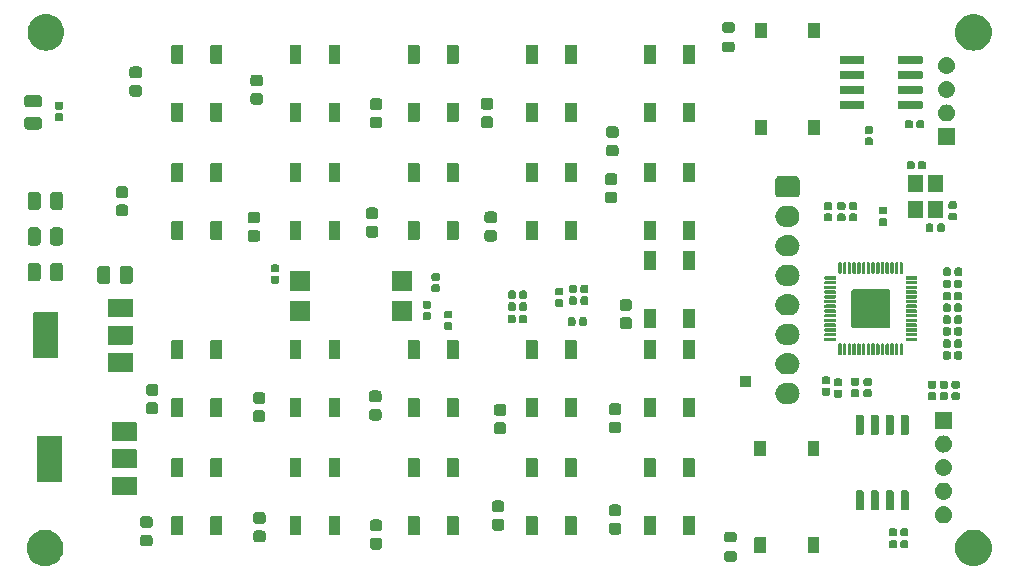
<source format=gbr>
G04 #@! TF.GenerationSoftware,KiCad,Pcbnew,7.99.0-1900-g89780d353a*
G04 #@! TF.CreationDate,2023-08-29T18:06:46+03:00*
G04 #@! TF.ProjectId,RP2040_minimal,52503230-3430-45f6-9d69-6e696d616c2e,REV1*
G04 #@! TF.SameCoordinates,Original*
G04 #@! TF.FileFunction,Soldermask,Top*
G04 #@! TF.FilePolarity,Negative*
%FSLAX46Y46*%
G04 Gerber Fmt 4.6, Leading zero omitted, Abs format (unit mm)*
G04 Created by KiCad (PCBNEW 7.99.0-1900-g89780d353a) date 2023-08-29 18:06:46*
%MOMM*%
%LPD*%
G01*
G04 APERTURE LIST*
G04 APERTURE END LIST*
G36*
X108498630Y-134246495D02*
G01*
X108735285Y-134303311D01*
X108960139Y-134396449D01*
X109167655Y-134523615D01*
X109352723Y-134681677D01*
X109510785Y-134866745D01*
X109637951Y-135074261D01*
X109731089Y-135299115D01*
X109787905Y-135535770D01*
X109807000Y-135778400D01*
X109787905Y-136021030D01*
X109731089Y-136257685D01*
X109637951Y-136482539D01*
X109510785Y-136690055D01*
X109352723Y-136875123D01*
X109167655Y-137033185D01*
X108960139Y-137160351D01*
X108735285Y-137253489D01*
X108498630Y-137310305D01*
X108256000Y-137329400D01*
X108013370Y-137310305D01*
X107776715Y-137253489D01*
X107551861Y-137160351D01*
X107344345Y-137033185D01*
X107159277Y-136875123D01*
X107001215Y-136690055D01*
X106874049Y-136482539D01*
X106780911Y-136257685D01*
X106724095Y-136021030D01*
X106705000Y-135778400D01*
X106724095Y-135535770D01*
X106780911Y-135299115D01*
X106874049Y-135074261D01*
X107001215Y-134866745D01*
X107159277Y-134681677D01*
X107344345Y-134523615D01*
X107551861Y-134396449D01*
X107776715Y-134303311D01*
X108013370Y-134246495D01*
X108256000Y-134227400D01*
X108498630Y-134246495D01*
G37*
G36*
X187098630Y-134246495D02*
G01*
X187335285Y-134303311D01*
X187560139Y-134396449D01*
X187767655Y-134523615D01*
X187952723Y-134681677D01*
X188110785Y-134866745D01*
X188237951Y-135074261D01*
X188331089Y-135299115D01*
X188387905Y-135535770D01*
X188407000Y-135778400D01*
X188387905Y-136021030D01*
X188331089Y-136257685D01*
X188237951Y-136482539D01*
X188110785Y-136690055D01*
X187952723Y-136875123D01*
X187767655Y-137033185D01*
X187560139Y-137160351D01*
X187335285Y-137253489D01*
X187098630Y-137310305D01*
X186856000Y-137329400D01*
X186613370Y-137310305D01*
X186376715Y-137253489D01*
X186151861Y-137160351D01*
X185944345Y-137033185D01*
X185759277Y-136875123D01*
X185601215Y-136690055D01*
X185474049Y-136482539D01*
X185380911Y-136257685D01*
X185324095Y-136021030D01*
X185305000Y-135778400D01*
X185324095Y-135535770D01*
X185380911Y-135299115D01*
X185474049Y-135074261D01*
X185601215Y-134866745D01*
X185759277Y-134681677D01*
X185944345Y-134523615D01*
X186151861Y-134396449D01*
X186376715Y-134303311D01*
X186613370Y-134246495D01*
X186856000Y-134227400D01*
X187098630Y-134246495D01*
G37*
G36*
X166554639Y-136058123D02*
G01*
X166606819Y-136064177D01*
X166624647Y-136072049D01*
X166647054Y-136076506D01*
X166671042Y-136092534D01*
X166692409Y-136101969D01*
X166707002Y-136116562D01*
X166728484Y-136130916D01*
X166742837Y-136152397D01*
X166757430Y-136166990D01*
X166766863Y-136188354D01*
X166782894Y-136212346D01*
X166787351Y-136234754D01*
X166795222Y-136252580D01*
X166801274Y-136304751D01*
X166802000Y-136308400D01*
X166802000Y-136708400D01*
X166801273Y-136712050D01*
X166795222Y-136764219D01*
X166787351Y-136782043D01*
X166782894Y-136804454D01*
X166766862Y-136828447D01*
X166757430Y-136849809D01*
X166742839Y-136864399D01*
X166728484Y-136885884D01*
X166706999Y-136900239D01*
X166692409Y-136914830D01*
X166671047Y-136924262D01*
X166647054Y-136940294D01*
X166624643Y-136944751D01*
X166606819Y-136952622D01*
X166554650Y-136958673D01*
X166551000Y-136959400D01*
X166001000Y-136959400D01*
X165997349Y-136958673D01*
X165945180Y-136952622D01*
X165927354Y-136944751D01*
X165904946Y-136940294D01*
X165880954Y-136924263D01*
X165859590Y-136914830D01*
X165844997Y-136900237D01*
X165823516Y-136885884D01*
X165809162Y-136864402D01*
X165794569Y-136849809D01*
X165785134Y-136828442D01*
X165769106Y-136804454D01*
X165764649Y-136782047D01*
X165756777Y-136764219D01*
X165750723Y-136712038D01*
X165750000Y-136708400D01*
X165750000Y-136308400D01*
X165750723Y-136304763D01*
X165756777Y-136252580D01*
X165764649Y-136234750D01*
X165769106Y-136212346D01*
X165785133Y-136188359D01*
X165794569Y-136166990D01*
X165809164Y-136152394D01*
X165823516Y-136130916D01*
X165844994Y-136116564D01*
X165859590Y-136101969D01*
X165880959Y-136092533D01*
X165904946Y-136076506D01*
X165927350Y-136072049D01*
X165945180Y-136064177D01*
X165997363Y-136058123D01*
X166001000Y-136057400D01*
X166551000Y-136057400D01*
X166554639Y-136058123D01*
G37*
G36*
X169275517Y-134901282D02*
G01*
X169292062Y-134912338D01*
X169303118Y-134928883D01*
X169307000Y-134948400D01*
X169307000Y-136148400D01*
X169303118Y-136167917D01*
X169292062Y-136184462D01*
X169275517Y-136195518D01*
X169256000Y-136199400D01*
X168356000Y-136199400D01*
X168336483Y-136195518D01*
X168319938Y-136184462D01*
X168308882Y-136167917D01*
X168305000Y-136148400D01*
X168305000Y-134948400D01*
X168308882Y-134928883D01*
X168319938Y-134912338D01*
X168336483Y-134901282D01*
X168356000Y-134897400D01*
X169256000Y-134897400D01*
X169275517Y-134901282D01*
G37*
G36*
X173775517Y-134901282D02*
G01*
X173792062Y-134912338D01*
X173803118Y-134928883D01*
X173807000Y-134948400D01*
X173807000Y-136148400D01*
X173803118Y-136167917D01*
X173792062Y-136184462D01*
X173775517Y-136195518D01*
X173756000Y-136199400D01*
X172856000Y-136199400D01*
X172836483Y-136195518D01*
X172819938Y-136184462D01*
X172808882Y-136167917D01*
X172805000Y-136148400D01*
X172805000Y-134948400D01*
X172808882Y-134928883D01*
X172819938Y-134912338D01*
X172836483Y-134901282D01*
X172856000Y-134897400D01*
X173756000Y-134897400D01*
X173775517Y-134901282D01*
G37*
G36*
X136530174Y-134922548D02*
G01*
X136594741Y-134931049D01*
X136610980Y-134938621D01*
X136630021Y-134942409D01*
X136655239Y-134959259D01*
X136682308Y-134971882D01*
X136698777Y-134988351D01*
X136719561Y-135002239D01*
X136733448Y-135023022D01*
X136749917Y-135039491D01*
X136762538Y-135066557D01*
X136779391Y-135091779D01*
X136783178Y-135110822D01*
X136790750Y-135127059D01*
X136799248Y-135191612D01*
X136800400Y-135197400D01*
X136800400Y-135647400D01*
X136799248Y-135653189D01*
X136790750Y-135717741D01*
X136783179Y-135733977D01*
X136779391Y-135753021D01*
X136762536Y-135778244D01*
X136749917Y-135805308D01*
X136733450Y-135821774D01*
X136719561Y-135842561D01*
X136698774Y-135856450D01*
X136682308Y-135872917D01*
X136655245Y-135885536D01*
X136630021Y-135902391D01*
X136610975Y-135906179D01*
X136594740Y-135913750D01*
X136530189Y-135922248D01*
X136524400Y-135923400D01*
X136024400Y-135923400D01*
X136018612Y-135922248D01*
X135954058Y-135913750D01*
X135937821Y-135906178D01*
X135918779Y-135902391D01*
X135893557Y-135885538D01*
X135866491Y-135872917D01*
X135850022Y-135856448D01*
X135829239Y-135842561D01*
X135815351Y-135821777D01*
X135798882Y-135805308D01*
X135786260Y-135778240D01*
X135769409Y-135753021D01*
X135765621Y-135733979D01*
X135758049Y-135717740D01*
X135749548Y-135653174D01*
X135748400Y-135647400D01*
X135748400Y-135197400D01*
X135749548Y-135191627D01*
X135758049Y-135127058D01*
X135765622Y-135110817D01*
X135769409Y-135091779D01*
X135786258Y-135066562D01*
X135798882Y-135039491D01*
X135815353Y-135023019D01*
X135829239Y-135002239D01*
X135850019Y-134988353D01*
X135866491Y-134971882D01*
X135893562Y-134959258D01*
X135918779Y-134942409D01*
X135937818Y-134938621D01*
X135954059Y-134931049D01*
X136018627Y-134922548D01*
X136024400Y-134921400D01*
X136524400Y-134921400D01*
X136530174Y-134922548D01*
G37*
G36*
X180259093Y-135121939D02*
G01*
X180321057Y-135163343D01*
X180362461Y-135225307D01*
X180377000Y-135298400D01*
X180377000Y-135638400D01*
X180362461Y-135711493D01*
X180321057Y-135773457D01*
X180259093Y-135814861D01*
X180186000Y-135829400D01*
X179906000Y-135829400D01*
X179832907Y-135814861D01*
X179770943Y-135773457D01*
X179729539Y-135711493D01*
X179715000Y-135638400D01*
X179715000Y-135298400D01*
X179729539Y-135225307D01*
X179770943Y-135163343D01*
X179832907Y-135121939D01*
X179906000Y-135107400D01*
X180186000Y-135107400D01*
X180259093Y-135121939D01*
G37*
G36*
X181219093Y-135121939D02*
G01*
X181281057Y-135163343D01*
X181322461Y-135225307D01*
X181337000Y-135298400D01*
X181337000Y-135638400D01*
X181322461Y-135711493D01*
X181281057Y-135773457D01*
X181219093Y-135814861D01*
X181146000Y-135829400D01*
X180866000Y-135829400D01*
X180792907Y-135814861D01*
X180730943Y-135773457D01*
X180689539Y-135711493D01*
X180675000Y-135638400D01*
X180675000Y-135298400D01*
X180689539Y-135225307D01*
X180730943Y-135163343D01*
X180792907Y-135121939D01*
X180866000Y-135107400D01*
X181146000Y-135107400D01*
X181219093Y-135121939D01*
G37*
G36*
X117081774Y-134653548D02*
G01*
X117146341Y-134662049D01*
X117162580Y-134669621D01*
X117181621Y-134673409D01*
X117206839Y-134690259D01*
X117233908Y-134702882D01*
X117250377Y-134719351D01*
X117271161Y-134733239D01*
X117285048Y-134754022D01*
X117301517Y-134770491D01*
X117314138Y-134797557D01*
X117330991Y-134822779D01*
X117334778Y-134841822D01*
X117342350Y-134858059D01*
X117350848Y-134922612D01*
X117352000Y-134928400D01*
X117352000Y-135378400D01*
X117350848Y-135384189D01*
X117342350Y-135448741D01*
X117334779Y-135464977D01*
X117330991Y-135484021D01*
X117314136Y-135509244D01*
X117301517Y-135536308D01*
X117285050Y-135552774D01*
X117271161Y-135573561D01*
X117250374Y-135587450D01*
X117233908Y-135603917D01*
X117206845Y-135616536D01*
X117181621Y-135633391D01*
X117162575Y-135637179D01*
X117146340Y-135644750D01*
X117081789Y-135653248D01*
X117076000Y-135654400D01*
X116576000Y-135654400D01*
X116570212Y-135653248D01*
X116505658Y-135644750D01*
X116489421Y-135637178D01*
X116470379Y-135633391D01*
X116445157Y-135616538D01*
X116418091Y-135603917D01*
X116401622Y-135587448D01*
X116380839Y-135573561D01*
X116366951Y-135552777D01*
X116350482Y-135536308D01*
X116337860Y-135509240D01*
X116321009Y-135484021D01*
X116317221Y-135464979D01*
X116309649Y-135448740D01*
X116301148Y-135384174D01*
X116300000Y-135378400D01*
X116300000Y-134928400D01*
X116301148Y-134922627D01*
X116309649Y-134858058D01*
X116317222Y-134841817D01*
X116321009Y-134822779D01*
X116337858Y-134797562D01*
X116350482Y-134770491D01*
X116366953Y-134754019D01*
X116380839Y-134733239D01*
X116401619Y-134719353D01*
X116418091Y-134702882D01*
X116445162Y-134690258D01*
X116470379Y-134673409D01*
X116489418Y-134669621D01*
X116505659Y-134662049D01*
X116570227Y-134653548D01*
X116576000Y-134652400D01*
X117076000Y-134652400D01*
X117081774Y-134653548D01*
G37*
G36*
X166554639Y-134408123D02*
G01*
X166606819Y-134414177D01*
X166624647Y-134422049D01*
X166647054Y-134426506D01*
X166671042Y-134442534D01*
X166692409Y-134451969D01*
X166707002Y-134466562D01*
X166728484Y-134480916D01*
X166742837Y-134502397D01*
X166757430Y-134516990D01*
X166766863Y-134538354D01*
X166782894Y-134562346D01*
X166787351Y-134584754D01*
X166795222Y-134602580D01*
X166801274Y-134654751D01*
X166802000Y-134658400D01*
X166802000Y-135058400D01*
X166801273Y-135062050D01*
X166795222Y-135114219D01*
X166787351Y-135132043D01*
X166782894Y-135154454D01*
X166766862Y-135178447D01*
X166757430Y-135199809D01*
X166742839Y-135214399D01*
X166728484Y-135235884D01*
X166706999Y-135250239D01*
X166692409Y-135264830D01*
X166671047Y-135274262D01*
X166647054Y-135290294D01*
X166624643Y-135294751D01*
X166606819Y-135302622D01*
X166554650Y-135308673D01*
X166551000Y-135309400D01*
X166001000Y-135309400D01*
X165997349Y-135308673D01*
X165945180Y-135302622D01*
X165927354Y-135294751D01*
X165904946Y-135290294D01*
X165880954Y-135274263D01*
X165859590Y-135264830D01*
X165844997Y-135250237D01*
X165823516Y-135235884D01*
X165809162Y-135214402D01*
X165794569Y-135199809D01*
X165785134Y-135178442D01*
X165769106Y-135154454D01*
X165764649Y-135132047D01*
X165756777Y-135114219D01*
X165750723Y-135062038D01*
X165750000Y-135058400D01*
X165750000Y-134658400D01*
X165750723Y-134654763D01*
X165756777Y-134602580D01*
X165764649Y-134584750D01*
X165769106Y-134562346D01*
X165785133Y-134538359D01*
X165794569Y-134516990D01*
X165809164Y-134502394D01*
X165823516Y-134480916D01*
X165844994Y-134466564D01*
X165859590Y-134451969D01*
X165880959Y-134442533D01*
X165904946Y-134426506D01*
X165927350Y-134422049D01*
X165945180Y-134414177D01*
X165997363Y-134408123D01*
X166001000Y-134407400D01*
X166551000Y-134407400D01*
X166554639Y-134408123D01*
G37*
G36*
X126660174Y-134307548D02*
G01*
X126724741Y-134316049D01*
X126740980Y-134323621D01*
X126760021Y-134327409D01*
X126785239Y-134344259D01*
X126812308Y-134356882D01*
X126828777Y-134373351D01*
X126849561Y-134387239D01*
X126863448Y-134408022D01*
X126879917Y-134424491D01*
X126892538Y-134451557D01*
X126909391Y-134476779D01*
X126913178Y-134495822D01*
X126920750Y-134512059D01*
X126929248Y-134576612D01*
X126930400Y-134582400D01*
X126930400Y-135032400D01*
X126929248Y-135038189D01*
X126920750Y-135102741D01*
X126913179Y-135118977D01*
X126909391Y-135138021D01*
X126892536Y-135163244D01*
X126879917Y-135190308D01*
X126863450Y-135206774D01*
X126849561Y-135227561D01*
X126828774Y-135241450D01*
X126812308Y-135257917D01*
X126785245Y-135270536D01*
X126760021Y-135287391D01*
X126740975Y-135291179D01*
X126724740Y-135298750D01*
X126660189Y-135307248D01*
X126654400Y-135308400D01*
X126154400Y-135308400D01*
X126148612Y-135307248D01*
X126084058Y-135298750D01*
X126067821Y-135291178D01*
X126048779Y-135287391D01*
X126023557Y-135270538D01*
X125996491Y-135257917D01*
X125980022Y-135241448D01*
X125959239Y-135227561D01*
X125945351Y-135206777D01*
X125928882Y-135190308D01*
X125916260Y-135163240D01*
X125899409Y-135138021D01*
X125895621Y-135118979D01*
X125888049Y-135102740D01*
X125879548Y-135038174D01*
X125878400Y-135032400D01*
X125878400Y-134582400D01*
X125879548Y-134576627D01*
X125888049Y-134512058D01*
X125895622Y-134495817D01*
X125899409Y-134476779D01*
X125916258Y-134451562D01*
X125928882Y-134424491D01*
X125945353Y-134408019D01*
X125959239Y-134387239D01*
X125980019Y-134373353D01*
X125996491Y-134356882D01*
X126023562Y-134344258D01*
X126048779Y-134327409D01*
X126067818Y-134323621D01*
X126084059Y-134316049D01*
X126148627Y-134307548D01*
X126154400Y-134306400D01*
X126654400Y-134306400D01*
X126660174Y-134307548D01*
G37*
G36*
X180249093Y-134101939D02*
G01*
X180311057Y-134143343D01*
X180352461Y-134205307D01*
X180367000Y-134278400D01*
X180367000Y-134618400D01*
X180352461Y-134691493D01*
X180311057Y-134753457D01*
X180249093Y-134794861D01*
X180176000Y-134809400D01*
X179896000Y-134809400D01*
X179822907Y-134794861D01*
X179760943Y-134753457D01*
X179719539Y-134691493D01*
X179705000Y-134618400D01*
X179705000Y-134278400D01*
X179719539Y-134205307D01*
X179760943Y-134143343D01*
X179822907Y-134101939D01*
X179896000Y-134087400D01*
X180176000Y-134087400D01*
X180249093Y-134101939D01*
G37*
G36*
X181209093Y-134101939D02*
G01*
X181271057Y-134143343D01*
X181312461Y-134205307D01*
X181327000Y-134278400D01*
X181327000Y-134618400D01*
X181312461Y-134691493D01*
X181271057Y-134753457D01*
X181209093Y-134794861D01*
X181136000Y-134809400D01*
X180856000Y-134809400D01*
X180782907Y-134794861D01*
X180720943Y-134753457D01*
X180679539Y-134691493D01*
X180665000Y-134618400D01*
X180665000Y-134278400D01*
X180679539Y-134205307D01*
X180720943Y-134143343D01*
X180782907Y-134101939D01*
X180856000Y-134087400D01*
X181136000Y-134087400D01*
X181209093Y-134101939D01*
G37*
G36*
X119925517Y-133101282D02*
G01*
X119942062Y-133112338D01*
X119953118Y-133128883D01*
X119957000Y-133148400D01*
X119957000Y-134648400D01*
X119953118Y-134667917D01*
X119942062Y-134684462D01*
X119925517Y-134695518D01*
X119906000Y-134699400D01*
X119006000Y-134699400D01*
X118986483Y-134695518D01*
X118969938Y-134684462D01*
X118958882Y-134667917D01*
X118955000Y-134648400D01*
X118955000Y-133148400D01*
X118958882Y-133128883D01*
X118969938Y-133112338D01*
X118986483Y-133101282D01*
X119006000Y-133097400D01*
X119906000Y-133097400D01*
X119925517Y-133101282D01*
G37*
G36*
X123225517Y-133101282D02*
G01*
X123242062Y-133112338D01*
X123253118Y-133128883D01*
X123257000Y-133148400D01*
X123257000Y-134648400D01*
X123253118Y-134667917D01*
X123242062Y-134684462D01*
X123225517Y-134695518D01*
X123206000Y-134699400D01*
X122306000Y-134699400D01*
X122286483Y-134695518D01*
X122269938Y-134684462D01*
X122258882Y-134667917D01*
X122255000Y-134648400D01*
X122255000Y-133148400D01*
X122258882Y-133128883D01*
X122269938Y-133112338D01*
X122286483Y-133101282D01*
X122306000Y-133097400D01*
X123206000Y-133097400D01*
X123225517Y-133101282D01*
G37*
G36*
X129925517Y-133101282D02*
G01*
X129942062Y-133112338D01*
X129953118Y-133128883D01*
X129957000Y-133148400D01*
X129957000Y-134648400D01*
X129953118Y-134667917D01*
X129942062Y-134684462D01*
X129925517Y-134695518D01*
X129906000Y-134699400D01*
X129006000Y-134699400D01*
X128986483Y-134695518D01*
X128969938Y-134684462D01*
X128958882Y-134667917D01*
X128955000Y-134648400D01*
X128955000Y-133148400D01*
X128958882Y-133128883D01*
X128969938Y-133112338D01*
X128986483Y-133101282D01*
X129006000Y-133097400D01*
X129906000Y-133097400D01*
X129925517Y-133101282D01*
G37*
G36*
X133225517Y-133101282D02*
G01*
X133242062Y-133112338D01*
X133253118Y-133128883D01*
X133257000Y-133148400D01*
X133257000Y-134648400D01*
X133253118Y-134667917D01*
X133242062Y-134684462D01*
X133225517Y-134695518D01*
X133206000Y-134699400D01*
X132306000Y-134699400D01*
X132286483Y-134695518D01*
X132269938Y-134684462D01*
X132258882Y-134667917D01*
X132255000Y-134648400D01*
X132255000Y-133148400D01*
X132258882Y-133128883D01*
X132269938Y-133112338D01*
X132286483Y-133101282D01*
X132306000Y-133097400D01*
X133206000Y-133097400D01*
X133225517Y-133101282D01*
G37*
G36*
X139925517Y-133101282D02*
G01*
X139942062Y-133112338D01*
X139953118Y-133128883D01*
X139957000Y-133148400D01*
X139957000Y-134648400D01*
X139953118Y-134667917D01*
X139942062Y-134684462D01*
X139925517Y-134695518D01*
X139906000Y-134699400D01*
X139006000Y-134699400D01*
X138986483Y-134695518D01*
X138969938Y-134684462D01*
X138958882Y-134667917D01*
X138955000Y-134648400D01*
X138955000Y-133148400D01*
X138958882Y-133128883D01*
X138969938Y-133112338D01*
X138986483Y-133101282D01*
X139006000Y-133097400D01*
X139906000Y-133097400D01*
X139925517Y-133101282D01*
G37*
G36*
X143225517Y-133101282D02*
G01*
X143242062Y-133112338D01*
X143253118Y-133128883D01*
X143257000Y-133148400D01*
X143257000Y-134648400D01*
X143253118Y-134667917D01*
X143242062Y-134684462D01*
X143225517Y-134695518D01*
X143206000Y-134699400D01*
X142306000Y-134699400D01*
X142286483Y-134695518D01*
X142269938Y-134684462D01*
X142258882Y-134667917D01*
X142255000Y-134648400D01*
X142255000Y-133148400D01*
X142258882Y-133128883D01*
X142269938Y-133112338D01*
X142286483Y-133101282D01*
X142306000Y-133097400D01*
X143206000Y-133097400D01*
X143225517Y-133101282D01*
G37*
G36*
X149925517Y-133101282D02*
G01*
X149942062Y-133112338D01*
X149953118Y-133128883D01*
X149957000Y-133148400D01*
X149957000Y-134648400D01*
X149953118Y-134667917D01*
X149942062Y-134684462D01*
X149925517Y-134695518D01*
X149906000Y-134699400D01*
X149006000Y-134699400D01*
X148986483Y-134695518D01*
X148969938Y-134684462D01*
X148958882Y-134667917D01*
X148955000Y-134648400D01*
X148955000Y-133148400D01*
X148958882Y-133128883D01*
X148969938Y-133112338D01*
X148986483Y-133101282D01*
X149006000Y-133097400D01*
X149906000Y-133097400D01*
X149925517Y-133101282D01*
G37*
G36*
X153225517Y-133101282D02*
G01*
X153242062Y-133112338D01*
X153253118Y-133128883D01*
X153257000Y-133148400D01*
X153257000Y-134648400D01*
X153253118Y-134667917D01*
X153242062Y-134684462D01*
X153225517Y-134695518D01*
X153206000Y-134699400D01*
X152306000Y-134699400D01*
X152286483Y-134695518D01*
X152269938Y-134684462D01*
X152258882Y-134667917D01*
X152255000Y-134648400D01*
X152255000Y-133148400D01*
X152258882Y-133128883D01*
X152269938Y-133112338D01*
X152286483Y-133101282D01*
X152306000Y-133097400D01*
X153206000Y-133097400D01*
X153225517Y-133101282D01*
G37*
G36*
X159925517Y-133101282D02*
G01*
X159942062Y-133112338D01*
X159953118Y-133128883D01*
X159957000Y-133148400D01*
X159957000Y-134648400D01*
X159953118Y-134667917D01*
X159942062Y-134684462D01*
X159925517Y-134695518D01*
X159906000Y-134699400D01*
X159006000Y-134699400D01*
X158986483Y-134695518D01*
X158969938Y-134684462D01*
X158958882Y-134667917D01*
X158955000Y-134648400D01*
X158955000Y-133148400D01*
X158958882Y-133128883D01*
X158969938Y-133112338D01*
X158986483Y-133101282D01*
X159006000Y-133097400D01*
X159906000Y-133097400D01*
X159925517Y-133101282D01*
G37*
G36*
X163225517Y-133101282D02*
G01*
X163242062Y-133112338D01*
X163253118Y-133128883D01*
X163257000Y-133148400D01*
X163257000Y-134648400D01*
X163253118Y-134667917D01*
X163242062Y-134684462D01*
X163225517Y-134695518D01*
X163206000Y-134699400D01*
X162306000Y-134699400D01*
X162286483Y-134695518D01*
X162269938Y-134684462D01*
X162258882Y-134667917D01*
X162255000Y-134648400D01*
X162255000Y-133148400D01*
X162258882Y-133128883D01*
X162269938Y-133112338D01*
X162286483Y-133101282D01*
X162306000Y-133097400D01*
X163206000Y-133097400D01*
X163225517Y-133101282D01*
G37*
G36*
X156771774Y-133653548D02*
G01*
X156836341Y-133662049D01*
X156852580Y-133669621D01*
X156871621Y-133673409D01*
X156896839Y-133690259D01*
X156923908Y-133702882D01*
X156940377Y-133719351D01*
X156961161Y-133733239D01*
X156975048Y-133754022D01*
X156991517Y-133770491D01*
X157004138Y-133797557D01*
X157020991Y-133822779D01*
X157024778Y-133841822D01*
X157032350Y-133858059D01*
X157040848Y-133922612D01*
X157042000Y-133928400D01*
X157042000Y-134378400D01*
X157040848Y-134384189D01*
X157032350Y-134448741D01*
X157024779Y-134464977D01*
X157020991Y-134484021D01*
X157004136Y-134509244D01*
X156991517Y-134536308D01*
X156975050Y-134552774D01*
X156961161Y-134573561D01*
X156940374Y-134587450D01*
X156923908Y-134603917D01*
X156896845Y-134616536D01*
X156871621Y-134633391D01*
X156852575Y-134637179D01*
X156836340Y-134644750D01*
X156771789Y-134653248D01*
X156766000Y-134654400D01*
X156266000Y-134654400D01*
X156260212Y-134653248D01*
X156195658Y-134644750D01*
X156179421Y-134637178D01*
X156160379Y-134633391D01*
X156135157Y-134616538D01*
X156108091Y-134603917D01*
X156091622Y-134587448D01*
X156070839Y-134573561D01*
X156056951Y-134552777D01*
X156040482Y-134536308D01*
X156027860Y-134509240D01*
X156011009Y-134484021D01*
X156007221Y-134464979D01*
X155999649Y-134448740D01*
X155991148Y-134384174D01*
X155990000Y-134378400D01*
X155990000Y-133928400D01*
X155991148Y-133922627D01*
X155999649Y-133858058D01*
X156007222Y-133841817D01*
X156011009Y-133822779D01*
X156027858Y-133797562D01*
X156040482Y-133770491D01*
X156056953Y-133754019D01*
X156070839Y-133733239D01*
X156091619Y-133719353D01*
X156108091Y-133702882D01*
X156135162Y-133690258D01*
X156160379Y-133673409D01*
X156179418Y-133669621D01*
X156195659Y-133662049D01*
X156260227Y-133653548D01*
X156266000Y-133652400D01*
X156766000Y-133652400D01*
X156771774Y-133653548D01*
G37*
G36*
X136530174Y-133372548D02*
G01*
X136594741Y-133381049D01*
X136610980Y-133388621D01*
X136630021Y-133392409D01*
X136655239Y-133409259D01*
X136682308Y-133421882D01*
X136698777Y-133438351D01*
X136719561Y-133452239D01*
X136733448Y-133473022D01*
X136749917Y-133489491D01*
X136762538Y-133516557D01*
X136779391Y-133541779D01*
X136783178Y-133560822D01*
X136790750Y-133577059D01*
X136799248Y-133641612D01*
X136800400Y-133647400D01*
X136800400Y-134097400D01*
X136799248Y-134103189D01*
X136790750Y-134167741D01*
X136783179Y-134183977D01*
X136779391Y-134203021D01*
X136762536Y-134228244D01*
X136749917Y-134255308D01*
X136733450Y-134271774D01*
X136719561Y-134292561D01*
X136698774Y-134306450D01*
X136682308Y-134322917D01*
X136655245Y-134335536D01*
X136630021Y-134352391D01*
X136610975Y-134356179D01*
X136594740Y-134363750D01*
X136530189Y-134372248D01*
X136524400Y-134373400D01*
X136024400Y-134373400D01*
X136018612Y-134372248D01*
X135954058Y-134363750D01*
X135937821Y-134356178D01*
X135918779Y-134352391D01*
X135893557Y-134335538D01*
X135866491Y-134322917D01*
X135850022Y-134306448D01*
X135829239Y-134292561D01*
X135815351Y-134271777D01*
X135798882Y-134255308D01*
X135786260Y-134228240D01*
X135769409Y-134203021D01*
X135765621Y-134183979D01*
X135758049Y-134167740D01*
X135749548Y-134103174D01*
X135748400Y-134097400D01*
X135748400Y-133647400D01*
X135749548Y-133641627D01*
X135758049Y-133577058D01*
X135765622Y-133560817D01*
X135769409Y-133541779D01*
X135786258Y-133516562D01*
X135798882Y-133489491D01*
X135815353Y-133473019D01*
X135829239Y-133452239D01*
X135850019Y-133438353D01*
X135866491Y-133421882D01*
X135893562Y-133409258D01*
X135918779Y-133392409D01*
X135937818Y-133388621D01*
X135954059Y-133381049D01*
X136018627Y-133372548D01*
X136024400Y-133371400D01*
X136524400Y-133371400D01*
X136530174Y-133372548D01*
G37*
G36*
X146871774Y-133313548D02*
G01*
X146936341Y-133322049D01*
X146952580Y-133329621D01*
X146971621Y-133333409D01*
X146996839Y-133350259D01*
X147023908Y-133362882D01*
X147040377Y-133379351D01*
X147061161Y-133393239D01*
X147075048Y-133414022D01*
X147091517Y-133430491D01*
X147104138Y-133457557D01*
X147120991Y-133482779D01*
X147124778Y-133501822D01*
X147132350Y-133518059D01*
X147140848Y-133582612D01*
X147142000Y-133588400D01*
X147142000Y-134038400D01*
X147140848Y-134044189D01*
X147132350Y-134108741D01*
X147124779Y-134124977D01*
X147120991Y-134144021D01*
X147104136Y-134169244D01*
X147091517Y-134196308D01*
X147075050Y-134212774D01*
X147061161Y-134233561D01*
X147040374Y-134247450D01*
X147023908Y-134263917D01*
X146996845Y-134276536D01*
X146971621Y-134293391D01*
X146952575Y-134297179D01*
X146936340Y-134304750D01*
X146871789Y-134313248D01*
X146866000Y-134314400D01*
X146366000Y-134314400D01*
X146360212Y-134313248D01*
X146295658Y-134304750D01*
X146279421Y-134297178D01*
X146260379Y-134293391D01*
X146235157Y-134276538D01*
X146208091Y-134263917D01*
X146191622Y-134247448D01*
X146170839Y-134233561D01*
X146156951Y-134212777D01*
X146140482Y-134196308D01*
X146127860Y-134169240D01*
X146111009Y-134144021D01*
X146107221Y-134124979D01*
X146099649Y-134108740D01*
X146091148Y-134044174D01*
X146090000Y-134038400D01*
X146090000Y-133588400D01*
X146091148Y-133582627D01*
X146099649Y-133518058D01*
X146107222Y-133501817D01*
X146111009Y-133482779D01*
X146127858Y-133457562D01*
X146140482Y-133430491D01*
X146156953Y-133414019D01*
X146170839Y-133393239D01*
X146191619Y-133379353D01*
X146208091Y-133362882D01*
X146235162Y-133350258D01*
X146260379Y-133333409D01*
X146279418Y-133329621D01*
X146295659Y-133322049D01*
X146360227Y-133313548D01*
X146366000Y-133312400D01*
X146866000Y-133312400D01*
X146871774Y-133313548D01*
G37*
G36*
X117081774Y-133103548D02*
G01*
X117146341Y-133112049D01*
X117162580Y-133119621D01*
X117181621Y-133123409D01*
X117206839Y-133140259D01*
X117233908Y-133152882D01*
X117250377Y-133169351D01*
X117271161Y-133183239D01*
X117285048Y-133204022D01*
X117301517Y-133220491D01*
X117314138Y-133247557D01*
X117330991Y-133272779D01*
X117334778Y-133291822D01*
X117342350Y-133308059D01*
X117350848Y-133372612D01*
X117352000Y-133378400D01*
X117352000Y-133828400D01*
X117350848Y-133834189D01*
X117342350Y-133898741D01*
X117334779Y-133914977D01*
X117330991Y-133934021D01*
X117314136Y-133959244D01*
X117301517Y-133986308D01*
X117285050Y-134002774D01*
X117271161Y-134023561D01*
X117250374Y-134037450D01*
X117233908Y-134053917D01*
X117206845Y-134066536D01*
X117181621Y-134083391D01*
X117162575Y-134087179D01*
X117146340Y-134094750D01*
X117081789Y-134103248D01*
X117076000Y-134104400D01*
X116576000Y-134104400D01*
X116570212Y-134103248D01*
X116505658Y-134094750D01*
X116489421Y-134087178D01*
X116470379Y-134083391D01*
X116445157Y-134066538D01*
X116418091Y-134053917D01*
X116401622Y-134037448D01*
X116380839Y-134023561D01*
X116366951Y-134002777D01*
X116350482Y-133986308D01*
X116337860Y-133959240D01*
X116321009Y-133934021D01*
X116317221Y-133914979D01*
X116309649Y-133898740D01*
X116301148Y-133834174D01*
X116300000Y-133828400D01*
X116300000Y-133378400D01*
X116301148Y-133372627D01*
X116309649Y-133308058D01*
X116317222Y-133291817D01*
X116321009Y-133272779D01*
X116337858Y-133247562D01*
X116350482Y-133220491D01*
X116366953Y-133204019D01*
X116380839Y-133183239D01*
X116401619Y-133169353D01*
X116418091Y-133152882D01*
X116445162Y-133140258D01*
X116470379Y-133123409D01*
X116489418Y-133119621D01*
X116505659Y-133112049D01*
X116570227Y-133103548D01*
X116576000Y-133102400D01*
X117076000Y-133102400D01*
X117081774Y-133103548D01*
G37*
G36*
X126660174Y-132757548D02*
G01*
X126724741Y-132766049D01*
X126740980Y-132773621D01*
X126760021Y-132777409D01*
X126785239Y-132794259D01*
X126812308Y-132806882D01*
X126828777Y-132823351D01*
X126849561Y-132837239D01*
X126863448Y-132858022D01*
X126879917Y-132874491D01*
X126892538Y-132901557D01*
X126909391Y-132926779D01*
X126913178Y-132945822D01*
X126920750Y-132962059D01*
X126929248Y-133026612D01*
X126930400Y-133032400D01*
X126930400Y-133482400D01*
X126929248Y-133488189D01*
X126920750Y-133552741D01*
X126913179Y-133568977D01*
X126909391Y-133588021D01*
X126892536Y-133613244D01*
X126879917Y-133640308D01*
X126863450Y-133656774D01*
X126849561Y-133677561D01*
X126828774Y-133691450D01*
X126812308Y-133707917D01*
X126785245Y-133720536D01*
X126760021Y-133737391D01*
X126740975Y-133741179D01*
X126724740Y-133748750D01*
X126660189Y-133757248D01*
X126654400Y-133758400D01*
X126154400Y-133758400D01*
X126148612Y-133757248D01*
X126084058Y-133748750D01*
X126067821Y-133741178D01*
X126048779Y-133737391D01*
X126023557Y-133720538D01*
X125996491Y-133707917D01*
X125980022Y-133691448D01*
X125959239Y-133677561D01*
X125945351Y-133656777D01*
X125928882Y-133640308D01*
X125916260Y-133613240D01*
X125899409Y-133588021D01*
X125895621Y-133568979D01*
X125888049Y-133552740D01*
X125879548Y-133488174D01*
X125878400Y-133482400D01*
X125878400Y-133032400D01*
X125879548Y-133026627D01*
X125888049Y-132962058D01*
X125895622Y-132945817D01*
X125899409Y-132926779D01*
X125916258Y-132901562D01*
X125928882Y-132874491D01*
X125945353Y-132858019D01*
X125959239Y-132837239D01*
X125980019Y-132823353D01*
X125996491Y-132806882D01*
X126023562Y-132794258D01*
X126048779Y-132777409D01*
X126067818Y-132773621D01*
X126084059Y-132766049D01*
X126148627Y-132757548D01*
X126154400Y-132756400D01*
X126654400Y-132756400D01*
X126660174Y-132757548D01*
G37*
G36*
X184477550Y-132270602D02*
G01*
X184631000Y-132324297D01*
X184768654Y-132410790D01*
X184883610Y-132525746D01*
X184970103Y-132663400D01*
X185023798Y-132816850D01*
X185042000Y-132978400D01*
X185023798Y-133139950D01*
X184970103Y-133293400D01*
X184883610Y-133431054D01*
X184768654Y-133546010D01*
X184631000Y-133632503D01*
X184477550Y-133686198D01*
X184316000Y-133704400D01*
X184154450Y-133686198D01*
X184001000Y-133632503D01*
X183863346Y-133546010D01*
X183748390Y-133431054D01*
X183661897Y-133293400D01*
X183608202Y-133139950D01*
X183590000Y-132978400D01*
X183608202Y-132816850D01*
X183661897Y-132663400D01*
X183748390Y-132525746D01*
X183863346Y-132410790D01*
X184001000Y-132324297D01*
X184154450Y-132270602D01*
X184316000Y-132252400D01*
X184477550Y-132270602D01*
G37*
G36*
X156771774Y-132103548D02*
G01*
X156836341Y-132112049D01*
X156852580Y-132119621D01*
X156871621Y-132123409D01*
X156896839Y-132140259D01*
X156923908Y-132152882D01*
X156940377Y-132169351D01*
X156961161Y-132183239D01*
X156975048Y-132204022D01*
X156991517Y-132220491D01*
X157004138Y-132247557D01*
X157020991Y-132272779D01*
X157024778Y-132291822D01*
X157032350Y-132308059D01*
X157040848Y-132372612D01*
X157042000Y-132378400D01*
X157042000Y-132828400D01*
X157040848Y-132834189D01*
X157032350Y-132898741D01*
X157024779Y-132914977D01*
X157020991Y-132934021D01*
X157004136Y-132959244D01*
X156991517Y-132986308D01*
X156975050Y-133002774D01*
X156961161Y-133023561D01*
X156940374Y-133037450D01*
X156923908Y-133053917D01*
X156896845Y-133066536D01*
X156871621Y-133083391D01*
X156852575Y-133087179D01*
X156836340Y-133094750D01*
X156771789Y-133103248D01*
X156766000Y-133104400D01*
X156266000Y-133104400D01*
X156260212Y-133103248D01*
X156195658Y-133094750D01*
X156179421Y-133087178D01*
X156160379Y-133083391D01*
X156135157Y-133066538D01*
X156108091Y-133053917D01*
X156091622Y-133037448D01*
X156070839Y-133023561D01*
X156056951Y-133002777D01*
X156040482Y-132986308D01*
X156027860Y-132959240D01*
X156011009Y-132934021D01*
X156007221Y-132914979D01*
X155999649Y-132898740D01*
X155991148Y-132834174D01*
X155990000Y-132828400D01*
X155990000Y-132378400D01*
X155991148Y-132372627D01*
X155999649Y-132308058D01*
X156007222Y-132291817D01*
X156011009Y-132272779D01*
X156027858Y-132247562D01*
X156040482Y-132220491D01*
X156056953Y-132204019D01*
X156070839Y-132183239D01*
X156091619Y-132169353D01*
X156108091Y-132152882D01*
X156135162Y-132140258D01*
X156160379Y-132123409D01*
X156179418Y-132119621D01*
X156195659Y-132112049D01*
X156260227Y-132103548D01*
X156266000Y-132102400D01*
X156766000Y-132102400D01*
X156771774Y-132103548D01*
G37*
G36*
X146871774Y-131763548D02*
G01*
X146936341Y-131772049D01*
X146952580Y-131779621D01*
X146971621Y-131783409D01*
X146996839Y-131800259D01*
X147023908Y-131812882D01*
X147040377Y-131829351D01*
X147061161Y-131843239D01*
X147075048Y-131864022D01*
X147091517Y-131880491D01*
X147104138Y-131907557D01*
X147120991Y-131932779D01*
X147124778Y-131951822D01*
X147132350Y-131968059D01*
X147140848Y-132032612D01*
X147142000Y-132038400D01*
X147142000Y-132488400D01*
X147140848Y-132494189D01*
X147132350Y-132558741D01*
X147124779Y-132574977D01*
X147120991Y-132594021D01*
X147104136Y-132619244D01*
X147091517Y-132646308D01*
X147075050Y-132662774D01*
X147061161Y-132683561D01*
X147040374Y-132697450D01*
X147023908Y-132713917D01*
X146996845Y-132726536D01*
X146971621Y-132743391D01*
X146952575Y-132747179D01*
X146936340Y-132754750D01*
X146871789Y-132763248D01*
X146866000Y-132764400D01*
X146366000Y-132764400D01*
X146360212Y-132763248D01*
X146295658Y-132754750D01*
X146279421Y-132747178D01*
X146260379Y-132743391D01*
X146235157Y-132726538D01*
X146208091Y-132713917D01*
X146191622Y-132697448D01*
X146170839Y-132683561D01*
X146156951Y-132662777D01*
X146140482Y-132646308D01*
X146127860Y-132619240D01*
X146111009Y-132594021D01*
X146107221Y-132574979D01*
X146099649Y-132558740D01*
X146091148Y-132494174D01*
X146090000Y-132488400D01*
X146090000Y-132038400D01*
X146091148Y-132032627D01*
X146099649Y-131968058D01*
X146107222Y-131951817D01*
X146111009Y-131932779D01*
X146127858Y-131907562D01*
X146140482Y-131880491D01*
X146156953Y-131864019D01*
X146170839Y-131843239D01*
X146191619Y-131829353D01*
X146208091Y-131812882D01*
X146235162Y-131800258D01*
X146260379Y-131783409D01*
X146279418Y-131779621D01*
X146295659Y-131772049D01*
X146360227Y-131763548D01*
X146366000Y-131762400D01*
X146866000Y-131762400D01*
X146871774Y-131763548D01*
G37*
G36*
X177447919Y-130912700D02*
G01*
X177513128Y-130956272D01*
X177556700Y-131021481D01*
X177572000Y-131098400D01*
X177572000Y-132398400D01*
X177556700Y-132475319D01*
X177513128Y-132540528D01*
X177447919Y-132584100D01*
X177371000Y-132599400D01*
X177071000Y-132599400D01*
X176994081Y-132584100D01*
X176928872Y-132540528D01*
X176885300Y-132475319D01*
X176870000Y-132398400D01*
X176870000Y-131098400D01*
X176885300Y-131021481D01*
X176928872Y-130956272D01*
X176994081Y-130912700D01*
X177071000Y-130897400D01*
X177371000Y-130897400D01*
X177447919Y-130912700D01*
G37*
G36*
X178717919Y-130912700D02*
G01*
X178783128Y-130956272D01*
X178826700Y-131021481D01*
X178842000Y-131098400D01*
X178842000Y-132398400D01*
X178826700Y-132475319D01*
X178783128Y-132540528D01*
X178717919Y-132584100D01*
X178641000Y-132599400D01*
X178341000Y-132599400D01*
X178264081Y-132584100D01*
X178198872Y-132540528D01*
X178155300Y-132475319D01*
X178140000Y-132398400D01*
X178140000Y-131098400D01*
X178155300Y-131021481D01*
X178198872Y-130956272D01*
X178264081Y-130912700D01*
X178341000Y-130897400D01*
X178641000Y-130897400D01*
X178717919Y-130912700D01*
G37*
G36*
X179987919Y-130912700D02*
G01*
X180053128Y-130956272D01*
X180096700Y-131021481D01*
X180112000Y-131098400D01*
X180112000Y-132398400D01*
X180096700Y-132475319D01*
X180053128Y-132540528D01*
X179987919Y-132584100D01*
X179911000Y-132599400D01*
X179611000Y-132599400D01*
X179534081Y-132584100D01*
X179468872Y-132540528D01*
X179425300Y-132475319D01*
X179410000Y-132398400D01*
X179410000Y-131098400D01*
X179425300Y-131021481D01*
X179468872Y-130956272D01*
X179534081Y-130912700D01*
X179611000Y-130897400D01*
X179911000Y-130897400D01*
X179987919Y-130912700D01*
G37*
G36*
X181257919Y-130912700D02*
G01*
X181323128Y-130956272D01*
X181366700Y-131021481D01*
X181382000Y-131098400D01*
X181382000Y-132398400D01*
X181366700Y-132475319D01*
X181323128Y-132540528D01*
X181257919Y-132584100D01*
X181181000Y-132599400D01*
X180881000Y-132599400D01*
X180804081Y-132584100D01*
X180738872Y-132540528D01*
X180695300Y-132475319D01*
X180680000Y-132398400D01*
X180680000Y-131098400D01*
X180695300Y-131021481D01*
X180738872Y-130956272D01*
X180804081Y-130912700D01*
X180881000Y-130897400D01*
X181181000Y-130897400D01*
X181257919Y-130912700D01*
G37*
G36*
X184477550Y-130270602D02*
G01*
X184631000Y-130324297D01*
X184768654Y-130410790D01*
X184883610Y-130525746D01*
X184970103Y-130663400D01*
X185023798Y-130816850D01*
X185042000Y-130978400D01*
X185023798Y-131139950D01*
X184970103Y-131293400D01*
X184883610Y-131431054D01*
X184768654Y-131546010D01*
X184631000Y-131632503D01*
X184477550Y-131686198D01*
X184316000Y-131704400D01*
X184154450Y-131686198D01*
X184001000Y-131632503D01*
X183863346Y-131546010D01*
X183748390Y-131431054D01*
X183661897Y-131293400D01*
X183608202Y-131139950D01*
X183590000Y-130978400D01*
X183608202Y-130816850D01*
X183661897Y-130663400D01*
X183748390Y-130525746D01*
X183863346Y-130410790D01*
X184001000Y-130324297D01*
X184154450Y-130270602D01*
X184316000Y-130252400D01*
X184477550Y-130270602D01*
G37*
G36*
X115975517Y-129741282D02*
G01*
X115992062Y-129752338D01*
X116003118Y-129768883D01*
X116007000Y-129788400D01*
X116007000Y-131288400D01*
X116003118Y-131307917D01*
X115992062Y-131324462D01*
X115975517Y-131335518D01*
X115956000Y-131339400D01*
X113956000Y-131339400D01*
X113936483Y-131335518D01*
X113919938Y-131324462D01*
X113908882Y-131307917D01*
X113905000Y-131288400D01*
X113905000Y-129788400D01*
X113908882Y-129768883D01*
X113919938Y-129752338D01*
X113936483Y-129741282D01*
X113956000Y-129737400D01*
X115956000Y-129737400D01*
X115975517Y-129741282D01*
G37*
G36*
X109675517Y-126291282D02*
G01*
X109692062Y-126302338D01*
X109703118Y-126318883D01*
X109707000Y-126338400D01*
X109707000Y-130138400D01*
X109703118Y-130157917D01*
X109692062Y-130174462D01*
X109675517Y-130185518D01*
X109656000Y-130189400D01*
X107656000Y-130189400D01*
X107636483Y-130185518D01*
X107619938Y-130174462D01*
X107608882Y-130157917D01*
X107605000Y-130138400D01*
X107605000Y-126338400D01*
X107608882Y-126318883D01*
X107619938Y-126302338D01*
X107636483Y-126291282D01*
X107656000Y-126287400D01*
X109656000Y-126287400D01*
X109675517Y-126291282D01*
G37*
G36*
X119925517Y-128201282D02*
G01*
X119942062Y-128212338D01*
X119953118Y-128228883D01*
X119957000Y-128248400D01*
X119957000Y-129748400D01*
X119953118Y-129767917D01*
X119942062Y-129784462D01*
X119925517Y-129795518D01*
X119906000Y-129799400D01*
X119006000Y-129799400D01*
X118986483Y-129795518D01*
X118969938Y-129784462D01*
X118958882Y-129767917D01*
X118955000Y-129748400D01*
X118955000Y-128248400D01*
X118958882Y-128228883D01*
X118969938Y-128212338D01*
X118986483Y-128201282D01*
X119006000Y-128197400D01*
X119906000Y-128197400D01*
X119925517Y-128201282D01*
G37*
G36*
X123225517Y-128201282D02*
G01*
X123242062Y-128212338D01*
X123253118Y-128228883D01*
X123257000Y-128248400D01*
X123257000Y-129748400D01*
X123253118Y-129767917D01*
X123242062Y-129784462D01*
X123225517Y-129795518D01*
X123206000Y-129799400D01*
X122306000Y-129799400D01*
X122286483Y-129795518D01*
X122269938Y-129784462D01*
X122258882Y-129767917D01*
X122255000Y-129748400D01*
X122255000Y-128248400D01*
X122258882Y-128228883D01*
X122269938Y-128212338D01*
X122286483Y-128201282D01*
X122306000Y-128197400D01*
X123206000Y-128197400D01*
X123225517Y-128201282D01*
G37*
G36*
X129925517Y-128201282D02*
G01*
X129942062Y-128212338D01*
X129953118Y-128228883D01*
X129957000Y-128248400D01*
X129957000Y-129748400D01*
X129953118Y-129767917D01*
X129942062Y-129784462D01*
X129925517Y-129795518D01*
X129906000Y-129799400D01*
X129006000Y-129799400D01*
X128986483Y-129795518D01*
X128969938Y-129784462D01*
X128958882Y-129767917D01*
X128955000Y-129748400D01*
X128955000Y-128248400D01*
X128958882Y-128228883D01*
X128969938Y-128212338D01*
X128986483Y-128201282D01*
X129006000Y-128197400D01*
X129906000Y-128197400D01*
X129925517Y-128201282D01*
G37*
G36*
X133225517Y-128201282D02*
G01*
X133242062Y-128212338D01*
X133253118Y-128228883D01*
X133257000Y-128248400D01*
X133257000Y-129748400D01*
X133253118Y-129767917D01*
X133242062Y-129784462D01*
X133225517Y-129795518D01*
X133206000Y-129799400D01*
X132306000Y-129799400D01*
X132286483Y-129795518D01*
X132269938Y-129784462D01*
X132258882Y-129767917D01*
X132255000Y-129748400D01*
X132255000Y-128248400D01*
X132258882Y-128228883D01*
X132269938Y-128212338D01*
X132286483Y-128201282D01*
X132306000Y-128197400D01*
X133206000Y-128197400D01*
X133225517Y-128201282D01*
G37*
G36*
X139925517Y-128201282D02*
G01*
X139942062Y-128212338D01*
X139953118Y-128228883D01*
X139957000Y-128248400D01*
X139957000Y-129748400D01*
X139953118Y-129767917D01*
X139942062Y-129784462D01*
X139925517Y-129795518D01*
X139906000Y-129799400D01*
X139006000Y-129799400D01*
X138986483Y-129795518D01*
X138969938Y-129784462D01*
X138958882Y-129767917D01*
X138955000Y-129748400D01*
X138955000Y-128248400D01*
X138958882Y-128228883D01*
X138969938Y-128212338D01*
X138986483Y-128201282D01*
X139006000Y-128197400D01*
X139906000Y-128197400D01*
X139925517Y-128201282D01*
G37*
G36*
X143225517Y-128201282D02*
G01*
X143242062Y-128212338D01*
X143253118Y-128228883D01*
X143257000Y-128248400D01*
X143257000Y-129748400D01*
X143253118Y-129767917D01*
X143242062Y-129784462D01*
X143225517Y-129795518D01*
X143206000Y-129799400D01*
X142306000Y-129799400D01*
X142286483Y-129795518D01*
X142269938Y-129784462D01*
X142258882Y-129767917D01*
X142255000Y-129748400D01*
X142255000Y-128248400D01*
X142258882Y-128228883D01*
X142269938Y-128212338D01*
X142286483Y-128201282D01*
X142306000Y-128197400D01*
X143206000Y-128197400D01*
X143225517Y-128201282D01*
G37*
G36*
X149925517Y-128201282D02*
G01*
X149942062Y-128212338D01*
X149953118Y-128228883D01*
X149957000Y-128248400D01*
X149957000Y-129748400D01*
X149953118Y-129767917D01*
X149942062Y-129784462D01*
X149925517Y-129795518D01*
X149906000Y-129799400D01*
X149006000Y-129799400D01*
X148986483Y-129795518D01*
X148969938Y-129784462D01*
X148958882Y-129767917D01*
X148955000Y-129748400D01*
X148955000Y-128248400D01*
X148958882Y-128228883D01*
X148969938Y-128212338D01*
X148986483Y-128201282D01*
X149006000Y-128197400D01*
X149906000Y-128197400D01*
X149925517Y-128201282D01*
G37*
G36*
X153225517Y-128201282D02*
G01*
X153242062Y-128212338D01*
X153253118Y-128228883D01*
X153257000Y-128248400D01*
X153257000Y-129748400D01*
X153253118Y-129767917D01*
X153242062Y-129784462D01*
X153225517Y-129795518D01*
X153206000Y-129799400D01*
X152306000Y-129799400D01*
X152286483Y-129795518D01*
X152269938Y-129784462D01*
X152258882Y-129767917D01*
X152255000Y-129748400D01*
X152255000Y-128248400D01*
X152258882Y-128228883D01*
X152269938Y-128212338D01*
X152286483Y-128201282D01*
X152306000Y-128197400D01*
X153206000Y-128197400D01*
X153225517Y-128201282D01*
G37*
G36*
X159925517Y-128201282D02*
G01*
X159942062Y-128212338D01*
X159953118Y-128228883D01*
X159957000Y-128248400D01*
X159957000Y-129748400D01*
X159953118Y-129767917D01*
X159942062Y-129784462D01*
X159925517Y-129795518D01*
X159906000Y-129799400D01*
X159006000Y-129799400D01*
X158986483Y-129795518D01*
X158969938Y-129784462D01*
X158958882Y-129767917D01*
X158955000Y-129748400D01*
X158955000Y-128248400D01*
X158958882Y-128228883D01*
X158969938Y-128212338D01*
X158986483Y-128201282D01*
X159006000Y-128197400D01*
X159906000Y-128197400D01*
X159925517Y-128201282D01*
G37*
G36*
X163225517Y-128201282D02*
G01*
X163242062Y-128212338D01*
X163253118Y-128228883D01*
X163257000Y-128248400D01*
X163257000Y-129748400D01*
X163253118Y-129767917D01*
X163242062Y-129784462D01*
X163225517Y-129795518D01*
X163206000Y-129799400D01*
X162306000Y-129799400D01*
X162286483Y-129795518D01*
X162269938Y-129784462D01*
X162258882Y-129767917D01*
X162255000Y-129748400D01*
X162255000Y-128248400D01*
X162258882Y-128228883D01*
X162269938Y-128212338D01*
X162286483Y-128201282D01*
X162306000Y-128197400D01*
X163206000Y-128197400D01*
X163225517Y-128201282D01*
G37*
G36*
X184477550Y-128270602D02*
G01*
X184631000Y-128324297D01*
X184768654Y-128410790D01*
X184883610Y-128525746D01*
X184970103Y-128663400D01*
X185023798Y-128816850D01*
X185042000Y-128978400D01*
X185023798Y-129139950D01*
X184970103Y-129293400D01*
X184883610Y-129431054D01*
X184768654Y-129546010D01*
X184631000Y-129632503D01*
X184477550Y-129686198D01*
X184316000Y-129704400D01*
X184154450Y-129686198D01*
X184001000Y-129632503D01*
X183863346Y-129546010D01*
X183748390Y-129431054D01*
X183661897Y-129293400D01*
X183608202Y-129139950D01*
X183590000Y-128978400D01*
X183608202Y-128816850D01*
X183661897Y-128663400D01*
X183748390Y-128525746D01*
X183863346Y-128410790D01*
X184001000Y-128324297D01*
X184154450Y-128270602D01*
X184316000Y-128252400D01*
X184477550Y-128270602D01*
G37*
G36*
X115975517Y-127441282D02*
G01*
X115992062Y-127452338D01*
X116003118Y-127468883D01*
X116007000Y-127488400D01*
X116007000Y-128988400D01*
X116003118Y-129007917D01*
X115992062Y-129024462D01*
X115975517Y-129035518D01*
X115956000Y-129039400D01*
X113956000Y-129039400D01*
X113936483Y-129035518D01*
X113919938Y-129024462D01*
X113908882Y-129007917D01*
X113905000Y-128988400D01*
X113905000Y-127488400D01*
X113908882Y-127468883D01*
X113919938Y-127452338D01*
X113936483Y-127441282D01*
X113956000Y-127437400D01*
X115956000Y-127437400D01*
X115975517Y-127441282D01*
G37*
G36*
X169275517Y-126701282D02*
G01*
X169292062Y-126712338D01*
X169303118Y-126728883D01*
X169307000Y-126748400D01*
X169307000Y-127948400D01*
X169303118Y-127967917D01*
X169292062Y-127984462D01*
X169275517Y-127995518D01*
X169256000Y-127999400D01*
X168356000Y-127999400D01*
X168336483Y-127995518D01*
X168319938Y-127984462D01*
X168308882Y-127967917D01*
X168305000Y-127948400D01*
X168305000Y-126748400D01*
X168308882Y-126728883D01*
X168319938Y-126712338D01*
X168336483Y-126701282D01*
X168356000Y-126697400D01*
X169256000Y-126697400D01*
X169275517Y-126701282D01*
G37*
G36*
X173775517Y-126701282D02*
G01*
X173792062Y-126712338D01*
X173803118Y-126728883D01*
X173807000Y-126748400D01*
X173807000Y-127948400D01*
X173803118Y-127967917D01*
X173792062Y-127984462D01*
X173775517Y-127995518D01*
X173756000Y-127999400D01*
X172856000Y-127999400D01*
X172836483Y-127995518D01*
X172819938Y-127984462D01*
X172808882Y-127967917D01*
X172805000Y-127948400D01*
X172805000Y-126748400D01*
X172808882Y-126728883D01*
X172819938Y-126712338D01*
X172836483Y-126701282D01*
X172856000Y-126697400D01*
X173756000Y-126697400D01*
X173775517Y-126701282D01*
G37*
G36*
X184477550Y-126270602D02*
G01*
X184631000Y-126324297D01*
X184768654Y-126410790D01*
X184883610Y-126525746D01*
X184970103Y-126663400D01*
X185023798Y-126816850D01*
X185042000Y-126978400D01*
X185023798Y-127139950D01*
X184970103Y-127293400D01*
X184883610Y-127431054D01*
X184768654Y-127546010D01*
X184631000Y-127632503D01*
X184477550Y-127686198D01*
X184316000Y-127704400D01*
X184154450Y-127686198D01*
X184001000Y-127632503D01*
X183863346Y-127546010D01*
X183748390Y-127431054D01*
X183661897Y-127293400D01*
X183608202Y-127139950D01*
X183590000Y-126978400D01*
X183608202Y-126816850D01*
X183661897Y-126663400D01*
X183748390Y-126525746D01*
X183863346Y-126410790D01*
X184001000Y-126324297D01*
X184154450Y-126270602D01*
X184316000Y-126252400D01*
X184477550Y-126270602D01*
G37*
G36*
X115975517Y-125141282D02*
G01*
X115992062Y-125152338D01*
X116003118Y-125168883D01*
X116007000Y-125188400D01*
X116007000Y-126688400D01*
X116003118Y-126707917D01*
X115992062Y-126724462D01*
X115975517Y-126735518D01*
X115956000Y-126739400D01*
X113956000Y-126739400D01*
X113936483Y-126735518D01*
X113919938Y-126724462D01*
X113908882Y-126707917D01*
X113905000Y-126688400D01*
X113905000Y-125188400D01*
X113908882Y-125168883D01*
X113919938Y-125152338D01*
X113936483Y-125141282D01*
X113956000Y-125137400D01*
X115956000Y-125137400D01*
X115975517Y-125141282D01*
G37*
G36*
X177447919Y-124512700D02*
G01*
X177513128Y-124556272D01*
X177556700Y-124621481D01*
X177572000Y-124698400D01*
X177572000Y-125998400D01*
X177556700Y-126075319D01*
X177513128Y-126140528D01*
X177447919Y-126184100D01*
X177371000Y-126199400D01*
X177071000Y-126199400D01*
X176994081Y-126184100D01*
X176928872Y-126140528D01*
X176885300Y-126075319D01*
X176870000Y-125998400D01*
X176870000Y-124698400D01*
X176885300Y-124621481D01*
X176928872Y-124556272D01*
X176994081Y-124512700D01*
X177071000Y-124497400D01*
X177371000Y-124497400D01*
X177447919Y-124512700D01*
G37*
G36*
X178717919Y-124512700D02*
G01*
X178783128Y-124556272D01*
X178826700Y-124621481D01*
X178842000Y-124698400D01*
X178842000Y-125998400D01*
X178826700Y-126075319D01*
X178783128Y-126140528D01*
X178717919Y-126184100D01*
X178641000Y-126199400D01*
X178341000Y-126199400D01*
X178264081Y-126184100D01*
X178198872Y-126140528D01*
X178155300Y-126075319D01*
X178140000Y-125998400D01*
X178140000Y-124698400D01*
X178155300Y-124621481D01*
X178198872Y-124556272D01*
X178264081Y-124512700D01*
X178341000Y-124497400D01*
X178641000Y-124497400D01*
X178717919Y-124512700D01*
G37*
G36*
X179987919Y-124512700D02*
G01*
X180053128Y-124556272D01*
X180096700Y-124621481D01*
X180112000Y-124698400D01*
X180112000Y-125998400D01*
X180096700Y-126075319D01*
X180053128Y-126140528D01*
X179987919Y-126184100D01*
X179911000Y-126199400D01*
X179611000Y-126199400D01*
X179534081Y-126184100D01*
X179468872Y-126140528D01*
X179425300Y-126075319D01*
X179410000Y-125998400D01*
X179410000Y-124698400D01*
X179425300Y-124621481D01*
X179468872Y-124556272D01*
X179534081Y-124512700D01*
X179611000Y-124497400D01*
X179911000Y-124497400D01*
X179987919Y-124512700D01*
G37*
G36*
X181257919Y-124512700D02*
G01*
X181323128Y-124556272D01*
X181366700Y-124621481D01*
X181382000Y-124698400D01*
X181382000Y-125998400D01*
X181366700Y-126075319D01*
X181323128Y-126140528D01*
X181257919Y-126184100D01*
X181181000Y-126199400D01*
X180881000Y-126199400D01*
X180804081Y-126184100D01*
X180738872Y-126140528D01*
X180695300Y-126075319D01*
X180680000Y-125998400D01*
X180680000Y-124698400D01*
X180695300Y-124621481D01*
X180738872Y-124556272D01*
X180804081Y-124512700D01*
X180881000Y-124497400D01*
X181181000Y-124497400D01*
X181257919Y-124512700D01*
G37*
G36*
X147030174Y-125147548D02*
G01*
X147094741Y-125156049D01*
X147110980Y-125163621D01*
X147130021Y-125167409D01*
X147155239Y-125184259D01*
X147182308Y-125196882D01*
X147198777Y-125213351D01*
X147219561Y-125227239D01*
X147233448Y-125248022D01*
X147249917Y-125264491D01*
X147262538Y-125291557D01*
X147279391Y-125316779D01*
X147283178Y-125335822D01*
X147290750Y-125352059D01*
X147299248Y-125416612D01*
X147300400Y-125422400D01*
X147300400Y-125872400D01*
X147299248Y-125878189D01*
X147290750Y-125942741D01*
X147283179Y-125958977D01*
X147279391Y-125978021D01*
X147262536Y-126003244D01*
X147249917Y-126030308D01*
X147233450Y-126046774D01*
X147219561Y-126067561D01*
X147198774Y-126081450D01*
X147182308Y-126097917D01*
X147155245Y-126110536D01*
X147130021Y-126127391D01*
X147110975Y-126131179D01*
X147094740Y-126138750D01*
X147030189Y-126147248D01*
X147024400Y-126148400D01*
X146524400Y-126148400D01*
X146518612Y-126147248D01*
X146454058Y-126138750D01*
X146437821Y-126131178D01*
X146418779Y-126127391D01*
X146393557Y-126110538D01*
X146366491Y-126097917D01*
X146350022Y-126081448D01*
X146329239Y-126067561D01*
X146315351Y-126046777D01*
X146298882Y-126030308D01*
X146286260Y-126003240D01*
X146269409Y-125978021D01*
X146265621Y-125958979D01*
X146258049Y-125942740D01*
X146249548Y-125878174D01*
X146248400Y-125872400D01*
X146248400Y-125422400D01*
X146249548Y-125416627D01*
X146258049Y-125352058D01*
X146265622Y-125335817D01*
X146269409Y-125316779D01*
X146286258Y-125291562D01*
X146298882Y-125264491D01*
X146315353Y-125248019D01*
X146329239Y-125227239D01*
X146350019Y-125213353D01*
X146366491Y-125196882D01*
X146393562Y-125184258D01*
X146418779Y-125167409D01*
X146437818Y-125163621D01*
X146454059Y-125156049D01*
X146518627Y-125147548D01*
X146524400Y-125146400D01*
X147024400Y-125146400D01*
X147030174Y-125147548D01*
G37*
G36*
X156770174Y-125082548D02*
G01*
X156834741Y-125091049D01*
X156850980Y-125098621D01*
X156870021Y-125102409D01*
X156895239Y-125119259D01*
X156922308Y-125131882D01*
X156938777Y-125148351D01*
X156959561Y-125162239D01*
X156973448Y-125183022D01*
X156989917Y-125199491D01*
X157002538Y-125226557D01*
X157019391Y-125251779D01*
X157023178Y-125270822D01*
X157030750Y-125287059D01*
X157039248Y-125351612D01*
X157040400Y-125357400D01*
X157040400Y-125807400D01*
X157039248Y-125813189D01*
X157030750Y-125877741D01*
X157023179Y-125893977D01*
X157019391Y-125913021D01*
X157002536Y-125938244D01*
X156989917Y-125965308D01*
X156973450Y-125981774D01*
X156959561Y-126002561D01*
X156938774Y-126016450D01*
X156922308Y-126032917D01*
X156895245Y-126045536D01*
X156870021Y-126062391D01*
X156850975Y-126066179D01*
X156834740Y-126073750D01*
X156770189Y-126082248D01*
X156764400Y-126083400D01*
X156264400Y-126083400D01*
X156258612Y-126082248D01*
X156194058Y-126073750D01*
X156177821Y-126066178D01*
X156158779Y-126062391D01*
X156133557Y-126045538D01*
X156106491Y-126032917D01*
X156090022Y-126016448D01*
X156069239Y-126002561D01*
X156055351Y-125981777D01*
X156038882Y-125965308D01*
X156026260Y-125938240D01*
X156009409Y-125913021D01*
X156005621Y-125893979D01*
X155998049Y-125877740D01*
X155989548Y-125813174D01*
X155988400Y-125807400D01*
X155988400Y-125357400D01*
X155989548Y-125351627D01*
X155998049Y-125287058D01*
X156005622Y-125270817D01*
X156009409Y-125251779D01*
X156026258Y-125226562D01*
X156038882Y-125199491D01*
X156055353Y-125183019D01*
X156069239Y-125162239D01*
X156090019Y-125148353D01*
X156106491Y-125131882D01*
X156133562Y-125119258D01*
X156158779Y-125102409D01*
X156177818Y-125098621D01*
X156194059Y-125091049D01*
X156258627Y-125082548D01*
X156264400Y-125081400D01*
X156764400Y-125081400D01*
X156770174Y-125082548D01*
G37*
G36*
X185010517Y-124256282D02*
G01*
X185027062Y-124267338D01*
X185038118Y-124283883D01*
X185042000Y-124303400D01*
X185042000Y-125653400D01*
X185038118Y-125672917D01*
X185027062Y-125689462D01*
X185010517Y-125700518D01*
X184991000Y-125704400D01*
X183641000Y-125704400D01*
X183621483Y-125700518D01*
X183604938Y-125689462D01*
X183593882Y-125672917D01*
X183590000Y-125653400D01*
X183590000Y-124303400D01*
X183593882Y-124283883D01*
X183604938Y-124267338D01*
X183621483Y-124256282D01*
X183641000Y-124252400D01*
X184991000Y-124252400D01*
X185010517Y-124256282D01*
G37*
G36*
X126640174Y-124137548D02*
G01*
X126704741Y-124146049D01*
X126720980Y-124153621D01*
X126740021Y-124157409D01*
X126765239Y-124174259D01*
X126792308Y-124186882D01*
X126808777Y-124203351D01*
X126829561Y-124217239D01*
X126843448Y-124238022D01*
X126859917Y-124254491D01*
X126872538Y-124281557D01*
X126889391Y-124306779D01*
X126893178Y-124325822D01*
X126900750Y-124342059D01*
X126909248Y-124406612D01*
X126910400Y-124412400D01*
X126910400Y-124862400D01*
X126909248Y-124868189D01*
X126900750Y-124932741D01*
X126893179Y-124948977D01*
X126889391Y-124968021D01*
X126872536Y-124993244D01*
X126859917Y-125020308D01*
X126843450Y-125036774D01*
X126829561Y-125057561D01*
X126808774Y-125071450D01*
X126792308Y-125087917D01*
X126765245Y-125100536D01*
X126740021Y-125117391D01*
X126720975Y-125121179D01*
X126704740Y-125128750D01*
X126640189Y-125137248D01*
X126634400Y-125138400D01*
X126134400Y-125138400D01*
X126128612Y-125137248D01*
X126064058Y-125128750D01*
X126047821Y-125121178D01*
X126028779Y-125117391D01*
X126003557Y-125100538D01*
X125976491Y-125087917D01*
X125960022Y-125071448D01*
X125939239Y-125057561D01*
X125925351Y-125036777D01*
X125908882Y-125020308D01*
X125896260Y-124993240D01*
X125879409Y-124968021D01*
X125875621Y-124948979D01*
X125868049Y-124932740D01*
X125859548Y-124868174D01*
X125858400Y-124862400D01*
X125858400Y-124412400D01*
X125859548Y-124406627D01*
X125868049Y-124342058D01*
X125875622Y-124325817D01*
X125879409Y-124306779D01*
X125896258Y-124281562D01*
X125908882Y-124254491D01*
X125925353Y-124238019D01*
X125939239Y-124217239D01*
X125960019Y-124203353D01*
X125976491Y-124186882D01*
X126003562Y-124174258D01*
X126028779Y-124157409D01*
X126047818Y-124153621D01*
X126064059Y-124146049D01*
X126128627Y-124137548D01*
X126134400Y-124136400D01*
X126634400Y-124136400D01*
X126640174Y-124137548D01*
G37*
G36*
X136470174Y-124002548D02*
G01*
X136534741Y-124011049D01*
X136550980Y-124018621D01*
X136570021Y-124022409D01*
X136595239Y-124039259D01*
X136622308Y-124051882D01*
X136638777Y-124068351D01*
X136659561Y-124082239D01*
X136673448Y-124103022D01*
X136689917Y-124119491D01*
X136702538Y-124146557D01*
X136719391Y-124171779D01*
X136723178Y-124190822D01*
X136730750Y-124207059D01*
X136739248Y-124271612D01*
X136740400Y-124277400D01*
X136740400Y-124727400D01*
X136739248Y-124733189D01*
X136730750Y-124797741D01*
X136723179Y-124813977D01*
X136719391Y-124833021D01*
X136702536Y-124858244D01*
X136689917Y-124885308D01*
X136673450Y-124901774D01*
X136659561Y-124922561D01*
X136638774Y-124936450D01*
X136622308Y-124952917D01*
X136595245Y-124965536D01*
X136570021Y-124982391D01*
X136550975Y-124986179D01*
X136534740Y-124993750D01*
X136470189Y-125002248D01*
X136464400Y-125003400D01*
X135964400Y-125003400D01*
X135958612Y-125002248D01*
X135894058Y-124993750D01*
X135877821Y-124986178D01*
X135858779Y-124982391D01*
X135833557Y-124965538D01*
X135806491Y-124952917D01*
X135790022Y-124936448D01*
X135769239Y-124922561D01*
X135755351Y-124901777D01*
X135738882Y-124885308D01*
X135726260Y-124858240D01*
X135709409Y-124833021D01*
X135705621Y-124813979D01*
X135698049Y-124797740D01*
X135689548Y-124733174D01*
X135688400Y-124727400D01*
X135688400Y-124277400D01*
X135689548Y-124271627D01*
X135698049Y-124207058D01*
X135705622Y-124190817D01*
X135709409Y-124171779D01*
X135726258Y-124146562D01*
X135738882Y-124119491D01*
X135755353Y-124103019D01*
X135769239Y-124082239D01*
X135790019Y-124068353D01*
X135806491Y-124051882D01*
X135833562Y-124039258D01*
X135858779Y-124022409D01*
X135877818Y-124018621D01*
X135894059Y-124011049D01*
X135958627Y-124002548D01*
X135964400Y-124001400D01*
X136464400Y-124001400D01*
X136470174Y-124002548D01*
G37*
G36*
X119925517Y-123101282D02*
G01*
X119942062Y-123112338D01*
X119953118Y-123128883D01*
X119957000Y-123148400D01*
X119957000Y-124648400D01*
X119953118Y-124667917D01*
X119942062Y-124684462D01*
X119925517Y-124695518D01*
X119906000Y-124699400D01*
X119006000Y-124699400D01*
X118986483Y-124695518D01*
X118969938Y-124684462D01*
X118958882Y-124667917D01*
X118955000Y-124648400D01*
X118955000Y-123148400D01*
X118958882Y-123128883D01*
X118969938Y-123112338D01*
X118986483Y-123101282D01*
X119006000Y-123097400D01*
X119906000Y-123097400D01*
X119925517Y-123101282D01*
G37*
G36*
X123225517Y-123101282D02*
G01*
X123242062Y-123112338D01*
X123253118Y-123128883D01*
X123257000Y-123148400D01*
X123257000Y-124648400D01*
X123253118Y-124667917D01*
X123242062Y-124684462D01*
X123225517Y-124695518D01*
X123206000Y-124699400D01*
X122306000Y-124699400D01*
X122286483Y-124695518D01*
X122269938Y-124684462D01*
X122258882Y-124667917D01*
X122255000Y-124648400D01*
X122255000Y-123148400D01*
X122258882Y-123128883D01*
X122269938Y-123112338D01*
X122286483Y-123101282D01*
X122306000Y-123097400D01*
X123206000Y-123097400D01*
X123225517Y-123101282D01*
G37*
G36*
X129925517Y-123101282D02*
G01*
X129942062Y-123112338D01*
X129953118Y-123128883D01*
X129957000Y-123148400D01*
X129957000Y-124648400D01*
X129953118Y-124667917D01*
X129942062Y-124684462D01*
X129925517Y-124695518D01*
X129906000Y-124699400D01*
X129006000Y-124699400D01*
X128986483Y-124695518D01*
X128969938Y-124684462D01*
X128958882Y-124667917D01*
X128955000Y-124648400D01*
X128955000Y-123148400D01*
X128958882Y-123128883D01*
X128969938Y-123112338D01*
X128986483Y-123101282D01*
X129006000Y-123097400D01*
X129906000Y-123097400D01*
X129925517Y-123101282D01*
G37*
G36*
X133225517Y-123101282D02*
G01*
X133242062Y-123112338D01*
X133253118Y-123128883D01*
X133257000Y-123148400D01*
X133257000Y-124648400D01*
X133253118Y-124667917D01*
X133242062Y-124684462D01*
X133225517Y-124695518D01*
X133206000Y-124699400D01*
X132306000Y-124699400D01*
X132286483Y-124695518D01*
X132269938Y-124684462D01*
X132258882Y-124667917D01*
X132255000Y-124648400D01*
X132255000Y-123148400D01*
X132258882Y-123128883D01*
X132269938Y-123112338D01*
X132286483Y-123101282D01*
X132306000Y-123097400D01*
X133206000Y-123097400D01*
X133225517Y-123101282D01*
G37*
G36*
X139925517Y-123101282D02*
G01*
X139942062Y-123112338D01*
X139953118Y-123128883D01*
X139957000Y-123148400D01*
X139957000Y-124648400D01*
X139953118Y-124667917D01*
X139942062Y-124684462D01*
X139925517Y-124695518D01*
X139906000Y-124699400D01*
X139006000Y-124699400D01*
X138986483Y-124695518D01*
X138969938Y-124684462D01*
X138958882Y-124667917D01*
X138955000Y-124648400D01*
X138955000Y-123148400D01*
X138958882Y-123128883D01*
X138969938Y-123112338D01*
X138986483Y-123101282D01*
X139006000Y-123097400D01*
X139906000Y-123097400D01*
X139925517Y-123101282D01*
G37*
G36*
X143225517Y-123101282D02*
G01*
X143242062Y-123112338D01*
X143253118Y-123128883D01*
X143257000Y-123148400D01*
X143257000Y-124648400D01*
X143253118Y-124667917D01*
X143242062Y-124684462D01*
X143225517Y-124695518D01*
X143206000Y-124699400D01*
X142306000Y-124699400D01*
X142286483Y-124695518D01*
X142269938Y-124684462D01*
X142258882Y-124667917D01*
X142255000Y-124648400D01*
X142255000Y-123148400D01*
X142258882Y-123128883D01*
X142269938Y-123112338D01*
X142286483Y-123101282D01*
X142306000Y-123097400D01*
X143206000Y-123097400D01*
X143225517Y-123101282D01*
G37*
G36*
X149925517Y-123101282D02*
G01*
X149942062Y-123112338D01*
X149953118Y-123128883D01*
X149957000Y-123148400D01*
X149957000Y-124648400D01*
X149953118Y-124667917D01*
X149942062Y-124684462D01*
X149925517Y-124695518D01*
X149906000Y-124699400D01*
X149006000Y-124699400D01*
X148986483Y-124695518D01*
X148969938Y-124684462D01*
X148958882Y-124667917D01*
X148955000Y-124648400D01*
X148955000Y-123148400D01*
X148958882Y-123128883D01*
X148969938Y-123112338D01*
X148986483Y-123101282D01*
X149006000Y-123097400D01*
X149906000Y-123097400D01*
X149925517Y-123101282D01*
G37*
G36*
X153225517Y-123101282D02*
G01*
X153242062Y-123112338D01*
X153253118Y-123128883D01*
X153257000Y-123148400D01*
X153257000Y-124648400D01*
X153253118Y-124667917D01*
X153242062Y-124684462D01*
X153225517Y-124695518D01*
X153206000Y-124699400D01*
X152306000Y-124699400D01*
X152286483Y-124695518D01*
X152269938Y-124684462D01*
X152258882Y-124667917D01*
X152255000Y-124648400D01*
X152255000Y-123148400D01*
X152258882Y-123128883D01*
X152269938Y-123112338D01*
X152286483Y-123101282D01*
X152306000Y-123097400D01*
X153206000Y-123097400D01*
X153225517Y-123101282D01*
G37*
G36*
X159925517Y-123101282D02*
G01*
X159942062Y-123112338D01*
X159953118Y-123128883D01*
X159957000Y-123148400D01*
X159957000Y-124648400D01*
X159953118Y-124667917D01*
X159942062Y-124684462D01*
X159925517Y-124695518D01*
X159906000Y-124699400D01*
X159006000Y-124699400D01*
X158986483Y-124695518D01*
X158969938Y-124684462D01*
X158958882Y-124667917D01*
X158955000Y-124648400D01*
X158955000Y-123148400D01*
X158958882Y-123128883D01*
X158969938Y-123112338D01*
X158986483Y-123101282D01*
X159006000Y-123097400D01*
X159906000Y-123097400D01*
X159925517Y-123101282D01*
G37*
G36*
X163225517Y-123101282D02*
G01*
X163242062Y-123112338D01*
X163253118Y-123128883D01*
X163257000Y-123148400D01*
X163257000Y-124648400D01*
X163253118Y-124667917D01*
X163242062Y-124684462D01*
X163225517Y-124695518D01*
X163206000Y-124699400D01*
X162306000Y-124699400D01*
X162286483Y-124695518D01*
X162269938Y-124684462D01*
X162258882Y-124667917D01*
X162255000Y-124648400D01*
X162255000Y-123148400D01*
X162258882Y-123128883D01*
X162269938Y-123112338D01*
X162286483Y-123101282D01*
X162306000Y-123097400D01*
X163206000Y-123097400D01*
X163225517Y-123101282D01*
G37*
G36*
X147030174Y-123597548D02*
G01*
X147094741Y-123606049D01*
X147110980Y-123613621D01*
X147130021Y-123617409D01*
X147155239Y-123634259D01*
X147182308Y-123646882D01*
X147198777Y-123663351D01*
X147219561Y-123677239D01*
X147233448Y-123698022D01*
X147249917Y-123714491D01*
X147262538Y-123741557D01*
X147279391Y-123766779D01*
X147283178Y-123785822D01*
X147290750Y-123802059D01*
X147299248Y-123866612D01*
X147300400Y-123872400D01*
X147300400Y-124322400D01*
X147299248Y-124328189D01*
X147290750Y-124392741D01*
X147283179Y-124408977D01*
X147279391Y-124428021D01*
X147262536Y-124453244D01*
X147249917Y-124480308D01*
X147233450Y-124496774D01*
X147219561Y-124517561D01*
X147198774Y-124531450D01*
X147182308Y-124547917D01*
X147155245Y-124560536D01*
X147130021Y-124577391D01*
X147110975Y-124581179D01*
X147094740Y-124588750D01*
X147030189Y-124597248D01*
X147024400Y-124598400D01*
X146524400Y-124598400D01*
X146518612Y-124597248D01*
X146454058Y-124588750D01*
X146437821Y-124581178D01*
X146418779Y-124577391D01*
X146393557Y-124560538D01*
X146366491Y-124547917D01*
X146350022Y-124531448D01*
X146329239Y-124517561D01*
X146315351Y-124496777D01*
X146298882Y-124480308D01*
X146286260Y-124453240D01*
X146269409Y-124428021D01*
X146265621Y-124408979D01*
X146258049Y-124392740D01*
X146249548Y-124328174D01*
X146248400Y-124322400D01*
X146248400Y-123872400D01*
X146249548Y-123866627D01*
X146258049Y-123802058D01*
X146265622Y-123785817D01*
X146269409Y-123766779D01*
X146286258Y-123741562D01*
X146298882Y-123714491D01*
X146315353Y-123698019D01*
X146329239Y-123677239D01*
X146350019Y-123663353D01*
X146366491Y-123646882D01*
X146393562Y-123634258D01*
X146418779Y-123617409D01*
X146437818Y-123613621D01*
X146454059Y-123606049D01*
X146518627Y-123597548D01*
X146524400Y-123596400D01*
X147024400Y-123596400D01*
X147030174Y-123597548D01*
G37*
G36*
X156770174Y-123532548D02*
G01*
X156834741Y-123541049D01*
X156850980Y-123548621D01*
X156870021Y-123552409D01*
X156895239Y-123569259D01*
X156922308Y-123581882D01*
X156938777Y-123598351D01*
X156959561Y-123612239D01*
X156973448Y-123633022D01*
X156989917Y-123649491D01*
X157002538Y-123676557D01*
X157019391Y-123701779D01*
X157023178Y-123720822D01*
X157030750Y-123737059D01*
X157039248Y-123801612D01*
X157040400Y-123807400D01*
X157040400Y-124257400D01*
X157039248Y-124263189D01*
X157030750Y-124327741D01*
X157023179Y-124343977D01*
X157019391Y-124363021D01*
X157002536Y-124388244D01*
X156989917Y-124415308D01*
X156973450Y-124431774D01*
X156959561Y-124452561D01*
X156938774Y-124466450D01*
X156922308Y-124482917D01*
X156895245Y-124495536D01*
X156870021Y-124512391D01*
X156850975Y-124516179D01*
X156834740Y-124523750D01*
X156770189Y-124532248D01*
X156764400Y-124533400D01*
X156264400Y-124533400D01*
X156258612Y-124532248D01*
X156194058Y-124523750D01*
X156177821Y-124516178D01*
X156158779Y-124512391D01*
X156133557Y-124495538D01*
X156106491Y-124482917D01*
X156090022Y-124466448D01*
X156069239Y-124452561D01*
X156055351Y-124431777D01*
X156038882Y-124415308D01*
X156026260Y-124388240D01*
X156009409Y-124363021D01*
X156005621Y-124343979D01*
X155998049Y-124327740D01*
X155989548Y-124263174D01*
X155988400Y-124257400D01*
X155988400Y-123807400D01*
X155989548Y-123801627D01*
X155998049Y-123737058D01*
X156005622Y-123720817D01*
X156009409Y-123701779D01*
X156026258Y-123676562D01*
X156038882Y-123649491D01*
X156055353Y-123633019D01*
X156069239Y-123612239D01*
X156090019Y-123598353D01*
X156106491Y-123581882D01*
X156133562Y-123569258D01*
X156158779Y-123552409D01*
X156177818Y-123548621D01*
X156194059Y-123541049D01*
X156258627Y-123532548D01*
X156264400Y-123531400D01*
X156764400Y-123531400D01*
X156770174Y-123532548D01*
G37*
G36*
X117571774Y-123458548D02*
G01*
X117636341Y-123467049D01*
X117652580Y-123474621D01*
X117671621Y-123478409D01*
X117696839Y-123495259D01*
X117723908Y-123507882D01*
X117740377Y-123524351D01*
X117761161Y-123538239D01*
X117775048Y-123559022D01*
X117791517Y-123575491D01*
X117804138Y-123602557D01*
X117820991Y-123627779D01*
X117824778Y-123646822D01*
X117832350Y-123663059D01*
X117840848Y-123727612D01*
X117842000Y-123733400D01*
X117842000Y-124183400D01*
X117840848Y-124189189D01*
X117832350Y-124253741D01*
X117824779Y-124269977D01*
X117820991Y-124289021D01*
X117804136Y-124314244D01*
X117791517Y-124341308D01*
X117775050Y-124357774D01*
X117761161Y-124378561D01*
X117740374Y-124392450D01*
X117723908Y-124408917D01*
X117696845Y-124421536D01*
X117671621Y-124438391D01*
X117652575Y-124442179D01*
X117636340Y-124449750D01*
X117571789Y-124458248D01*
X117566000Y-124459400D01*
X117066000Y-124459400D01*
X117060212Y-124458248D01*
X116995658Y-124449750D01*
X116979421Y-124442178D01*
X116960379Y-124438391D01*
X116935157Y-124421538D01*
X116908091Y-124408917D01*
X116891622Y-124392448D01*
X116870839Y-124378561D01*
X116856951Y-124357777D01*
X116840482Y-124341308D01*
X116827860Y-124314240D01*
X116811009Y-124289021D01*
X116807221Y-124269979D01*
X116799649Y-124253740D01*
X116791148Y-124189174D01*
X116790000Y-124183400D01*
X116790000Y-123733400D01*
X116791148Y-123727627D01*
X116799649Y-123663058D01*
X116807222Y-123646817D01*
X116811009Y-123627779D01*
X116827858Y-123602562D01*
X116840482Y-123575491D01*
X116856953Y-123559019D01*
X116870839Y-123538239D01*
X116891619Y-123524353D01*
X116908091Y-123507882D01*
X116935162Y-123495258D01*
X116960379Y-123478409D01*
X116979418Y-123474621D01*
X116995659Y-123467049D01*
X117060227Y-123458548D01*
X117066000Y-123457400D01*
X117566000Y-123457400D01*
X117571774Y-123458548D01*
G37*
G36*
X171232058Y-121797511D02*
G01*
X171321001Y-121802022D01*
X171369185Y-121811923D01*
X171418328Y-121817089D01*
X171459640Y-121830512D01*
X171500656Y-121838941D01*
X171547655Y-121859110D01*
X171597470Y-121875296D01*
X171632497Y-121895518D01*
X171668141Y-121910815D01*
X171712656Y-121941798D01*
X171760595Y-121969476D01*
X171788429Y-121994538D01*
X171817737Y-122014937D01*
X171857249Y-122056504D01*
X171900573Y-122095513D01*
X171920820Y-122123381D01*
X171943305Y-122147035D01*
X171975297Y-122198362D01*
X172011289Y-122247900D01*
X172024075Y-122276618D01*
X172039713Y-122301707D01*
X172061813Y-122361379D01*
X172087902Y-122419976D01*
X172093811Y-122447777D01*
X172103012Y-122472620D01*
X172113130Y-122538667D01*
X172127064Y-122604220D01*
X172127064Y-122629617D01*
X172130612Y-122652777D01*
X172127064Y-122722730D01*
X172127064Y-122792580D01*
X172122410Y-122814470D01*
X172121380Y-122834798D01*
X172103008Y-122905755D01*
X172087902Y-122976824D01*
X172080028Y-122994508D01*
X172075695Y-123011245D01*
X172041927Y-123080084D01*
X172011289Y-123148900D01*
X172001693Y-123162106D01*
X171995432Y-123174872D01*
X171946350Y-123238279D01*
X171900573Y-123301287D01*
X171890693Y-123310182D01*
X171883869Y-123318999D01*
X171820153Y-123373697D01*
X171760595Y-123427324D01*
X171751711Y-123432452D01*
X171745582Y-123437715D01*
X171668320Y-123480598D01*
X171597470Y-123521504D01*
X171590603Y-123523735D01*
X171586220Y-123526168D01*
X171495923Y-123554498D01*
X171418328Y-123579711D01*
X171414173Y-123580147D01*
X171412324Y-123580728D01*
X171299069Y-123592245D01*
X171231000Y-123599400D01*
X171228719Y-123599400D01*
X170982135Y-123599400D01*
X170981000Y-123599400D01*
X170979941Y-123599288D01*
X170890998Y-123594777D01*
X170842822Y-123584876D01*
X170793672Y-123579711D01*
X170752352Y-123566285D01*
X170711343Y-123557858D01*
X170664349Y-123537691D01*
X170614530Y-123521504D01*
X170579498Y-123501278D01*
X170543858Y-123485984D01*
X170499345Y-123455002D01*
X170451405Y-123427324D01*
X170423568Y-123402260D01*
X170394262Y-123381862D01*
X170354750Y-123340295D01*
X170311427Y-123301287D01*
X170291179Y-123273418D01*
X170268694Y-123249764D01*
X170236699Y-123198434D01*
X170200711Y-123148900D01*
X170187925Y-123120183D01*
X170172286Y-123095092D01*
X170150183Y-123035412D01*
X170124098Y-122976824D01*
X170118189Y-122949026D01*
X170108987Y-122924179D01*
X170098866Y-122858118D01*
X170084936Y-122792580D01*
X170084936Y-122767187D01*
X170081387Y-122744022D01*
X170084936Y-122674048D01*
X170084936Y-122604220D01*
X170089587Y-122582335D01*
X170090619Y-122562001D01*
X170108997Y-122491017D01*
X170124098Y-122419976D01*
X170131968Y-122402298D01*
X170136304Y-122385554D01*
X170170087Y-122316682D01*
X170200711Y-122247900D01*
X170210301Y-122234699D01*
X170216567Y-122221927D01*
X170265676Y-122158483D01*
X170311427Y-122095513D01*
X170321300Y-122086622D01*
X170328130Y-122077800D01*
X170391891Y-122023062D01*
X170451405Y-121969476D01*
X170460281Y-121964351D01*
X170466417Y-121959084D01*
X170543749Y-121916160D01*
X170614530Y-121875296D01*
X170621390Y-121873066D01*
X170625779Y-121870631D01*
X170716194Y-121842263D01*
X170793672Y-121817089D01*
X170797819Y-121816653D01*
X170799675Y-121816071D01*
X170913054Y-121804541D01*
X170981000Y-121797400D01*
X171231000Y-121797400D01*
X171232058Y-121797511D01*
G37*
G36*
X126640174Y-122587548D02*
G01*
X126704741Y-122596049D01*
X126720980Y-122603621D01*
X126740021Y-122607409D01*
X126765239Y-122624259D01*
X126792308Y-122636882D01*
X126808777Y-122653351D01*
X126829561Y-122667239D01*
X126843448Y-122688022D01*
X126859917Y-122704491D01*
X126872538Y-122731557D01*
X126889391Y-122756779D01*
X126893178Y-122775822D01*
X126900750Y-122792059D01*
X126909248Y-122856612D01*
X126910400Y-122862400D01*
X126910400Y-123312400D01*
X126909248Y-123318189D01*
X126900750Y-123382741D01*
X126893179Y-123398977D01*
X126889391Y-123418021D01*
X126872536Y-123443244D01*
X126859917Y-123470308D01*
X126843450Y-123486774D01*
X126829561Y-123507561D01*
X126808774Y-123521450D01*
X126792308Y-123537917D01*
X126765245Y-123550536D01*
X126740021Y-123567391D01*
X126720975Y-123571179D01*
X126704740Y-123578750D01*
X126640189Y-123587248D01*
X126634400Y-123588400D01*
X126134400Y-123588400D01*
X126128612Y-123587248D01*
X126064058Y-123578750D01*
X126047821Y-123571178D01*
X126028779Y-123567391D01*
X126003557Y-123550538D01*
X125976491Y-123537917D01*
X125960022Y-123521448D01*
X125939239Y-123507561D01*
X125925351Y-123486777D01*
X125908882Y-123470308D01*
X125896260Y-123443240D01*
X125879409Y-123418021D01*
X125875621Y-123398979D01*
X125868049Y-123382740D01*
X125859548Y-123318174D01*
X125858400Y-123312400D01*
X125858400Y-122862400D01*
X125859548Y-122856627D01*
X125868049Y-122792058D01*
X125875622Y-122775817D01*
X125879409Y-122756779D01*
X125896258Y-122731562D01*
X125908882Y-122704491D01*
X125925353Y-122688019D01*
X125939239Y-122667239D01*
X125960019Y-122653353D01*
X125976491Y-122636882D01*
X126003562Y-122624258D01*
X126028779Y-122607409D01*
X126047818Y-122603621D01*
X126064059Y-122596049D01*
X126128627Y-122587548D01*
X126134400Y-122586400D01*
X126634400Y-122586400D01*
X126640174Y-122587548D01*
G37*
G36*
X136470174Y-122452548D02*
G01*
X136534741Y-122461049D01*
X136550980Y-122468621D01*
X136570021Y-122472409D01*
X136595239Y-122489259D01*
X136622308Y-122501882D01*
X136638777Y-122518351D01*
X136659561Y-122532239D01*
X136673448Y-122553022D01*
X136689917Y-122569491D01*
X136702538Y-122596557D01*
X136719391Y-122621779D01*
X136723178Y-122640822D01*
X136730750Y-122657059D01*
X136739248Y-122721612D01*
X136740400Y-122727400D01*
X136740400Y-123177400D01*
X136739248Y-123183189D01*
X136730750Y-123247741D01*
X136723179Y-123263977D01*
X136719391Y-123283021D01*
X136702536Y-123308244D01*
X136689917Y-123335308D01*
X136673450Y-123351774D01*
X136659561Y-123372561D01*
X136638774Y-123386450D01*
X136622308Y-123402917D01*
X136595245Y-123415536D01*
X136570021Y-123432391D01*
X136550975Y-123436179D01*
X136534740Y-123443750D01*
X136470189Y-123452248D01*
X136464400Y-123453400D01*
X135964400Y-123453400D01*
X135958612Y-123452248D01*
X135894058Y-123443750D01*
X135877821Y-123436178D01*
X135858779Y-123432391D01*
X135833557Y-123415538D01*
X135806491Y-123402917D01*
X135790022Y-123386448D01*
X135769239Y-123372561D01*
X135755351Y-123351777D01*
X135738882Y-123335308D01*
X135726260Y-123308240D01*
X135709409Y-123283021D01*
X135705621Y-123263979D01*
X135698049Y-123247740D01*
X135689548Y-123183174D01*
X135688400Y-123177400D01*
X135688400Y-122727400D01*
X135689548Y-122721627D01*
X135698049Y-122657058D01*
X135705622Y-122640817D01*
X135709409Y-122621779D01*
X135726258Y-122596562D01*
X135738882Y-122569491D01*
X135755353Y-122553019D01*
X135769239Y-122532239D01*
X135790019Y-122518353D01*
X135806491Y-122501882D01*
X135833562Y-122489258D01*
X135858779Y-122472409D01*
X135877818Y-122468621D01*
X135894059Y-122461049D01*
X135958627Y-122452548D01*
X135964400Y-122451400D01*
X136464400Y-122451400D01*
X136470174Y-122452548D01*
G37*
G36*
X183589093Y-122601939D02*
G01*
X183651057Y-122643343D01*
X183692461Y-122705307D01*
X183707000Y-122778400D01*
X183707000Y-123058400D01*
X183692461Y-123131493D01*
X183651057Y-123193457D01*
X183589093Y-123234861D01*
X183516000Y-123249400D01*
X183176000Y-123249400D01*
X183102907Y-123234861D01*
X183040943Y-123193457D01*
X182999539Y-123131493D01*
X182985000Y-123058400D01*
X182985000Y-122778400D01*
X182999539Y-122705307D01*
X183040943Y-122643343D01*
X183102907Y-122601939D01*
X183176000Y-122587400D01*
X183516000Y-122587400D01*
X183589093Y-122601939D01*
G37*
G36*
X184589093Y-122601939D02*
G01*
X184651057Y-122643343D01*
X184692461Y-122705307D01*
X184707000Y-122778400D01*
X184707000Y-123058400D01*
X184692461Y-123131493D01*
X184651057Y-123193457D01*
X184589093Y-123234861D01*
X184516000Y-123249400D01*
X184176000Y-123249400D01*
X184102907Y-123234861D01*
X184040943Y-123193457D01*
X183999539Y-123131493D01*
X183985000Y-123058400D01*
X183985000Y-122778400D01*
X183999539Y-122705307D01*
X184040943Y-122643343D01*
X184102907Y-122601939D01*
X184176000Y-122587400D01*
X184516000Y-122587400D01*
X184589093Y-122601939D01*
G37*
G36*
X185589093Y-122601939D02*
G01*
X185651057Y-122643343D01*
X185692461Y-122705307D01*
X185707000Y-122778400D01*
X185707000Y-123058400D01*
X185692461Y-123131493D01*
X185651057Y-123193457D01*
X185589093Y-123234861D01*
X185516000Y-123249400D01*
X185176000Y-123249400D01*
X185102907Y-123234861D01*
X185040943Y-123193457D01*
X184999539Y-123131493D01*
X184985000Y-123058400D01*
X184985000Y-122778400D01*
X184999539Y-122705307D01*
X185040943Y-122643343D01*
X185102907Y-122601939D01*
X185176000Y-122587400D01*
X185516000Y-122587400D01*
X185589093Y-122601939D01*
G37*
G36*
X175629093Y-122401939D02*
G01*
X175691057Y-122443343D01*
X175732461Y-122505307D01*
X175747000Y-122578400D01*
X175747000Y-122858400D01*
X175732461Y-122931493D01*
X175691057Y-122993457D01*
X175629093Y-123034861D01*
X175556000Y-123049400D01*
X175216000Y-123049400D01*
X175142907Y-123034861D01*
X175080943Y-122993457D01*
X175039539Y-122931493D01*
X175025000Y-122858400D01*
X175025000Y-122578400D01*
X175039539Y-122505307D01*
X175080943Y-122443343D01*
X175142907Y-122401939D01*
X175216000Y-122387400D01*
X175556000Y-122387400D01*
X175629093Y-122401939D01*
G37*
G36*
X178139093Y-122361939D02*
G01*
X178201057Y-122403343D01*
X178242461Y-122465307D01*
X178257000Y-122538400D01*
X178257000Y-122818400D01*
X178242461Y-122891493D01*
X178201057Y-122953457D01*
X178139093Y-122994861D01*
X178066000Y-123009400D01*
X177726000Y-123009400D01*
X177652907Y-122994861D01*
X177590943Y-122953457D01*
X177549539Y-122891493D01*
X177535000Y-122818400D01*
X177535000Y-122538400D01*
X177549539Y-122465307D01*
X177590943Y-122403343D01*
X177652907Y-122361939D01*
X177726000Y-122347400D01*
X178066000Y-122347400D01*
X178139093Y-122361939D01*
G37*
G36*
X177069093Y-122351939D02*
G01*
X177131057Y-122393343D01*
X177172461Y-122455307D01*
X177187000Y-122528400D01*
X177187000Y-122808400D01*
X177172461Y-122881493D01*
X177131057Y-122943457D01*
X177069093Y-122984861D01*
X176996000Y-122999400D01*
X176656000Y-122999400D01*
X176582907Y-122984861D01*
X176520943Y-122943457D01*
X176479539Y-122881493D01*
X176465000Y-122808400D01*
X176465000Y-122528400D01*
X176479539Y-122455307D01*
X176520943Y-122393343D01*
X176582907Y-122351939D01*
X176656000Y-122337400D01*
X176996000Y-122337400D01*
X177069093Y-122351939D01*
G37*
G36*
X117571774Y-121908548D02*
G01*
X117636341Y-121917049D01*
X117652580Y-121924621D01*
X117671621Y-121928409D01*
X117696839Y-121945259D01*
X117723908Y-121957882D01*
X117740377Y-121974351D01*
X117761161Y-121988239D01*
X117775048Y-122009022D01*
X117791517Y-122025491D01*
X117804138Y-122052557D01*
X117820991Y-122077779D01*
X117824778Y-122096822D01*
X117832350Y-122113059D01*
X117840848Y-122177612D01*
X117842000Y-122183400D01*
X117842000Y-122633400D01*
X117840848Y-122639189D01*
X117832350Y-122703741D01*
X117824779Y-122719977D01*
X117820991Y-122739021D01*
X117804136Y-122764244D01*
X117791517Y-122791308D01*
X117775050Y-122807774D01*
X117761161Y-122828561D01*
X117740374Y-122842450D01*
X117723908Y-122858917D01*
X117696845Y-122871536D01*
X117671621Y-122888391D01*
X117652575Y-122892179D01*
X117636340Y-122899750D01*
X117571789Y-122908248D01*
X117566000Y-122909400D01*
X117066000Y-122909400D01*
X117060212Y-122908248D01*
X116995658Y-122899750D01*
X116979421Y-122892178D01*
X116960379Y-122888391D01*
X116935157Y-122871538D01*
X116908091Y-122858917D01*
X116891622Y-122842448D01*
X116870839Y-122828561D01*
X116856951Y-122807777D01*
X116840482Y-122791308D01*
X116827860Y-122764240D01*
X116811009Y-122739021D01*
X116807221Y-122719979D01*
X116799649Y-122703740D01*
X116791148Y-122639174D01*
X116790000Y-122633400D01*
X116790000Y-122183400D01*
X116791148Y-122177627D01*
X116799649Y-122113058D01*
X116807222Y-122096817D01*
X116811009Y-122077779D01*
X116827858Y-122052562D01*
X116840482Y-122025491D01*
X116856953Y-122009019D01*
X116870839Y-121988239D01*
X116891619Y-121974353D01*
X116908091Y-121957882D01*
X116935162Y-121945258D01*
X116960379Y-121928409D01*
X116979418Y-121924621D01*
X116995659Y-121917049D01*
X117060227Y-121908548D01*
X117066000Y-121907400D01*
X117566000Y-121907400D01*
X117571774Y-121908548D01*
G37*
G36*
X174619093Y-122231939D02*
G01*
X174681057Y-122273343D01*
X174722461Y-122335307D01*
X174737000Y-122408400D01*
X174737000Y-122688400D01*
X174722461Y-122761493D01*
X174681057Y-122823457D01*
X174619093Y-122864861D01*
X174546000Y-122879400D01*
X174206000Y-122879400D01*
X174132907Y-122864861D01*
X174070943Y-122823457D01*
X174029539Y-122761493D01*
X174015000Y-122688400D01*
X174015000Y-122408400D01*
X174029539Y-122335307D01*
X174070943Y-122273343D01*
X174132907Y-122231939D01*
X174206000Y-122217400D01*
X174546000Y-122217400D01*
X174619093Y-122231939D01*
G37*
G36*
X183589093Y-121641939D02*
G01*
X183651057Y-121683343D01*
X183692461Y-121745307D01*
X183707000Y-121818400D01*
X183707000Y-122098400D01*
X183692461Y-122171493D01*
X183651057Y-122233457D01*
X183589093Y-122274861D01*
X183516000Y-122289400D01*
X183176000Y-122289400D01*
X183102907Y-122274861D01*
X183040943Y-122233457D01*
X182999539Y-122171493D01*
X182985000Y-122098400D01*
X182985000Y-121818400D01*
X182999539Y-121745307D01*
X183040943Y-121683343D01*
X183102907Y-121641939D01*
X183176000Y-121627400D01*
X183516000Y-121627400D01*
X183589093Y-121641939D01*
G37*
G36*
X184589093Y-121641939D02*
G01*
X184651057Y-121683343D01*
X184692461Y-121745307D01*
X184707000Y-121818400D01*
X184707000Y-122098400D01*
X184692461Y-122171493D01*
X184651057Y-122233457D01*
X184589093Y-122274861D01*
X184516000Y-122289400D01*
X184176000Y-122289400D01*
X184102907Y-122274861D01*
X184040943Y-122233457D01*
X183999539Y-122171493D01*
X183985000Y-122098400D01*
X183985000Y-121818400D01*
X183999539Y-121745307D01*
X184040943Y-121683343D01*
X184102907Y-121641939D01*
X184176000Y-121627400D01*
X184516000Y-121627400D01*
X184589093Y-121641939D01*
G37*
G36*
X185589093Y-121641939D02*
G01*
X185651057Y-121683343D01*
X185692461Y-121745307D01*
X185707000Y-121818400D01*
X185707000Y-122098400D01*
X185692461Y-122171493D01*
X185651057Y-122233457D01*
X185589093Y-122274861D01*
X185516000Y-122289400D01*
X185176000Y-122289400D01*
X185102907Y-122274861D01*
X185040943Y-122233457D01*
X184999539Y-122171493D01*
X184985000Y-122098400D01*
X184985000Y-121818400D01*
X184999539Y-121745307D01*
X185040943Y-121683343D01*
X185102907Y-121641939D01*
X185176000Y-121627400D01*
X185516000Y-121627400D01*
X185589093Y-121641939D01*
G37*
G36*
X168000517Y-121206282D02*
G01*
X168017062Y-121217338D01*
X168028118Y-121233883D01*
X168032000Y-121253400D01*
X168032000Y-122103400D01*
X168028118Y-122122917D01*
X168017062Y-122139462D01*
X168000517Y-122150518D01*
X167981000Y-122154400D01*
X167131000Y-122154400D01*
X167111483Y-122150518D01*
X167094938Y-122139462D01*
X167083882Y-122122917D01*
X167080000Y-122103400D01*
X167080000Y-121253400D01*
X167083882Y-121233883D01*
X167094938Y-121217338D01*
X167111483Y-121206282D01*
X167131000Y-121202400D01*
X167981000Y-121202400D01*
X168000517Y-121206282D01*
G37*
G36*
X175629093Y-121441939D02*
G01*
X175691057Y-121483343D01*
X175732461Y-121545307D01*
X175747000Y-121618400D01*
X175747000Y-121898400D01*
X175732461Y-121971493D01*
X175691057Y-122033457D01*
X175629093Y-122074861D01*
X175556000Y-122089400D01*
X175216000Y-122089400D01*
X175142907Y-122074861D01*
X175080943Y-122033457D01*
X175039539Y-121971493D01*
X175025000Y-121898400D01*
X175025000Y-121618400D01*
X175039539Y-121545307D01*
X175080943Y-121483343D01*
X175142907Y-121441939D01*
X175216000Y-121427400D01*
X175556000Y-121427400D01*
X175629093Y-121441939D01*
G37*
G36*
X178139093Y-121401939D02*
G01*
X178201057Y-121443343D01*
X178242461Y-121505307D01*
X178257000Y-121578400D01*
X178257000Y-121858400D01*
X178242461Y-121931493D01*
X178201057Y-121993457D01*
X178139093Y-122034861D01*
X178066000Y-122049400D01*
X177726000Y-122049400D01*
X177652907Y-122034861D01*
X177590943Y-121993457D01*
X177549539Y-121931493D01*
X177535000Y-121858400D01*
X177535000Y-121578400D01*
X177549539Y-121505307D01*
X177590943Y-121443343D01*
X177652907Y-121401939D01*
X177726000Y-121387400D01*
X178066000Y-121387400D01*
X178139093Y-121401939D01*
G37*
G36*
X177069093Y-121391939D02*
G01*
X177131057Y-121433343D01*
X177172461Y-121495307D01*
X177187000Y-121568400D01*
X177187000Y-121848400D01*
X177172461Y-121921493D01*
X177131057Y-121983457D01*
X177069093Y-122024861D01*
X176996000Y-122039400D01*
X176656000Y-122039400D01*
X176582907Y-122024861D01*
X176520943Y-121983457D01*
X176479539Y-121921493D01*
X176465000Y-121848400D01*
X176465000Y-121568400D01*
X176479539Y-121495307D01*
X176520943Y-121433343D01*
X176582907Y-121391939D01*
X176656000Y-121377400D01*
X176996000Y-121377400D01*
X177069093Y-121391939D01*
G37*
G36*
X174619093Y-121271939D02*
G01*
X174681057Y-121313343D01*
X174722461Y-121375307D01*
X174737000Y-121448400D01*
X174737000Y-121728400D01*
X174722461Y-121801493D01*
X174681057Y-121863457D01*
X174619093Y-121904861D01*
X174546000Y-121919400D01*
X174206000Y-121919400D01*
X174132907Y-121904861D01*
X174070943Y-121863457D01*
X174029539Y-121801493D01*
X174015000Y-121728400D01*
X174015000Y-121448400D01*
X174029539Y-121375307D01*
X174070943Y-121313343D01*
X174132907Y-121271939D01*
X174206000Y-121257400D01*
X174546000Y-121257400D01*
X174619093Y-121271939D01*
G37*
G36*
X171232058Y-119297511D02*
G01*
X171321001Y-119302022D01*
X171369185Y-119311923D01*
X171418328Y-119317089D01*
X171459640Y-119330512D01*
X171500656Y-119338941D01*
X171547655Y-119359110D01*
X171597470Y-119375296D01*
X171632497Y-119395518D01*
X171668141Y-119410815D01*
X171712656Y-119441798D01*
X171760595Y-119469476D01*
X171788429Y-119494538D01*
X171817737Y-119514937D01*
X171857249Y-119556504D01*
X171900573Y-119595513D01*
X171920820Y-119623381D01*
X171943305Y-119647035D01*
X171975297Y-119698362D01*
X172011289Y-119747900D01*
X172024075Y-119776618D01*
X172039713Y-119801707D01*
X172061813Y-119861379D01*
X172087902Y-119919976D01*
X172093811Y-119947777D01*
X172103012Y-119972620D01*
X172113130Y-120038667D01*
X172127064Y-120104220D01*
X172127064Y-120129617D01*
X172130612Y-120152777D01*
X172127064Y-120222730D01*
X172127064Y-120292580D01*
X172122410Y-120314470D01*
X172121380Y-120334798D01*
X172103008Y-120405755D01*
X172087902Y-120476824D01*
X172080028Y-120494508D01*
X172075695Y-120511245D01*
X172041927Y-120580084D01*
X172011289Y-120648900D01*
X172001693Y-120662106D01*
X171995432Y-120674872D01*
X171946350Y-120738279D01*
X171900573Y-120801287D01*
X171890693Y-120810182D01*
X171883869Y-120818999D01*
X171820153Y-120873697D01*
X171760595Y-120927324D01*
X171751711Y-120932452D01*
X171745582Y-120937715D01*
X171668320Y-120980598D01*
X171597470Y-121021504D01*
X171590603Y-121023735D01*
X171586220Y-121026168D01*
X171495923Y-121054498D01*
X171418328Y-121079711D01*
X171414173Y-121080147D01*
X171412324Y-121080728D01*
X171299069Y-121092245D01*
X171231000Y-121099400D01*
X171228719Y-121099400D01*
X170982135Y-121099400D01*
X170981000Y-121099400D01*
X170979941Y-121099288D01*
X170890998Y-121094777D01*
X170842822Y-121084876D01*
X170793672Y-121079711D01*
X170752352Y-121066285D01*
X170711343Y-121057858D01*
X170664349Y-121037691D01*
X170614530Y-121021504D01*
X170579498Y-121001278D01*
X170543858Y-120985984D01*
X170499345Y-120955002D01*
X170451405Y-120927324D01*
X170423568Y-120902260D01*
X170394262Y-120881862D01*
X170354750Y-120840295D01*
X170311427Y-120801287D01*
X170291179Y-120773418D01*
X170268694Y-120749764D01*
X170236699Y-120698434D01*
X170200711Y-120648900D01*
X170187925Y-120620183D01*
X170172286Y-120595092D01*
X170150183Y-120535412D01*
X170124098Y-120476824D01*
X170118189Y-120449026D01*
X170108987Y-120424179D01*
X170098866Y-120358118D01*
X170084936Y-120292580D01*
X170084936Y-120267187D01*
X170081387Y-120244022D01*
X170084936Y-120174048D01*
X170084936Y-120104220D01*
X170089587Y-120082335D01*
X170090619Y-120062001D01*
X170108997Y-119991017D01*
X170124098Y-119919976D01*
X170131968Y-119902298D01*
X170136304Y-119885554D01*
X170170087Y-119816682D01*
X170200711Y-119747900D01*
X170210301Y-119734699D01*
X170216567Y-119721927D01*
X170265676Y-119658483D01*
X170311427Y-119595513D01*
X170321300Y-119586622D01*
X170328130Y-119577800D01*
X170391891Y-119523062D01*
X170451405Y-119469476D01*
X170460281Y-119464351D01*
X170466417Y-119459084D01*
X170543749Y-119416160D01*
X170614530Y-119375296D01*
X170621390Y-119373066D01*
X170625779Y-119370631D01*
X170716194Y-119342263D01*
X170793672Y-119317089D01*
X170797819Y-119316653D01*
X170799675Y-119316071D01*
X170913054Y-119304541D01*
X170981000Y-119297400D01*
X171231000Y-119297400D01*
X171232058Y-119297511D01*
G37*
G36*
X115633917Y-119275282D02*
G01*
X115650462Y-119286338D01*
X115661518Y-119302883D01*
X115665400Y-119322400D01*
X115665400Y-120822400D01*
X115661518Y-120841917D01*
X115650462Y-120858462D01*
X115633917Y-120869518D01*
X115614400Y-120873400D01*
X113614400Y-120873400D01*
X113594883Y-120869518D01*
X113578338Y-120858462D01*
X113567282Y-120841917D01*
X113563400Y-120822400D01*
X113563400Y-119322400D01*
X113567282Y-119302883D01*
X113578338Y-119286338D01*
X113594883Y-119275282D01*
X113614400Y-119271400D01*
X115614400Y-119271400D01*
X115633917Y-119275282D01*
G37*
G36*
X184809093Y-119131939D02*
G01*
X184871057Y-119173343D01*
X184912461Y-119235307D01*
X184927000Y-119308400D01*
X184927000Y-119648400D01*
X184912461Y-119721493D01*
X184871057Y-119783457D01*
X184809093Y-119824861D01*
X184736000Y-119839400D01*
X184456000Y-119839400D01*
X184382907Y-119824861D01*
X184320943Y-119783457D01*
X184279539Y-119721493D01*
X184265000Y-119648400D01*
X184265000Y-119308400D01*
X184279539Y-119235307D01*
X184320943Y-119173343D01*
X184382907Y-119131939D01*
X184456000Y-119117400D01*
X184736000Y-119117400D01*
X184809093Y-119131939D01*
G37*
G36*
X185769093Y-119131939D02*
G01*
X185831057Y-119173343D01*
X185872461Y-119235307D01*
X185887000Y-119308400D01*
X185887000Y-119648400D01*
X185872461Y-119721493D01*
X185831057Y-119783457D01*
X185769093Y-119824861D01*
X185696000Y-119839400D01*
X185416000Y-119839400D01*
X185342907Y-119824861D01*
X185280943Y-119783457D01*
X185239539Y-119721493D01*
X185225000Y-119648400D01*
X185225000Y-119308400D01*
X185239539Y-119235307D01*
X185280943Y-119173343D01*
X185342907Y-119131939D01*
X185416000Y-119117400D01*
X185696000Y-119117400D01*
X185769093Y-119131939D01*
G37*
G36*
X119925517Y-118201282D02*
G01*
X119942062Y-118212338D01*
X119953118Y-118228883D01*
X119957000Y-118248400D01*
X119957000Y-119748400D01*
X119953118Y-119767917D01*
X119942062Y-119784462D01*
X119925517Y-119795518D01*
X119906000Y-119799400D01*
X119006000Y-119799400D01*
X118986483Y-119795518D01*
X118969938Y-119784462D01*
X118958882Y-119767917D01*
X118955000Y-119748400D01*
X118955000Y-118248400D01*
X118958882Y-118228883D01*
X118969938Y-118212338D01*
X118986483Y-118201282D01*
X119006000Y-118197400D01*
X119906000Y-118197400D01*
X119925517Y-118201282D01*
G37*
G36*
X123225517Y-118201282D02*
G01*
X123242062Y-118212338D01*
X123253118Y-118228883D01*
X123257000Y-118248400D01*
X123257000Y-119748400D01*
X123253118Y-119767917D01*
X123242062Y-119784462D01*
X123225517Y-119795518D01*
X123206000Y-119799400D01*
X122306000Y-119799400D01*
X122286483Y-119795518D01*
X122269938Y-119784462D01*
X122258882Y-119767917D01*
X122255000Y-119748400D01*
X122255000Y-118248400D01*
X122258882Y-118228883D01*
X122269938Y-118212338D01*
X122286483Y-118201282D01*
X122306000Y-118197400D01*
X123206000Y-118197400D01*
X123225517Y-118201282D01*
G37*
G36*
X129925517Y-118201282D02*
G01*
X129942062Y-118212338D01*
X129953118Y-118228883D01*
X129957000Y-118248400D01*
X129957000Y-119748400D01*
X129953118Y-119767917D01*
X129942062Y-119784462D01*
X129925517Y-119795518D01*
X129906000Y-119799400D01*
X129006000Y-119799400D01*
X128986483Y-119795518D01*
X128969938Y-119784462D01*
X128958882Y-119767917D01*
X128955000Y-119748400D01*
X128955000Y-118248400D01*
X128958882Y-118228883D01*
X128969938Y-118212338D01*
X128986483Y-118201282D01*
X129006000Y-118197400D01*
X129906000Y-118197400D01*
X129925517Y-118201282D01*
G37*
G36*
X133225517Y-118201282D02*
G01*
X133242062Y-118212338D01*
X133253118Y-118228883D01*
X133257000Y-118248400D01*
X133257000Y-119748400D01*
X133253118Y-119767917D01*
X133242062Y-119784462D01*
X133225517Y-119795518D01*
X133206000Y-119799400D01*
X132306000Y-119799400D01*
X132286483Y-119795518D01*
X132269938Y-119784462D01*
X132258882Y-119767917D01*
X132255000Y-119748400D01*
X132255000Y-118248400D01*
X132258882Y-118228883D01*
X132269938Y-118212338D01*
X132286483Y-118201282D01*
X132306000Y-118197400D01*
X133206000Y-118197400D01*
X133225517Y-118201282D01*
G37*
G36*
X139925517Y-118201282D02*
G01*
X139942062Y-118212338D01*
X139953118Y-118228883D01*
X139957000Y-118248400D01*
X139957000Y-119748400D01*
X139953118Y-119767917D01*
X139942062Y-119784462D01*
X139925517Y-119795518D01*
X139906000Y-119799400D01*
X139006000Y-119799400D01*
X138986483Y-119795518D01*
X138969938Y-119784462D01*
X138958882Y-119767917D01*
X138955000Y-119748400D01*
X138955000Y-118248400D01*
X138958882Y-118228883D01*
X138969938Y-118212338D01*
X138986483Y-118201282D01*
X139006000Y-118197400D01*
X139906000Y-118197400D01*
X139925517Y-118201282D01*
G37*
G36*
X143225517Y-118201282D02*
G01*
X143242062Y-118212338D01*
X143253118Y-118228883D01*
X143257000Y-118248400D01*
X143257000Y-119748400D01*
X143253118Y-119767917D01*
X143242062Y-119784462D01*
X143225517Y-119795518D01*
X143206000Y-119799400D01*
X142306000Y-119799400D01*
X142286483Y-119795518D01*
X142269938Y-119784462D01*
X142258882Y-119767917D01*
X142255000Y-119748400D01*
X142255000Y-118248400D01*
X142258882Y-118228883D01*
X142269938Y-118212338D01*
X142286483Y-118201282D01*
X142306000Y-118197400D01*
X143206000Y-118197400D01*
X143225517Y-118201282D01*
G37*
G36*
X149925517Y-118201282D02*
G01*
X149942062Y-118212338D01*
X149953118Y-118228883D01*
X149957000Y-118248400D01*
X149957000Y-119748400D01*
X149953118Y-119767917D01*
X149942062Y-119784462D01*
X149925517Y-119795518D01*
X149906000Y-119799400D01*
X149006000Y-119799400D01*
X148986483Y-119795518D01*
X148969938Y-119784462D01*
X148958882Y-119767917D01*
X148955000Y-119748400D01*
X148955000Y-118248400D01*
X148958882Y-118228883D01*
X148969938Y-118212338D01*
X148986483Y-118201282D01*
X149006000Y-118197400D01*
X149906000Y-118197400D01*
X149925517Y-118201282D01*
G37*
G36*
X153225517Y-118201282D02*
G01*
X153242062Y-118212338D01*
X153253118Y-118228883D01*
X153257000Y-118248400D01*
X153257000Y-119748400D01*
X153253118Y-119767917D01*
X153242062Y-119784462D01*
X153225517Y-119795518D01*
X153206000Y-119799400D01*
X152306000Y-119799400D01*
X152286483Y-119795518D01*
X152269938Y-119784462D01*
X152258882Y-119767917D01*
X152255000Y-119748400D01*
X152255000Y-118248400D01*
X152258882Y-118228883D01*
X152269938Y-118212338D01*
X152286483Y-118201282D01*
X152306000Y-118197400D01*
X153206000Y-118197400D01*
X153225517Y-118201282D01*
G37*
G36*
X159925517Y-118201282D02*
G01*
X159942062Y-118212338D01*
X159953118Y-118228883D01*
X159957000Y-118248400D01*
X159957000Y-119748400D01*
X159953118Y-119767917D01*
X159942062Y-119784462D01*
X159925517Y-119795518D01*
X159906000Y-119799400D01*
X159006000Y-119799400D01*
X158986483Y-119795518D01*
X158969938Y-119784462D01*
X158958882Y-119767917D01*
X158955000Y-119748400D01*
X158955000Y-118248400D01*
X158958882Y-118228883D01*
X158969938Y-118212338D01*
X158986483Y-118201282D01*
X159006000Y-118197400D01*
X159906000Y-118197400D01*
X159925517Y-118201282D01*
G37*
G36*
X163225517Y-118201282D02*
G01*
X163242062Y-118212338D01*
X163253118Y-118228883D01*
X163257000Y-118248400D01*
X163257000Y-119748400D01*
X163253118Y-119767917D01*
X163242062Y-119784462D01*
X163225517Y-119795518D01*
X163206000Y-119799400D01*
X162306000Y-119799400D01*
X162286483Y-119795518D01*
X162269938Y-119784462D01*
X162258882Y-119767917D01*
X162255000Y-119748400D01*
X162255000Y-118248400D01*
X162258882Y-118228883D01*
X162269938Y-118212338D01*
X162286483Y-118201282D01*
X162306000Y-118197400D01*
X163206000Y-118197400D01*
X163225517Y-118201282D01*
G37*
G36*
X109333917Y-115825282D02*
G01*
X109350462Y-115836338D01*
X109361518Y-115852883D01*
X109365400Y-115872400D01*
X109365400Y-119672400D01*
X109361518Y-119691917D01*
X109350462Y-119708462D01*
X109333917Y-119719518D01*
X109314400Y-119723400D01*
X107314400Y-119723400D01*
X107294883Y-119719518D01*
X107278338Y-119708462D01*
X107267282Y-119691917D01*
X107263400Y-119672400D01*
X107263400Y-115872400D01*
X107267282Y-115852883D01*
X107278338Y-115836338D01*
X107294883Y-115825282D01*
X107314400Y-115821400D01*
X109314400Y-115821400D01*
X109333917Y-115825282D01*
G37*
G36*
X175643051Y-118476588D02*
G01*
X175675818Y-118498482D01*
X175697712Y-118531249D01*
X175705400Y-118569900D01*
X175705400Y-119344900D01*
X175697712Y-119383551D01*
X175675818Y-119416318D01*
X175643051Y-119438212D01*
X175604400Y-119445900D01*
X175504400Y-119445900D01*
X175465749Y-119438212D01*
X175432982Y-119416318D01*
X175411088Y-119383551D01*
X175403400Y-119344900D01*
X175403400Y-118569900D01*
X175411088Y-118531249D01*
X175432982Y-118498482D01*
X175465749Y-118476588D01*
X175504400Y-118468900D01*
X175604400Y-118468900D01*
X175643051Y-118476588D01*
G37*
G36*
X176043051Y-118476588D02*
G01*
X176075818Y-118498482D01*
X176097712Y-118531249D01*
X176105400Y-118569900D01*
X176105400Y-119344900D01*
X176097712Y-119383551D01*
X176075818Y-119416318D01*
X176043051Y-119438212D01*
X176004400Y-119445900D01*
X175904400Y-119445900D01*
X175865749Y-119438212D01*
X175832982Y-119416318D01*
X175811088Y-119383551D01*
X175803400Y-119344900D01*
X175803400Y-118569900D01*
X175811088Y-118531249D01*
X175832982Y-118498482D01*
X175865749Y-118476588D01*
X175904400Y-118468900D01*
X176004400Y-118468900D01*
X176043051Y-118476588D01*
G37*
G36*
X176443051Y-118476588D02*
G01*
X176475818Y-118498482D01*
X176497712Y-118531249D01*
X176505400Y-118569900D01*
X176505400Y-119344900D01*
X176497712Y-119383551D01*
X176475818Y-119416318D01*
X176443051Y-119438212D01*
X176404400Y-119445900D01*
X176304400Y-119445900D01*
X176265749Y-119438212D01*
X176232982Y-119416318D01*
X176211088Y-119383551D01*
X176203400Y-119344900D01*
X176203400Y-118569900D01*
X176211088Y-118531249D01*
X176232982Y-118498482D01*
X176265749Y-118476588D01*
X176304400Y-118468900D01*
X176404400Y-118468900D01*
X176443051Y-118476588D01*
G37*
G36*
X176843051Y-118476588D02*
G01*
X176875818Y-118498482D01*
X176897712Y-118531249D01*
X176905400Y-118569900D01*
X176905400Y-119344900D01*
X176897712Y-119383551D01*
X176875818Y-119416318D01*
X176843051Y-119438212D01*
X176804400Y-119445900D01*
X176704400Y-119445900D01*
X176665749Y-119438212D01*
X176632982Y-119416318D01*
X176611088Y-119383551D01*
X176603400Y-119344900D01*
X176603400Y-118569900D01*
X176611088Y-118531249D01*
X176632982Y-118498482D01*
X176665749Y-118476588D01*
X176704400Y-118468900D01*
X176804400Y-118468900D01*
X176843051Y-118476588D01*
G37*
G36*
X177243051Y-118476588D02*
G01*
X177275818Y-118498482D01*
X177297712Y-118531249D01*
X177305400Y-118569900D01*
X177305400Y-119344900D01*
X177297712Y-119383551D01*
X177275818Y-119416318D01*
X177243051Y-119438212D01*
X177204400Y-119445900D01*
X177104400Y-119445900D01*
X177065749Y-119438212D01*
X177032982Y-119416318D01*
X177011088Y-119383551D01*
X177003400Y-119344900D01*
X177003400Y-118569900D01*
X177011088Y-118531249D01*
X177032982Y-118498482D01*
X177065749Y-118476588D01*
X177104400Y-118468900D01*
X177204400Y-118468900D01*
X177243051Y-118476588D01*
G37*
G36*
X177643051Y-118476588D02*
G01*
X177675818Y-118498482D01*
X177697712Y-118531249D01*
X177705400Y-118569900D01*
X177705400Y-119344900D01*
X177697712Y-119383551D01*
X177675818Y-119416318D01*
X177643051Y-119438212D01*
X177604400Y-119445900D01*
X177504400Y-119445900D01*
X177465749Y-119438212D01*
X177432982Y-119416318D01*
X177411088Y-119383551D01*
X177403400Y-119344900D01*
X177403400Y-118569900D01*
X177411088Y-118531249D01*
X177432982Y-118498482D01*
X177465749Y-118476588D01*
X177504400Y-118468900D01*
X177604400Y-118468900D01*
X177643051Y-118476588D01*
G37*
G36*
X178043051Y-118476588D02*
G01*
X178075818Y-118498482D01*
X178097712Y-118531249D01*
X178105400Y-118569900D01*
X178105400Y-119344900D01*
X178097712Y-119383551D01*
X178075818Y-119416318D01*
X178043051Y-119438212D01*
X178004400Y-119445900D01*
X177904400Y-119445900D01*
X177865749Y-119438212D01*
X177832982Y-119416318D01*
X177811088Y-119383551D01*
X177803400Y-119344900D01*
X177803400Y-118569900D01*
X177811088Y-118531249D01*
X177832982Y-118498482D01*
X177865749Y-118476588D01*
X177904400Y-118468900D01*
X178004400Y-118468900D01*
X178043051Y-118476588D01*
G37*
G36*
X178443051Y-118476588D02*
G01*
X178475818Y-118498482D01*
X178497712Y-118531249D01*
X178505400Y-118569900D01*
X178505400Y-119344900D01*
X178497712Y-119383551D01*
X178475818Y-119416318D01*
X178443051Y-119438212D01*
X178404400Y-119445900D01*
X178304400Y-119445900D01*
X178265749Y-119438212D01*
X178232982Y-119416318D01*
X178211088Y-119383551D01*
X178203400Y-119344900D01*
X178203400Y-118569900D01*
X178211088Y-118531249D01*
X178232982Y-118498482D01*
X178265749Y-118476588D01*
X178304400Y-118468900D01*
X178404400Y-118468900D01*
X178443051Y-118476588D01*
G37*
G36*
X178843051Y-118476588D02*
G01*
X178875818Y-118498482D01*
X178897712Y-118531249D01*
X178905400Y-118569900D01*
X178905400Y-119344900D01*
X178897712Y-119383551D01*
X178875818Y-119416318D01*
X178843051Y-119438212D01*
X178804400Y-119445900D01*
X178704400Y-119445900D01*
X178665749Y-119438212D01*
X178632982Y-119416318D01*
X178611088Y-119383551D01*
X178603400Y-119344900D01*
X178603400Y-118569900D01*
X178611088Y-118531249D01*
X178632982Y-118498482D01*
X178665749Y-118476588D01*
X178704400Y-118468900D01*
X178804400Y-118468900D01*
X178843051Y-118476588D01*
G37*
G36*
X179243051Y-118476588D02*
G01*
X179275818Y-118498482D01*
X179297712Y-118531249D01*
X179305400Y-118569900D01*
X179305400Y-119344900D01*
X179297712Y-119383551D01*
X179275818Y-119416318D01*
X179243051Y-119438212D01*
X179204400Y-119445900D01*
X179104400Y-119445900D01*
X179065749Y-119438212D01*
X179032982Y-119416318D01*
X179011088Y-119383551D01*
X179003400Y-119344900D01*
X179003400Y-118569900D01*
X179011088Y-118531249D01*
X179032982Y-118498482D01*
X179065749Y-118476588D01*
X179104400Y-118468900D01*
X179204400Y-118468900D01*
X179243051Y-118476588D01*
G37*
G36*
X179643051Y-118476588D02*
G01*
X179675818Y-118498482D01*
X179697712Y-118531249D01*
X179705400Y-118569900D01*
X179705400Y-119344900D01*
X179697712Y-119383551D01*
X179675818Y-119416318D01*
X179643051Y-119438212D01*
X179604400Y-119445900D01*
X179504400Y-119445900D01*
X179465749Y-119438212D01*
X179432982Y-119416318D01*
X179411088Y-119383551D01*
X179403400Y-119344900D01*
X179403400Y-118569900D01*
X179411088Y-118531249D01*
X179432982Y-118498482D01*
X179465749Y-118476588D01*
X179504400Y-118468900D01*
X179604400Y-118468900D01*
X179643051Y-118476588D01*
G37*
G36*
X180043051Y-118476588D02*
G01*
X180075818Y-118498482D01*
X180097712Y-118531249D01*
X180105400Y-118569900D01*
X180105400Y-119344900D01*
X180097712Y-119383551D01*
X180075818Y-119416318D01*
X180043051Y-119438212D01*
X180004400Y-119445900D01*
X179904400Y-119445900D01*
X179865749Y-119438212D01*
X179832982Y-119416318D01*
X179811088Y-119383551D01*
X179803400Y-119344900D01*
X179803400Y-118569900D01*
X179811088Y-118531249D01*
X179832982Y-118498482D01*
X179865749Y-118476588D01*
X179904400Y-118468900D01*
X180004400Y-118468900D01*
X180043051Y-118476588D01*
G37*
G36*
X180443051Y-118476588D02*
G01*
X180475818Y-118498482D01*
X180497712Y-118531249D01*
X180505400Y-118569900D01*
X180505400Y-119344900D01*
X180497712Y-119383551D01*
X180475818Y-119416318D01*
X180443051Y-119438212D01*
X180404400Y-119445900D01*
X180304400Y-119445900D01*
X180265749Y-119438212D01*
X180232982Y-119416318D01*
X180211088Y-119383551D01*
X180203400Y-119344900D01*
X180203400Y-118569900D01*
X180211088Y-118531249D01*
X180232982Y-118498482D01*
X180265749Y-118476588D01*
X180304400Y-118468900D01*
X180404400Y-118468900D01*
X180443051Y-118476588D01*
G37*
G36*
X180843051Y-118476588D02*
G01*
X180875818Y-118498482D01*
X180897712Y-118531249D01*
X180905400Y-118569900D01*
X180905400Y-119344900D01*
X180897712Y-119383551D01*
X180875818Y-119416318D01*
X180843051Y-119438212D01*
X180804400Y-119445900D01*
X180704400Y-119445900D01*
X180665749Y-119438212D01*
X180632982Y-119416318D01*
X180611088Y-119383551D01*
X180603400Y-119344900D01*
X180603400Y-118569900D01*
X180611088Y-118531249D01*
X180632982Y-118498482D01*
X180665749Y-118476588D01*
X180704400Y-118468900D01*
X180804400Y-118468900D01*
X180843051Y-118476588D01*
G37*
G36*
X184809093Y-118131939D02*
G01*
X184871057Y-118173343D01*
X184912461Y-118235307D01*
X184927000Y-118308400D01*
X184927000Y-118648400D01*
X184912461Y-118721493D01*
X184871057Y-118783457D01*
X184809093Y-118824861D01*
X184736000Y-118839400D01*
X184456000Y-118839400D01*
X184382907Y-118824861D01*
X184320943Y-118783457D01*
X184279539Y-118721493D01*
X184265000Y-118648400D01*
X184265000Y-118308400D01*
X184279539Y-118235307D01*
X184320943Y-118173343D01*
X184382907Y-118131939D01*
X184456000Y-118117400D01*
X184736000Y-118117400D01*
X184809093Y-118131939D01*
G37*
G36*
X185769093Y-118131939D02*
G01*
X185831057Y-118173343D01*
X185872461Y-118235307D01*
X185887000Y-118308400D01*
X185887000Y-118648400D01*
X185872461Y-118721493D01*
X185831057Y-118783457D01*
X185769093Y-118824861D01*
X185696000Y-118839400D01*
X185416000Y-118839400D01*
X185342907Y-118824861D01*
X185280943Y-118783457D01*
X185239539Y-118721493D01*
X185225000Y-118648400D01*
X185225000Y-118308400D01*
X185239539Y-118235307D01*
X185280943Y-118173343D01*
X185342907Y-118131939D01*
X185416000Y-118117400D01*
X185696000Y-118117400D01*
X185769093Y-118131939D01*
G37*
G36*
X171232058Y-116797511D02*
G01*
X171321001Y-116802022D01*
X171369185Y-116811923D01*
X171418328Y-116817089D01*
X171459640Y-116830512D01*
X171500656Y-116838941D01*
X171547655Y-116859110D01*
X171597470Y-116875296D01*
X171632497Y-116895518D01*
X171668141Y-116910815D01*
X171712656Y-116941798D01*
X171760595Y-116969476D01*
X171788429Y-116994538D01*
X171817737Y-117014937D01*
X171857249Y-117056504D01*
X171900573Y-117095513D01*
X171920820Y-117123381D01*
X171943305Y-117147035D01*
X171975297Y-117198362D01*
X172011289Y-117247900D01*
X172024075Y-117276618D01*
X172039713Y-117301707D01*
X172061813Y-117361379D01*
X172087902Y-117419976D01*
X172093811Y-117447777D01*
X172103012Y-117472620D01*
X172113130Y-117538667D01*
X172127064Y-117604220D01*
X172127064Y-117629617D01*
X172130612Y-117652777D01*
X172127064Y-117722730D01*
X172127064Y-117792580D01*
X172122410Y-117814470D01*
X172121380Y-117834798D01*
X172103008Y-117905755D01*
X172087902Y-117976824D01*
X172080028Y-117994508D01*
X172075695Y-118011245D01*
X172041927Y-118080084D01*
X172011289Y-118148900D01*
X172001693Y-118162106D01*
X171995432Y-118174872D01*
X171946350Y-118238279D01*
X171900573Y-118301287D01*
X171890693Y-118310182D01*
X171883869Y-118318999D01*
X171820153Y-118373697D01*
X171760595Y-118427324D01*
X171751711Y-118432452D01*
X171745582Y-118437715D01*
X171668320Y-118480598D01*
X171597470Y-118521504D01*
X171590603Y-118523735D01*
X171586220Y-118526168D01*
X171495923Y-118554498D01*
X171418328Y-118579711D01*
X171414173Y-118580147D01*
X171412324Y-118580728D01*
X171299069Y-118592245D01*
X171231000Y-118599400D01*
X171228719Y-118599400D01*
X170982135Y-118599400D01*
X170981000Y-118599400D01*
X170979941Y-118599288D01*
X170890998Y-118594777D01*
X170842822Y-118584876D01*
X170793672Y-118579711D01*
X170752352Y-118566285D01*
X170711343Y-118557858D01*
X170664349Y-118537691D01*
X170614530Y-118521504D01*
X170579498Y-118501278D01*
X170543858Y-118485984D01*
X170499345Y-118455002D01*
X170451405Y-118427324D01*
X170423568Y-118402260D01*
X170394262Y-118381862D01*
X170354750Y-118340295D01*
X170311427Y-118301287D01*
X170291179Y-118273418D01*
X170268694Y-118249764D01*
X170236699Y-118198434D01*
X170200711Y-118148900D01*
X170187925Y-118120183D01*
X170172286Y-118095092D01*
X170150183Y-118035412D01*
X170124098Y-117976824D01*
X170118189Y-117949026D01*
X170108987Y-117924179D01*
X170098866Y-117858118D01*
X170084936Y-117792580D01*
X170084936Y-117767187D01*
X170081387Y-117744022D01*
X170084936Y-117674048D01*
X170084936Y-117604220D01*
X170089587Y-117582335D01*
X170090619Y-117562001D01*
X170108997Y-117491017D01*
X170124098Y-117419976D01*
X170131968Y-117402298D01*
X170136304Y-117385554D01*
X170170087Y-117316682D01*
X170200711Y-117247900D01*
X170210301Y-117234699D01*
X170216567Y-117221927D01*
X170265676Y-117158483D01*
X170311427Y-117095513D01*
X170321300Y-117086622D01*
X170328130Y-117077800D01*
X170391891Y-117023062D01*
X170451405Y-116969476D01*
X170460281Y-116964351D01*
X170466417Y-116959084D01*
X170543749Y-116916160D01*
X170614530Y-116875296D01*
X170621390Y-116873066D01*
X170625779Y-116870631D01*
X170716194Y-116842263D01*
X170793672Y-116817089D01*
X170797819Y-116816653D01*
X170799675Y-116816071D01*
X170913054Y-116804541D01*
X170981000Y-116797400D01*
X171231000Y-116797400D01*
X171232058Y-116797511D01*
G37*
G36*
X115633917Y-116975282D02*
G01*
X115650462Y-116986338D01*
X115661518Y-117002883D01*
X115665400Y-117022400D01*
X115665400Y-118522400D01*
X115661518Y-118541917D01*
X115650462Y-118558462D01*
X115633917Y-118569518D01*
X115614400Y-118573400D01*
X113614400Y-118573400D01*
X113594883Y-118569518D01*
X113578338Y-118558462D01*
X113567282Y-118541917D01*
X113563400Y-118522400D01*
X113563400Y-117022400D01*
X113567282Y-117002883D01*
X113578338Y-116986338D01*
X113594883Y-116975282D01*
X113614400Y-116971400D01*
X115614400Y-116971400D01*
X115633917Y-116975282D01*
G37*
G36*
X175143051Y-117976588D02*
G01*
X175175818Y-117998482D01*
X175197712Y-118031249D01*
X175205400Y-118069900D01*
X175205400Y-118169900D01*
X175197712Y-118208551D01*
X175175818Y-118241318D01*
X175143051Y-118263212D01*
X175104400Y-118270900D01*
X174329400Y-118270900D01*
X174290749Y-118263212D01*
X174257982Y-118241318D01*
X174236088Y-118208551D01*
X174228400Y-118169900D01*
X174228400Y-118069900D01*
X174236088Y-118031249D01*
X174257982Y-117998482D01*
X174290749Y-117976588D01*
X174329400Y-117968900D01*
X175104400Y-117968900D01*
X175143051Y-117976588D01*
G37*
G36*
X182018051Y-117976588D02*
G01*
X182050818Y-117998482D01*
X182072712Y-118031249D01*
X182080400Y-118069900D01*
X182080400Y-118169900D01*
X182072712Y-118208551D01*
X182050818Y-118241318D01*
X182018051Y-118263212D01*
X181979400Y-118270900D01*
X181204400Y-118270900D01*
X181165749Y-118263212D01*
X181132982Y-118241318D01*
X181111088Y-118208551D01*
X181103400Y-118169900D01*
X181103400Y-118069900D01*
X181111088Y-118031249D01*
X181132982Y-117998482D01*
X181165749Y-117976588D01*
X181204400Y-117968900D01*
X181979400Y-117968900D01*
X182018051Y-117976588D01*
G37*
G36*
X175143051Y-117576588D02*
G01*
X175175818Y-117598482D01*
X175197712Y-117631249D01*
X175205400Y-117669900D01*
X175205400Y-117769900D01*
X175197712Y-117808551D01*
X175175818Y-117841318D01*
X175143051Y-117863212D01*
X175104400Y-117870900D01*
X174329400Y-117870900D01*
X174290749Y-117863212D01*
X174257982Y-117841318D01*
X174236088Y-117808551D01*
X174228400Y-117769900D01*
X174228400Y-117669900D01*
X174236088Y-117631249D01*
X174257982Y-117598482D01*
X174290749Y-117576588D01*
X174329400Y-117568900D01*
X175104400Y-117568900D01*
X175143051Y-117576588D01*
G37*
G36*
X182018051Y-117576588D02*
G01*
X182050818Y-117598482D01*
X182072712Y-117631249D01*
X182080400Y-117669900D01*
X182080400Y-117769900D01*
X182072712Y-117808551D01*
X182050818Y-117841318D01*
X182018051Y-117863212D01*
X181979400Y-117870900D01*
X181204400Y-117870900D01*
X181165749Y-117863212D01*
X181132982Y-117841318D01*
X181111088Y-117808551D01*
X181103400Y-117769900D01*
X181103400Y-117669900D01*
X181111088Y-117631249D01*
X181132982Y-117598482D01*
X181165749Y-117576588D01*
X181204400Y-117568900D01*
X181979400Y-117568900D01*
X182018051Y-117576588D01*
G37*
G36*
X184809093Y-117091939D02*
G01*
X184871057Y-117133343D01*
X184912461Y-117195307D01*
X184927000Y-117268400D01*
X184927000Y-117608400D01*
X184912461Y-117681493D01*
X184871057Y-117743457D01*
X184809093Y-117784861D01*
X184736000Y-117799400D01*
X184456000Y-117799400D01*
X184382907Y-117784861D01*
X184320943Y-117743457D01*
X184279539Y-117681493D01*
X184265000Y-117608400D01*
X184265000Y-117268400D01*
X184279539Y-117195307D01*
X184320943Y-117133343D01*
X184382907Y-117091939D01*
X184456000Y-117077400D01*
X184736000Y-117077400D01*
X184809093Y-117091939D01*
G37*
G36*
X185769093Y-117091939D02*
G01*
X185831057Y-117133343D01*
X185872461Y-117195307D01*
X185887000Y-117268400D01*
X185887000Y-117608400D01*
X185872461Y-117681493D01*
X185831057Y-117743457D01*
X185769093Y-117784861D01*
X185696000Y-117799400D01*
X185416000Y-117799400D01*
X185342907Y-117784861D01*
X185280943Y-117743457D01*
X185239539Y-117681493D01*
X185225000Y-117608400D01*
X185225000Y-117268400D01*
X185239539Y-117195307D01*
X185280943Y-117133343D01*
X185342907Y-117091939D01*
X185416000Y-117077400D01*
X185696000Y-117077400D01*
X185769093Y-117091939D01*
G37*
G36*
X175143051Y-117176588D02*
G01*
X175175818Y-117198482D01*
X175197712Y-117231249D01*
X175205400Y-117269900D01*
X175205400Y-117369900D01*
X175197712Y-117408551D01*
X175175818Y-117441318D01*
X175143051Y-117463212D01*
X175104400Y-117470900D01*
X174329400Y-117470900D01*
X174290749Y-117463212D01*
X174257982Y-117441318D01*
X174236088Y-117408551D01*
X174228400Y-117369900D01*
X174228400Y-117269900D01*
X174236088Y-117231249D01*
X174257982Y-117198482D01*
X174290749Y-117176588D01*
X174329400Y-117168900D01*
X175104400Y-117168900D01*
X175143051Y-117176588D01*
G37*
G36*
X182018051Y-117176588D02*
G01*
X182050818Y-117198482D01*
X182072712Y-117231249D01*
X182080400Y-117269900D01*
X182080400Y-117369900D01*
X182072712Y-117408551D01*
X182050818Y-117441318D01*
X182018051Y-117463212D01*
X181979400Y-117470900D01*
X181204400Y-117470900D01*
X181165749Y-117463212D01*
X181132982Y-117441318D01*
X181111088Y-117408551D01*
X181103400Y-117369900D01*
X181103400Y-117269900D01*
X181111088Y-117231249D01*
X181132982Y-117198482D01*
X181165749Y-117176588D01*
X181204400Y-117168900D01*
X181979400Y-117168900D01*
X182018051Y-117176588D01*
G37*
G36*
X142619093Y-116661939D02*
G01*
X142681057Y-116703343D01*
X142722461Y-116765307D01*
X142737000Y-116838400D01*
X142737000Y-117118400D01*
X142722461Y-117191493D01*
X142681057Y-117253457D01*
X142619093Y-117294861D01*
X142546000Y-117309400D01*
X142206000Y-117309400D01*
X142132907Y-117294861D01*
X142070943Y-117253457D01*
X142029539Y-117191493D01*
X142015000Y-117118400D01*
X142015000Y-116838400D01*
X142029539Y-116765307D01*
X142070943Y-116703343D01*
X142132907Y-116661939D01*
X142206000Y-116647400D01*
X142546000Y-116647400D01*
X142619093Y-116661939D01*
G37*
G36*
X157671774Y-116263548D02*
G01*
X157736341Y-116272049D01*
X157752580Y-116279621D01*
X157771621Y-116283409D01*
X157796839Y-116300259D01*
X157823908Y-116312882D01*
X157840377Y-116329351D01*
X157861161Y-116343239D01*
X157875048Y-116364022D01*
X157891517Y-116380491D01*
X157904138Y-116407557D01*
X157920991Y-116432779D01*
X157924778Y-116451822D01*
X157932350Y-116468059D01*
X157940848Y-116532612D01*
X157942000Y-116538400D01*
X157942000Y-116988400D01*
X157940848Y-116994189D01*
X157932350Y-117058741D01*
X157924779Y-117074977D01*
X157920991Y-117094021D01*
X157904136Y-117119244D01*
X157891517Y-117146308D01*
X157875050Y-117162774D01*
X157861161Y-117183561D01*
X157840374Y-117197450D01*
X157823908Y-117213917D01*
X157796845Y-117226536D01*
X157771621Y-117243391D01*
X157752575Y-117247179D01*
X157736340Y-117254750D01*
X157671789Y-117263248D01*
X157666000Y-117264400D01*
X157166000Y-117264400D01*
X157160212Y-117263248D01*
X157095658Y-117254750D01*
X157079421Y-117247178D01*
X157060379Y-117243391D01*
X157035157Y-117226538D01*
X157008091Y-117213917D01*
X156991622Y-117197448D01*
X156970839Y-117183561D01*
X156956951Y-117162777D01*
X156940482Y-117146308D01*
X156927860Y-117119240D01*
X156911009Y-117094021D01*
X156907221Y-117074979D01*
X156899649Y-117058740D01*
X156891148Y-116994174D01*
X156890000Y-116988400D01*
X156890000Y-116538400D01*
X156891148Y-116532627D01*
X156899649Y-116468058D01*
X156907222Y-116451817D01*
X156911009Y-116432779D01*
X156927858Y-116407562D01*
X156940482Y-116380491D01*
X156956953Y-116364019D01*
X156970839Y-116343239D01*
X156991619Y-116329353D01*
X157008091Y-116312882D01*
X157035162Y-116300258D01*
X157060379Y-116283409D01*
X157079418Y-116279621D01*
X157095659Y-116272049D01*
X157160227Y-116263548D01*
X157166000Y-116262400D01*
X157666000Y-116262400D01*
X157671774Y-116263548D01*
G37*
G36*
X179685023Y-113883743D02*
G01*
X179748286Y-113926014D01*
X179790557Y-113989277D01*
X179805400Y-114063900D01*
X179805400Y-116975900D01*
X179790557Y-117050523D01*
X179748286Y-117113786D01*
X179685023Y-117156057D01*
X179610400Y-117170900D01*
X176698400Y-117170900D01*
X176623777Y-117156057D01*
X176560514Y-117113786D01*
X176518243Y-117050523D01*
X176503400Y-116975900D01*
X176503400Y-114063900D01*
X176518243Y-113989277D01*
X176560514Y-113926014D01*
X176623777Y-113883743D01*
X176698400Y-113868900D01*
X179610400Y-113868900D01*
X179685023Y-113883743D01*
G37*
G36*
X159935517Y-115551282D02*
G01*
X159952062Y-115562338D01*
X159963118Y-115578883D01*
X159967000Y-115598400D01*
X159967000Y-117098400D01*
X159963118Y-117117917D01*
X159952062Y-117134462D01*
X159935517Y-117145518D01*
X159916000Y-117149400D01*
X159016000Y-117149400D01*
X158996483Y-117145518D01*
X158979938Y-117134462D01*
X158968882Y-117117917D01*
X158965000Y-117098400D01*
X158965000Y-115598400D01*
X158968882Y-115578883D01*
X158979938Y-115562338D01*
X158996483Y-115551282D01*
X159016000Y-115547400D01*
X159916000Y-115547400D01*
X159935517Y-115551282D01*
G37*
G36*
X163235517Y-115551282D02*
G01*
X163252062Y-115562338D01*
X163263118Y-115578883D01*
X163267000Y-115598400D01*
X163267000Y-117098400D01*
X163263118Y-117117917D01*
X163252062Y-117134462D01*
X163235517Y-117145518D01*
X163216000Y-117149400D01*
X162316000Y-117149400D01*
X162296483Y-117145518D01*
X162279938Y-117134462D01*
X162268882Y-117117917D01*
X162265000Y-117098400D01*
X162265000Y-115598400D01*
X162268882Y-115578883D01*
X162279938Y-115562338D01*
X162296483Y-115551282D01*
X162316000Y-115547400D01*
X163216000Y-115547400D01*
X163235517Y-115551282D01*
G37*
G36*
X175143051Y-116776588D02*
G01*
X175175818Y-116798482D01*
X175197712Y-116831249D01*
X175205400Y-116869900D01*
X175205400Y-116969900D01*
X175197712Y-117008551D01*
X175175818Y-117041318D01*
X175143051Y-117063212D01*
X175104400Y-117070900D01*
X174329400Y-117070900D01*
X174290749Y-117063212D01*
X174257982Y-117041318D01*
X174236088Y-117008551D01*
X174228400Y-116969900D01*
X174228400Y-116869900D01*
X174236088Y-116831249D01*
X174257982Y-116798482D01*
X174290749Y-116776588D01*
X174329400Y-116768900D01*
X175104400Y-116768900D01*
X175143051Y-116776588D01*
G37*
G36*
X182018051Y-116776588D02*
G01*
X182050818Y-116798482D01*
X182072712Y-116831249D01*
X182080400Y-116869900D01*
X182080400Y-116969900D01*
X182072712Y-117008551D01*
X182050818Y-117041318D01*
X182018051Y-117063212D01*
X181979400Y-117070900D01*
X181204400Y-117070900D01*
X181165749Y-117063212D01*
X181132982Y-117041318D01*
X181111088Y-117008551D01*
X181103400Y-116969900D01*
X181103400Y-116869900D01*
X181111088Y-116831249D01*
X181132982Y-116798482D01*
X181165749Y-116776588D01*
X181204400Y-116768900D01*
X181979400Y-116768900D01*
X182018051Y-116776588D01*
G37*
G36*
X153049093Y-116271939D02*
G01*
X153111057Y-116313343D01*
X153152461Y-116375307D01*
X153167000Y-116448400D01*
X153167000Y-116788400D01*
X153152461Y-116861493D01*
X153111057Y-116923457D01*
X153049093Y-116964861D01*
X152976000Y-116979400D01*
X152696000Y-116979400D01*
X152622907Y-116964861D01*
X152560943Y-116923457D01*
X152519539Y-116861493D01*
X152505000Y-116788400D01*
X152505000Y-116448400D01*
X152519539Y-116375307D01*
X152560943Y-116313343D01*
X152622907Y-116271939D01*
X152696000Y-116257400D01*
X152976000Y-116257400D01*
X153049093Y-116271939D01*
G37*
G36*
X154009093Y-116271939D02*
G01*
X154071057Y-116313343D01*
X154112461Y-116375307D01*
X154127000Y-116448400D01*
X154127000Y-116788400D01*
X154112461Y-116861493D01*
X154071057Y-116923457D01*
X154009093Y-116964861D01*
X153936000Y-116979400D01*
X153656000Y-116979400D01*
X153582907Y-116964861D01*
X153520943Y-116923457D01*
X153479539Y-116861493D01*
X153465000Y-116788400D01*
X153465000Y-116448400D01*
X153479539Y-116375307D01*
X153520943Y-116313343D01*
X153582907Y-116271939D01*
X153656000Y-116257400D01*
X153936000Y-116257400D01*
X154009093Y-116271939D01*
G37*
G36*
X184809093Y-116101939D02*
G01*
X184871057Y-116143343D01*
X184912461Y-116205307D01*
X184927000Y-116278400D01*
X184927000Y-116618400D01*
X184912461Y-116691493D01*
X184871057Y-116753457D01*
X184809093Y-116794861D01*
X184736000Y-116809400D01*
X184456000Y-116809400D01*
X184382907Y-116794861D01*
X184320943Y-116753457D01*
X184279539Y-116691493D01*
X184265000Y-116618400D01*
X184265000Y-116278400D01*
X184279539Y-116205307D01*
X184320943Y-116143343D01*
X184382907Y-116101939D01*
X184456000Y-116087400D01*
X184736000Y-116087400D01*
X184809093Y-116101939D01*
G37*
G36*
X185769093Y-116101939D02*
G01*
X185831057Y-116143343D01*
X185872461Y-116205307D01*
X185887000Y-116278400D01*
X185887000Y-116618400D01*
X185872461Y-116691493D01*
X185831057Y-116753457D01*
X185769093Y-116794861D01*
X185696000Y-116809400D01*
X185416000Y-116809400D01*
X185342907Y-116794861D01*
X185280943Y-116753457D01*
X185239539Y-116691493D01*
X185225000Y-116618400D01*
X185225000Y-116278400D01*
X185239539Y-116205307D01*
X185280943Y-116143343D01*
X185342907Y-116101939D01*
X185416000Y-116087400D01*
X185696000Y-116087400D01*
X185769093Y-116101939D01*
G37*
G36*
X147969093Y-116051939D02*
G01*
X148031057Y-116093343D01*
X148072461Y-116155307D01*
X148087000Y-116228400D01*
X148087000Y-116568400D01*
X148072461Y-116641493D01*
X148031057Y-116703457D01*
X147969093Y-116744861D01*
X147896000Y-116759400D01*
X147616000Y-116759400D01*
X147542907Y-116744861D01*
X147480943Y-116703457D01*
X147439539Y-116641493D01*
X147425000Y-116568400D01*
X147425000Y-116228400D01*
X147439539Y-116155307D01*
X147480943Y-116093343D01*
X147542907Y-116051939D01*
X147616000Y-116037400D01*
X147896000Y-116037400D01*
X147969093Y-116051939D01*
G37*
G36*
X148929093Y-116051939D02*
G01*
X148991057Y-116093343D01*
X149032461Y-116155307D01*
X149047000Y-116228400D01*
X149047000Y-116568400D01*
X149032461Y-116641493D01*
X148991057Y-116703457D01*
X148929093Y-116744861D01*
X148856000Y-116759400D01*
X148576000Y-116759400D01*
X148502907Y-116744861D01*
X148440943Y-116703457D01*
X148399539Y-116641493D01*
X148385000Y-116568400D01*
X148385000Y-116228400D01*
X148399539Y-116155307D01*
X148440943Y-116093343D01*
X148502907Y-116051939D01*
X148576000Y-116037400D01*
X148856000Y-116037400D01*
X148929093Y-116051939D01*
G37*
G36*
X175143051Y-116376588D02*
G01*
X175175818Y-116398482D01*
X175197712Y-116431249D01*
X175205400Y-116469900D01*
X175205400Y-116569900D01*
X175197712Y-116608551D01*
X175175818Y-116641318D01*
X175143051Y-116663212D01*
X175104400Y-116670900D01*
X174329400Y-116670900D01*
X174290749Y-116663212D01*
X174257982Y-116641318D01*
X174236088Y-116608551D01*
X174228400Y-116569900D01*
X174228400Y-116469900D01*
X174236088Y-116431249D01*
X174257982Y-116398482D01*
X174290749Y-116376588D01*
X174329400Y-116368900D01*
X175104400Y-116368900D01*
X175143051Y-116376588D01*
G37*
G36*
X182018051Y-116376588D02*
G01*
X182050818Y-116398482D01*
X182072712Y-116431249D01*
X182080400Y-116469900D01*
X182080400Y-116569900D01*
X182072712Y-116608551D01*
X182050818Y-116641318D01*
X182018051Y-116663212D01*
X181979400Y-116670900D01*
X181204400Y-116670900D01*
X181165749Y-116663212D01*
X181132982Y-116641318D01*
X181111088Y-116608551D01*
X181103400Y-116569900D01*
X181103400Y-116469900D01*
X181111088Y-116431249D01*
X181132982Y-116398482D01*
X181165749Y-116376588D01*
X181204400Y-116368900D01*
X181979400Y-116368900D01*
X182018051Y-116376588D01*
G37*
G36*
X130635517Y-114891282D02*
G01*
X130652062Y-114902338D01*
X130663118Y-114918883D01*
X130667000Y-114938400D01*
X130667000Y-116538400D01*
X130663118Y-116557917D01*
X130652062Y-116574462D01*
X130635517Y-116585518D01*
X130616000Y-116589400D01*
X129016000Y-116589400D01*
X128996483Y-116585518D01*
X128979938Y-116574462D01*
X128968882Y-116557917D01*
X128965000Y-116538400D01*
X128965000Y-114938400D01*
X128968882Y-114918883D01*
X128979938Y-114902338D01*
X128996483Y-114891282D01*
X129016000Y-114887400D01*
X130616000Y-114887400D01*
X130635517Y-114891282D01*
G37*
G36*
X139255517Y-114891282D02*
G01*
X139272062Y-114902338D01*
X139283118Y-114918883D01*
X139287000Y-114938400D01*
X139287000Y-116538400D01*
X139283118Y-116557917D01*
X139272062Y-116574462D01*
X139255517Y-116585518D01*
X139236000Y-116589400D01*
X137636000Y-116589400D01*
X137616483Y-116585518D01*
X137599938Y-116574462D01*
X137588882Y-116557917D01*
X137585000Y-116538400D01*
X137585000Y-114938400D01*
X137588882Y-114918883D01*
X137599938Y-114902338D01*
X137616483Y-114891282D01*
X137636000Y-114887400D01*
X139236000Y-114887400D01*
X139255517Y-114891282D01*
G37*
G36*
X140819093Y-115831939D02*
G01*
X140881057Y-115873343D01*
X140922461Y-115935307D01*
X140937000Y-116008400D01*
X140937000Y-116288400D01*
X140922461Y-116361493D01*
X140881057Y-116423457D01*
X140819093Y-116464861D01*
X140746000Y-116479400D01*
X140406000Y-116479400D01*
X140332907Y-116464861D01*
X140270943Y-116423457D01*
X140229539Y-116361493D01*
X140215000Y-116288400D01*
X140215000Y-116008400D01*
X140229539Y-115935307D01*
X140270943Y-115873343D01*
X140332907Y-115831939D01*
X140406000Y-115817400D01*
X140746000Y-115817400D01*
X140819093Y-115831939D01*
G37*
G36*
X142619093Y-115701939D02*
G01*
X142681057Y-115743343D01*
X142722461Y-115805307D01*
X142737000Y-115878400D01*
X142737000Y-116158400D01*
X142722461Y-116231493D01*
X142681057Y-116293457D01*
X142619093Y-116334861D01*
X142546000Y-116349400D01*
X142206000Y-116349400D01*
X142132907Y-116334861D01*
X142070943Y-116293457D01*
X142029539Y-116231493D01*
X142015000Y-116158400D01*
X142015000Y-115878400D01*
X142029539Y-115805307D01*
X142070943Y-115743343D01*
X142132907Y-115701939D01*
X142206000Y-115687400D01*
X142546000Y-115687400D01*
X142619093Y-115701939D01*
G37*
G36*
X115633917Y-114675282D02*
G01*
X115650462Y-114686338D01*
X115661518Y-114702883D01*
X115665400Y-114722400D01*
X115665400Y-116222400D01*
X115661518Y-116241917D01*
X115650462Y-116258462D01*
X115633917Y-116269518D01*
X115614400Y-116273400D01*
X113614400Y-116273400D01*
X113594883Y-116269518D01*
X113578338Y-116258462D01*
X113567282Y-116241917D01*
X113563400Y-116222400D01*
X113563400Y-114722400D01*
X113567282Y-114702883D01*
X113578338Y-114686338D01*
X113594883Y-114675282D01*
X113614400Y-114671400D01*
X115614400Y-114671400D01*
X115633917Y-114675282D01*
G37*
G36*
X175143051Y-115976588D02*
G01*
X175175818Y-115998482D01*
X175197712Y-116031249D01*
X175205400Y-116069900D01*
X175205400Y-116169900D01*
X175197712Y-116208551D01*
X175175818Y-116241318D01*
X175143051Y-116263212D01*
X175104400Y-116270900D01*
X174329400Y-116270900D01*
X174290749Y-116263212D01*
X174257982Y-116241318D01*
X174236088Y-116208551D01*
X174228400Y-116169900D01*
X174228400Y-116069900D01*
X174236088Y-116031249D01*
X174257982Y-115998482D01*
X174290749Y-115976588D01*
X174329400Y-115968900D01*
X175104400Y-115968900D01*
X175143051Y-115976588D01*
G37*
G36*
X182018051Y-115976588D02*
G01*
X182050818Y-115998482D01*
X182072712Y-116031249D01*
X182080400Y-116069900D01*
X182080400Y-116169900D01*
X182072712Y-116208551D01*
X182050818Y-116241318D01*
X182018051Y-116263212D01*
X181979400Y-116270900D01*
X181204400Y-116270900D01*
X181165749Y-116263212D01*
X181132982Y-116241318D01*
X181111088Y-116208551D01*
X181103400Y-116169900D01*
X181103400Y-116069900D01*
X181111088Y-116031249D01*
X181132982Y-115998482D01*
X181165749Y-115976588D01*
X181204400Y-115968900D01*
X181979400Y-115968900D01*
X182018051Y-115976588D01*
G37*
G36*
X171232058Y-114297511D02*
G01*
X171321001Y-114302022D01*
X171369185Y-114311923D01*
X171418328Y-114317089D01*
X171459640Y-114330512D01*
X171500656Y-114338941D01*
X171547655Y-114359110D01*
X171597470Y-114375296D01*
X171632497Y-114395518D01*
X171668141Y-114410815D01*
X171712656Y-114441798D01*
X171760595Y-114469476D01*
X171788429Y-114494538D01*
X171817737Y-114514937D01*
X171857249Y-114556504D01*
X171900573Y-114595513D01*
X171920820Y-114623381D01*
X171943305Y-114647035D01*
X171975297Y-114698362D01*
X172011289Y-114747900D01*
X172024075Y-114776618D01*
X172039713Y-114801707D01*
X172061813Y-114861379D01*
X172087902Y-114919976D01*
X172093811Y-114947777D01*
X172103012Y-114972620D01*
X172113130Y-115038667D01*
X172127064Y-115104220D01*
X172127064Y-115129617D01*
X172130612Y-115152777D01*
X172127064Y-115222730D01*
X172127064Y-115292580D01*
X172122410Y-115314470D01*
X172121380Y-115334798D01*
X172103008Y-115405755D01*
X172087902Y-115476824D01*
X172080028Y-115494508D01*
X172075695Y-115511245D01*
X172041927Y-115580084D01*
X172011289Y-115648900D01*
X172001693Y-115662106D01*
X171995432Y-115674872D01*
X171946350Y-115738279D01*
X171900573Y-115801287D01*
X171890693Y-115810182D01*
X171883869Y-115818999D01*
X171820153Y-115873697D01*
X171760595Y-115927324D01*
X171751711Y-115932452D01*
X171745582Y-115937715D01*
X171668320Y-115980598D01*
X171597470Y-116021504D01*
X171590603Y-116023735D01*
X171586220Y-116026168D01*
X171495923Y-116054498D01*
X171418328Y-116079711D01*
X171414173Y-116080147D01*
X171412324Y-116080728D01*
X171299069Y-116092245D01*
X171231000Y-116099400D01*
X171228719Y-116099400D01*
X170982135Y-116099400D01*
X170981000Y-116099400D01*
X170979941Y-116099288D01*
X170890998Y-116094777D01*
X170842822Y-116084876D01*
X170793672Y-116079711D01*
X170752352Y-116066285D01*
X170711343Y-116057858D01*
X170664349Y-116037691D01*
X170614530Y-116021504D01*
X170579498Y-116001278D01*
X170543858Y-115985984D01*
X170499345Y-115955002D01*
X170451405Y-115927324D01*
X170423568Y-115902260D01*
X170394262Y-115881862D01*
X170354750Y-115840295D01*
X170311427Y-115801287D01*
X170291179Y-115773418D01*
X170268694Y-115749764D01*
X170236699Y-115698434D01*
X170200711Y-115648900D01*
X170187925Y-115620183D01*
X170172286Y-115595092D01*
X170150183Y-115535412D01*
X170124098Y-115476824D01*
X170118189Y-115449026D01*
X170108987Y-115424179D01*
X170098866Y-115358118D01*
X170084936Y-115292580D01*
X170084936Y-115267187D01*
X170081387Y-115244022D01*
X170084936Y-115174048D01*
X170084936Y-115104220D01*
X170089587Y-115082335D01*
X170090619Y-115062001D01*
X170108997Y-114991017D01*
X170124098Y-114919976D01*
X170131968Y-114902298D01*
X170136304Y-114885554D01*
X170170087Y-114816682D01*
X170200711Y-114747900D01*
X170210301Y-114734699D01*
X170216567Y-114721927D01*
X170265676Y-114658483D01*
X170311427Y-114595513D01*
X170321300Y-114586622D01*
X170328130Y-114577800D01*
X170391891Y-114523062D01*
X170451405Y-114469476D01*
X170460281Y-114464351D01*
X170466417Y-114459084D01*
X170543749Y-114416160D01*
X170614530Y-114375296D01*
X170621390Y-114373066D01*
X170625779Y-114370631D01*
X170716194Y-114342263D01*
X170793672Y-114317089D01*
X170797819Y-114316653D01*
X170799675Y-114316071D01*
X170913054Y-114304541D01*
X170981000Y-114297400D01*
X171231000Y-114297400D01*
X171232058Y-114297511D01*
G37*
G36*
X175143051Y-115576588D02*
G01*
X175175818Y-115598482D01*
X175197712Y-115631249D01*
X175205400Y-115669900D01*
X175205400Y-115769900D01*
X175197712Y-115808551D01*
X175175818Y-115841318D01*
X175143051Y-115863212D01*
X175104400Y-115870900D01*
X174329400Y-115870900D01*
X174290749Y-115863212D01*
X174257982Y-115841318D01*
X174236088Y-115808551D01*
X174228400Y-115769900D01*
X174228400Y-115669900D01*
X174236088Y-115631249D01*
X174257982Y-115598482D01*
X174290749Y-115576588D01*
X174329400Y-115568900D01*
X175104400Y-115568900D01*
X175143051Y-115576588D01*
G37*
G36*
X182018051Y-115576588D02*
G01*
X182050818Y-115598482D01*
X182072712Y-115631249D01*
X182080400Y-115669900D01*
X182080400Y-115769900D01*
X182072712Y-115808551D01*
X182050818Y-115841318D01*
X182018051Y-115863212D01*
X181979400Y-115870900D01*
X181204400Y-115870900D01*
X181165749Y-115863212D01*
X181132982Y-115841318D01*
X181111088Y-115808551D01*
X181103400Y-115769900D01*
X181103400Y-115669900D01*
X181111088Y-115631249D01*
X181132982Y-115598482D01*
X181165749Y-115576588D01*
X181204400Y-115568900D01*
X181979400Y-115568900D01*
X182018051Y-115576588D01*
G37*
G36*
X184809093Y-115101939D02*
G01*
X184871057Y-115143343D01*
X184912461Y-115205307D01*
X184927000Y-115278400D01*
X184927000Y-115618400D01*
X184912461Y-115691493D01*
X184871057Y-115753457D01*
X184809093Y-115794861D01*
X184736000Y-115809400D01*
X184456000Y-115809400D01*
X184382907Y-115794861D01*
X184320943Y-115753457D01*
X184279539Y-115691493D01*
X184265000Y-115618400D01*
X184265000Y-115278400D01*
X184279539Y-115205307D01*
X184320943Y-115143343D01*
X184382907Y-115101939D01*
X184456000Y-115087400D01*
X184736000Y-115087400D01*
X184809093Y-115101939D01*
G37*
G36*
X185769093Y-115101939D02*
G01*
X185831057Y-115143343D01*
X185872461Y-115205307D01*
X185887000Y-115278400D01*
X185887000Y-115618400D01*
X185872461Y-115691493D01*
X185831057Y-115753457D01*
X185769093Y-115794861D01*
X185696000Y-115809400D01*
X185416000Y-115809400D01*
X185342907Y-115794861D01*
X185280943Y-115753457D01*
X185239539Y-115691493D01*
X185225000Y-115618400D01*
X185225000Y-115278400D01*
X185239539Y-115205307D01*
X185280943Y-115143343D01*
X185342907Y-115101939D01*
X185416000Y-115087400D01*
X185696000Y-115087400D01*
X185769093Y-115101939D01*
G37*
G36*
X157671774Y-114713548D02*
G01*
X157736341Y-114722049D01*
X157752580Y-114729621D01*
X157771621Y-114733409D01*
X157796839Y-114750259D01*
X157823908Y-114762882D01*
X157840377Y-114779351D01*
X157861161Y-114793239D01*
X157875048Y-114814022D01*
X157891517Y-114830491D01*
X157904138Y-114857557D01*
X157920991Y-114882779D01*
X157924778Y-114901822D01*
X157932350Y-114918059D01*
X157940848Y-114982612D01*
X157942000Y-114988400D01*
X157942000Y-115438400D01*
X157940848Y-115444189D01*
X157932350Y-115508741D01*
X157924779Y-115524977D01*
X157920991Y-115544021D01*
X157904136Y-115569244D01*
X157891517Y-115596308D01*
X157875050Y-115612774D01*
X157861161Y-115633561D01*
X157840374Y-115647450D01*
X157823908Y-115663917D01*
X157796845Y-115676536D01*
X157771621Y-115693391D01*
X157752575Y-115697179D01*
X157736340Y-115704750D01*
X157671789Y-115713248D01*
X157666000Y-115714400D01*
X157166000Y-115714400D01*
X157160212Y-115713248D01*
X157095658Y-115704750D01*
X157079421Y-115697178D01*
X157060379Y-115693391D01*
X157035157Y-115676538D01*
X157008091Y-115663917D01*
X156991622Y-115647448D01*
X156970839Y-115633561D01*
X156956951Y-115612777D01*
X156940482Y-115596308D01*
X156927860Y-115569240D01*
X156911009Y-115544021D01*
X156907221Y-115524979D01*
X156899649Y-115508740D01*
X156891148Y-115444174D01*
X156890000Y-115438400D01*
X156890000Y-114988400D01*
X156891148Y-114982627D01*
X156899649Y-114918058D01*
X156907222Y-114901817D01*
X156911009Y-114882779D01*
X156927858Y-114857562D01*
X156940482Y-114830491D01*
X156956953Y-114814019D01*
X156970839Y-114793239D01*
X156991619Y-114779353D01*
X157008091Y-114762882D01*
X157035162Y-114750258D01*
X157060379Y-114733409D01*
X157079418Y-114729621D01*
X157095659Y-114722049D01*
X157160227Y-114713548D01*
X157166000Y-114712400D01*
X157666000Y-114712400D01*
X157671774Y-114713548D01*
G37*
G36*
X147989093Y-114991939D02*
G01*
X148051057Y-115033343D01*
X148092461Y-115095307D01*
X148107000Y-115168400D01*
X148107000Y-115508400D01*
X148092461Y-115581493D01*
X148051057Y-115643457D01*
X147989093Y-115684861D01*
X147916000Y-115699400D01*
X147636000Y-115699400D01*
X147562907Y-115684861D01*
X147500943Y-115643457D01*
X147459539Y-115581493D01*
X147445000Y-115508400D01*
X147445000Y-115168400D01*
X147459539Y-115095307D01*
X147500943Y-115033343D01*
X147562907Y-114991939D01*
X147636000Y-114977400D01*
X147916000Y-114977400D01*
X147989093Y-114991939D01*
G37*
G36*
X148949093Y-114991939D02*
G01*
X149011057Y-115033343D01*
X149052461Y-115095307D01*
X149067000Y-115168400D01*
X149067000Y-115508400D01*
X149052461Y-115581493D01*
X149011057Y-115643457D01*
X148949093Y-115684861D01*
X148876000Y-115699400D01*
X148596000Y-115699400D01*
X148522907Y-115684861D01*
X148460943Y-115643457D01*
X148419539Y-115581493D01*
X148405000Y-115508400D01*
X148405000Y-115168400D01*
X148419539Y-115095307D01*
X148460943Y-115033343D01*
X148522907Y-114991939D01*
X148596000Y-114977400D01*
X148876000Y-114977400D01*
X148949093Y-114991939D01*
G37*
G36*
X140819093Y-114871939D02*
G01*
X140881057Y-114913343D01*
X140922461Y-114975307D01*
X140937000Y-115048400D01*
X140937000Y-115328400D01*
X140922461Y-115401493D01*
X140881057Y-115463457D01*
X140819093Y-115504861D01*
X140746000Y-115519400D01*
X140406000Y-115519400D01*
X140332907Y-115504861D01*
X140270943Y-115463457D01*
X140229539Y-115401493D01*
X140215000Y-115328400D01*
X140215000Y-115048400D01*
X140229539Y-114975307D01*
X140270943Y-114913343D01*
X140332907Y-114871939D01*
X140406000Y-114857400D01*
X140746000Y-114857400D01*
X140819093Y-114871939D01*
G37*
G36*
X175143051Y-115176588D02*
G01*
X175175818Y-115198482D01*
X175197712Y-115231249D01*
X175205400Y-115269900D01*
X175205400Y-115369900D01*
X175197712Y-115408551D01*
X175175818Y-115441318D01*
X175143051Y-115463212D01*
X175104400Y-115470900D01*
X174329400Y-115470900D01*
X174290749Y-115463212D01*
X174257982Y-115441318D01*
X174236088Y-115408551D01*
X174228400Y-115369900D01*
X174228400Y-115269900D01*
X174236088Y-115231249D01*
X174257982Y-115198482D01*
X174290749Y-115176588D01*
X174329400Y-115168900D01*
X175104400Y-115168900D01*
X175143051Y-115176588D01*
G37*
G36*
X182018051Y-115176588D02*
G01*
X182050818Y-115198482D01*
X182072712Y-115231249D01*
X182080400Y-115269900D01*
X182080400Y-115369900D01*
X182072712Y-115408551D01*
X182050818Y-115441318D01*
X182018051Y-115463212D01*
X181979400Y-115470900D01*
X181204400Y-115470900D01*
X181165749Y-115463212D01*
X181132982Y-115441318D01*
X181111088Y-115408551D01*
X181103400Y-115369900D01*
X181103400Y-115269900D01*
X181111088Y-115231249D01*
X181132982Y-115198482D01*
X181165749Y-115176588D01*
X181204400Y-115168900D01*
X181979400Y-115168900D01*
X182018051Y-115176588D01*
G37*
G36*
X152019093Y-114721939D02*
G01*
X152081057Y-114763343D01*
X152122461Y-114825307D01*
X152137000Y-114898400D01*
X152137000Y-115178400D01*
X152122461Y-115251493D01*
X152081057Y-115313457D01*
X152019093Y-115354861D01*
X151946000Y-115369400D01*
X151606000Y-115369400D01*
X151532907Y-115354861D01*
X151470943Y-115313457D01*
X151429539Y-115251493D01*
X151415000Y-115178400D01*
X151415000Y-114898400D01*
X151429539Y-114825307D01*
X151470943Y-114763343D01*
X151532907Y-114721939D01*
X151606000Y-114707400D01*
X151946000Y-114707400D01*
X152019093Y-114721939D01*
G37*
G36*
X153159093Y-114491939D02*
G01*
X153221057Y-114533343D01*
X153262461Y-114595307D01*
X153277000Y-114668400D01*
X153277000Y-115008400D01*
X153262461Y-115081493D01*
X153221057Y-115143457D01*
X153159093Y-115184861D01*
X153086000Y-115199400D01*
X152806000Y-115199400D01*
X152732907Y-115184861D01*
X152670943Y-115143457D01*
X152629539Y-115081493D01*
X152615000Y-115008400D01*
X152615000Y-114668400D01*
X152629539Y-114595307D01*
X152670943Y-114533343D01*
X152732907Y-114491939D01*
X152806000Y-114477400D01*
X153086000Y-114477400D01*
X153159093Y-114491939D01*
G37*
G36*
X154119093Y-114491939D02*
G01*
X154181057Y-114533343D01*
X154222461Y-114595307D01*
X154237000Y-114668400D01*
X154237000Y-115008400D01*
X154222461Y-115081493D01*
X154181057Y-115143457D01*
X154119093Y-115184861D01*
X154046000Y-115199400D01*
X153766000Y-115199400D01*
X153692907Y-115184861D01*
X153630943Y-115143457D01*
X153589539Y-115081493D01*
X153575000Y-115008400D01*
X153575000Y-114668400D01*
X153589539Y-114595307D01*
X153630943Y-114533343D01*
X153692907Y-114491939D01*
X153766000Y-114477400D01*
X154046000Y-114477400D01*
X154119093Y-114491939D01*
G37*
G36*
X175143051Y-114776588D02*
G01*
X175175818Y-114798482D01*
X175197712Y-114831249D01*
X175205400Y-114869900D01*
X175205400Y-114969900D01*
X175197712Y-115008551D01*
X175175818Y-115041318D01*
X175143051Y-115063212D01*
X175104400Y-115070900D01*
X174329400Y-115070900D01*
X174290749Y-115063212D01*
X174257982Y-115041318D01*
X174236088Y-115008551D01*
X174228400Y-114969900D01*
X174228400Y-114869900D01*
X174236088Y-114831249D01*
X174257982Y-114798482D01*
X174290749Y-114776588D01*
X174329400Y-114768900D01*
X175104400Y-114768900D01*
X175143051Y-114776588D01*
G37*
G36*
X182018051Y-114776588D02*
G01*
X182050818Y-114798482D01*
X182072712Y-114831249D01*
X182080400Y-114869900D01*
X182080400Y-114969900D01*
X182072712Y-115008551D01*
X182050818Y-115041318D01*
X182018051Y-115063212D01*
X181979400Y-115070900D01*
X181204400Y-115070900D01*
X181165749Y-115063212D01*
X181132982Y-115041318D01*
X181111088Y-115008551D01*
X181103400Y-114969900D01*
X181103400Y-114869900D01*
X181111088Y-114831249D01*
X181132982Y-114798482D01*
X181165749Y-114776588D01*
X181204400Y-114768900D01*
X181979400Y-114768900D01*
X182018051Y-114776588D01*
G37*
G36*
X184809093Y-114101939D02*
G01*
X184871057Y-114143343D01*
X184912461Y-114205307D01*
X184927000Y-114278400D01*
X184927000Y-114618400D01*
X184912461Y-114691493D01*
X184871057Y-114753457D01*
X184809093Y-114794861D01*
X184736000Y-114809400D01*
X184456000Y-114809400D01*
X184382907Y-114794861D01*
X184320943Y-114753457D01*
X184279539Y-114691493D01*
X184265000Y-114618400D01*
X184265000Y-114278400D01*
X184279539Y-114205307D01*
X184320943Y-114143343D01*
X184382907Y-114101939D01*
X184456000Y-114087400D01*
X184736000Y-114087400D01*
X184809093Y-114101939D01*
G37*
G36*
X185769093Y-114101939D02*
G01*
X185831057Y-114143343D01*
X185872461Y-114205307D01*
X185887000Y-114278400D01*
X185887000Y-114618400D01*
X185872461Y-114691493D01*
X185831057Y-114753457D01*
X185769093Y-114794861D01*
X185696000Y-114809400D01*
X185416000Y-114809400D01*
X185342907Y-114794861D01*
X185280943Y-114753457D01*
X185239539Y-114691493D01*
X185225000Y-114618400D01*
X185225000Y-114278400D01*
X185239539Y-114205307D01*
X185280943Y-114143343D01*
X185342907Y-114101939D01*
X185416000Y-114087400D01*
X185696000Y-114087400D01*
X185769093Y-114101939D01*
G37*
G36*
X147989093Y-114001939D02*
G01*
X148051057Y-114043343D01*
X148092461Y-114105307D01*
X148107000Y-114178400D01*
X148107000Y-114518400D01*
X148092461Y-114591493D01*
X148051057Y-114653457D01*
X147989093Y-114694861D01*
X147916000Y-114709400D01*
X147636000Y-114709400D01*
X147562907Y-114694861D01*
X147500943Y-114653457D01*
X147459539Y-114591493D01*
X147445000Y-114518400D01*
X147445000Y-114178400D01*
X147459539Y-114105307D01*
X147500943Y-114043343D01*
X147562907Y-114001939D01*
X147636000Y-113987400D01*
X147916000Y-113987400D01*
X147989093Y-114001939D01*
G37*
G36*
X148949093Y-114001939D02*
G01*
X149011057Y-114043343D01*
X149052461Y-114105307D01*
X149067000Y-114178400D01*
X149067000Y-114518400D01*
X149052461Y-114591493D01*
X149011057Y-114653457D01*
X148949093Y-114694861D01*
X148876000Y-114709400D01*
X148596000Y-114709400D01*
X148522907Y-114694861D01*
X148460943Y-114653457D01*
X148419539Y-114591493D01*
X148405000Y-114518400D01*
X148405000Y-114178400D01*
X148419539Y-114105307D01*
X148460943Y-114043343D01*
X148522907Y-114001939D01*
X148596000Y-113987400D01*
X148876000Y-113987400D01*
X148949093Y-114001939D01*
G37*
G36*
X175143051Y-114376588D02*
G01*
X175175818Y-114398482D01*
X175197712Y-114431249D01*
X175205400Y-114469900D01*
X175205400Y-114569900D01*
X175197712Y-114608551D01*
X175175818Y-114641318D01*
X175143051Y-114663212D01*
X175104400Y-114670900D01*
X174329400Y-114670900D01*
X174290749Y-114663212D01*
X174257982Y-114641318D01*
X174236088Y-114608551D01*
X174228400Y-114569900D01*
X174228400Y-114469900D01*
X174236088Y-114431249D01*
X174257982Y-114398482D01*
X174290749Y-114376588D01*
X174329400Y-114368900D01*
X175104400Y-114368900D01*
X175143051Y-114376588D01*
G37*
G36*
X182018051Y-114376588D02*
G01*
X182050818Y-114398482D01*
X182072712Y-114431249D01*
X182080400Y-114469900D01*
X182080400Y-114569900D01*
X182072712Y-114608551D01*
X182050818Y-114641318D01*
X182018051Y-114663212D01*
X181979400Y-114670900D01*
X181204400Y-114670900D01*
X181165749Y-114663212D01*
X181132982Y-114641318D01*
X181111088Y-114608551D01*
X181103400Y-114569900D01*
X181103400Y-114469900D01*
X181111088Y-114431249D01*
X181132982Y-114398482D01*
X181165749Y-114376588D01*
X181204400Y-114368900D01*
X181979400Y-114368900D01*
X182018051Y-114376588D01*
G37*
G36*
X152019093Y-113761939D02*
G01*
X152081057Y-113803343D01*
X152122461Y-113865307D01*
X152137000Y-113938400D01*
X152137000Y-114218400D01*
X152122461Y-114291493D01*
X152081057Y-114353457D01*
X152019093Y-114394861D01*
X151946000Y-114409400D01*
X151606000Y-114409400D01*
X151532907Y-114394861D01*
X151470943Y-114353457D01*
X151429539Y-114291493D01*
X151415000Y-114218400D01*
X151415000Y-113938400D01*
X151429539Y-113865307D01*
X151470943Y-113803343D01*
X151532907Y-113761939D01*
X151606000Y-113747400D01*
X151946000Y-113747400D01*
X152019093Y-113761939D01*
G37*
G36*
X175143051Y-113976588D02*
G01*
X175175818Y-113998482D01*
X175197712Y-114031249D01*
X175205400Y-114069900D01*
X175205400Y-114169900D01*
X175197712Y-114208551D01*
X175175818Y-114241318D01*
X175143051Y-114263212D01*
X175104400Y-114270900D01*
X174329400Y-114270900D01*
X174290749Y-114263212D01*
X174257982Y-114241318D01*
X174236088Y-114208551D01*
X174228400Y-114169900D01*
X174228400Y-114069900D01*
X174236088Y-114031249D01*
X174257982Y-113998482D01*
X174290749Y-113976588D01*
X174329400Y-113968900D01*
X175104400Y-113968900D01*
X175143051Y-113976588D01*
G37*
G36*
X182018051Y-113976588D02*
G01*
X182050818Y-113998482D01*
X182072712Y-114031249D01*
X182080400Y-114069900D01*
X182080400Y-114169900D01*
X182072712Y-114208551D01*
X182050818Y-114241318D01*
X182018051Y-114263212D01*
X181979400Y-114270900D01*
X181204400Y-114270900D01*
X181165749Y-114263212D01*
X181132982Y-114241318D01*
X181111088Y-114208551D01*
X181103400Y-114169900D01*
X181103400Y-114069900D01*
X181111088Y-114031249D01*
X181132982Y-113998482D01*
X181165749Y-113976588D01*
X181204400Y-113968900D01*
X181979400Y-113968900D01*
X182018051Y-113976588D01*
G37*
G36*
X153159093Y-113501939D02*
G01*
X153221057Y-113543343D01*
X153262461Y-113605307D01*
X153277000Y-113678400D01*
X153277000Y-114018400D01*
X153262461Y-114091493D01*
X153221057Y-114153457D01*
X153159093Y-114194861D01*
X153086000Y-114209400D01*
X152806000Y-114209400D01*
X152732907Y-114194861D01*
X152670943Y-114153457D01*
X152629539Y-114091493D01*
X152615000Y-114018400D01*
X152615000Y-113678400D01*
X152629539Y-113605307D01*
X152670943Y-113543343D01*
X152732907Y-113501939D01*
X152806000Y-113487400D01*
X153086000Y-113487400D01*
X153159093Y-113501939D01*
G37*
G36*
X154119093Y-113501939D02*
G01*
X154181057Y-113543343D01*
X154222461Y-113605307D01*
X154237000Y-113678400D01*
X154237000Y-114018400D01*
X154222461Y-114091493D01*
X154181057Y-114153457D01*
X154119093Y-114194861D01*
X154046000Y-114209400D01*
X153766000Y-114209400D01*
X153692907Y-114194861D01*
X153630943Y-114153457D01*
X153589539Y-114091493D01*
X153575000Y-114018400D01*
X153575000Y-113678400D01*
X153589539Y-113605307D01*
X153630943Y-113543343D01*
X153692907Y-113501939D01*
X153766000Y-113487400D01*
X154046000Y-113487400D01*
X154119093Y-113501939D01*
G37*
G36*
X141569093Y-113471939D02*
G01*
X141631057Y-113513343D01*
X141672461Y-113575307D01*
X141687000Y-113648400D01*
X141687000Y-113928400D01*
X141672461Y-114001493D01*
X141631057Y-114063457D01*
X141569093Y-114104861D01*
X141496000Y-114119400D01*
X141156000Y-114119400D01*
X141082907Y-114104861D01*
X141020943Y-114063457D01*
X140979539Y-114001493D01*
X140965000Y-113928400D01*
X140965000Y-113648400D01*
X140979539Y-113575307D01*
X141020943Y-113513343D01*
X141082907Y-113471939D01*
X141156000Y-113457400D01*
X141496000Y-113457400D01*
X141569093Y-113471939D01*
G37*
G36*
X130635517Y-112351282D02*
G01*
X130652062Y-112362338D01*
X130663118Y-112378883D01*
X130667000Y-112398400D01*
X130667000Y-113998400D01*
X130663118Y-114017917D01*
X130652062Y-114034462D01*
X130635517Y-114045518D01*
X130616000Y-114049400D01*
X129016000Y-114049400D01*
X128996483Y-114045518D01*
X128979938Y-114034462D01*
X128968882Y-114017917D01*
X128965000Y-113998400D01*
X128965000Y-112398400D01*
X128968882Y-112378883D01*
X128979938Y-112362338D01*
X128996483Y-112351282D01*
X129016000Y-112347400D01*
X130616000Y-112347400D01*
X130635517Y-112351282D01*
G37*
G36*
X139255517Y-112351282D02*
G01*
X139272062Y-112362338D01*
X139283118Y-112378883D01*
X139287000Y-112398400D01*
X139287000Y-113998400D01*
X139283118Y-114017917D01*
X139272062Y-114034462D01*
X139255517Y-114045518D01*
X139236000Y-114049400D01*
X137636000Y-114049400D01*
X137616483Y-114045518D01*
X137599938Y-114034462D01*
X137588882Y-114017917D01*
X137585000Y-113998400D01*
X137585000Y-112398400D01*
X137588882Y-112378883D01*
X137599938Y-112362338D01*
X137616483Y-112351282D01*
X137636000Y-112347400D01*
X139236000Y-112347400D01*
X139255517Y-112351282D01*
G37*
G36*
X175143051Y-113576588D02*
G01*
X175175818Y-113598482D01*
X175197712Y-113631249D01*
X175205400Y-113669900D01*
X175205400Y-113769900D01*
X175197712Y-113808551D01*
X175175818Y-113841318D01*
X175143051Y-113863212D01*
X175104400Y-113870900D01*
X174329400Y-113870900D01*
X174290749Y-113863212D01*
X174257982Y-113841318D01*
X174236088Y-113808551D01*
X174228400Y-113769900D01*
X174228400Y-113669900D01*
X174236088Y-113631249D01*
X174257982Y-113598482D01*
X174290749Y-113576588D01*
X174329400Y-113568900D01*
X175104400Y-113568900D01*
X175143051Y-113576588D01*
G37*
G36*
X182018051Y-113576588D02*
G01*
X182050818Y-113598482D01*
X182072712Y-113631249D01*
X182080400Y-113669900D01*
X182080400Y-113769900D01*
X182072712Y-113808551D01*
X182050818Y-113841318D01*
X182018051Y-113863212D01*
X181979400Y-113870900D01*
X181204400Y-113870900D01*
X181165749Y-113863212D01*
X181132982Y-113841318D01*
X181111088Y-113808551D01*
X181103400Y-113769900D01*
X181103400Y-113669900D01*
X181111088Y-113631249D01*
X181132982Y-113598482D01*
X181165749Y-113576588D01*
X181204400Y-113568900D01*
X181979400Y-113568900D01*
X182018051Y-113576588D01*
G37*
G36*
X184809093Y-113071939D02*
G01*
X184871057Y-113113343D01*
X184912461Y-113175307D01*
X184927000Y-113248400D01*
X184927000Y-113588400D01*
X184912461Y-113661493D01*
X184871057Y-113723457D01*
X184809093Y-113764861D01*
X184736000Y-113779400D01*
X184456000Y-113779400D01*
X184382907Y-113764861D01*
X184320943Y-113723457D01*
X184279539Y-113661493D01*
X184265000Y-113588400D01*
X184265000Y-113248400D01*
X184279539Y-113175307D01*
X184320943Y-113113343D01*
X184382907Y-113071939D01*
X184456000Y-113057400D01*
X184736000Y-113057400D01*
X184809093Y-113071939D01*
G37*
G36*
X185769093Y-113071939D02*
G01*
X185831057Y-113113343D01*
X185872461Y-113175307D01*
X185887000Y-113248400D01*
X185887000Y-113588400D01*
X185872461Y-113661493D01*
X185831057Y-113723457D01*
X185769093Y-113764861D01*
X185696000Y-113779400D01*
X185416000Y-113779400D01*
X185342907Y-113764861D01*
X185280943Y-113723457D01*
X185239539Y-113661493D01*
X185225000Y-113588400D01*
X185225000Y-113248400D01*
X185239539Y-113175307D01*
X185280943Y-113113343D01*
X185342907Y-113071939D01*
X185416000Y-113057400D01*
X185696000Y-113057400D01*
X185769093Y-113071939D01*
G37*
G36*
X171232058Y-111797511D02*
G01*
X171321001Y-111802022D01*
X171369185Y-111811923D01*
X171418328Y-111817089D01*
X171459640Y-111830512D01*
X171500656Y-111838941D01*
X171547655Y-111859110D01*
X171597470Y-111875296D01*
X171632497Y-111895518D01*
X171668141Y-111910815D01*
X171712656Y-111941798D01*
X171760595Y-111969476D01*
X171788429Y-111994538D01*
X171817737Y-112014937D01*
X171857249Y-112056504D01*
X171900573Y-112095513D01*
X171920820Y-112123381D01*
X171943305Y-112147035D01*
X171975297Y-112198362D01*
X172011289Y-112247900D01*
X172024075Y-112276618D01*
X172039713Y-112301707D01*
X172061813Y-112361379D01*
X172087902Y-112419976D01*
X172093811Y-112447777D01*
X172103012Y-112472620D01*
X172113130Y-112538667D01*
X172127064Y-112604220D01*
X172127064Y-112629617D01*
X172130612Y-112652777D01*
X172127064Y-112722730D01*
X172127064Y-112792580D01*
X172122410Y-112814470D01*
X172121380Y-112834798D01*
X172103008Y-112905755D01*
X172087902Y-112976824D01*
X172080028Y-112994508D01*
X172075695Y-113011245D01*
X172041927Y-113080084D01*
X172011289Y-113148900D01*
X172001693Y-113162106D01*
X171995432Y-113174872D01*
X171946350Y-113238279D01*
X171900573Y-113301287D01*
X171890693Y-113310182D01*
X171883869Y-113318999D01*
X171820153Y-113373697D01*
X171760595Y-113427324D01*
X171751711Y-113432452D01*
X171745582Y-113437715D01*
X171668320Y-113480598D01*
X171597470Y-113521504D01*
X171590603Y-113523735D01*
X171586220Y-113526168D01*
X171495923Y-113554498D01*
X171418328Y-113579711D01*
X171414173Y-113580147D01*
X171412324Y-113580728D01*
X171299069Y-113592245D01*
X171231000Y-113599400D01*
X171228719Y-113599400D01*
X170982135Y-113599400D01*
X170981000Y-113599400D01*
X170979941Y-113599288D01*
X170890998Y-113594777D01*
X170842822Y-113584876D01*
X170793672Y-113579711D01*
X170752352Y-113566285D01*
X170711343Y-113557858D01*
X170664349Y-113537691D01*
X170614530Y-113521504D01*
X170579498Y-113501278D01*
X170543858Y-113485984D01*
X170499345Y-113455002D01*
X170451405Y-113427324D01*
X170423568Y-113402260D01*
X170394262Y-113381862D01*
X170354750Y-113340295D01*
X170311427Y-113301287D01*
X170291179Y-113273418D01*
X170268694Y-113249764D01*
X170236699Y-113198434D01*
X170200711Y-113148900D01*
X170187925Y-113120183D01*
X170172286Y-113095092D01*
X170150183Y-113035412D01*
X170124098Y-112976824D01*
X170118189Y-112949026D01*
X170108987Y-112924179D01*
X170098866Y-112858118D01*
X170084936Y-112792580D01*
X170084936Y-112767187D01*
X170081387Y-112744022D01*
X170084936Y-112674048D01*
X170084936Y-112604220D01*
X170089587Y-112582335D01*
X170090619Y-112562001D01*
X170108997Y-112491017D01*
X170124098Y-112419976D01*
X170131968Y-112402298D01*
X170136304Y-112385554D01*
X170170087Y-112316682D01*
X170200711Y-112247900D01*
X170210301Y-112234699D01*
X170216567Y-112221927D01*
X170265676Y-112158483D01*
X170311427Y-112095513D01*
X170321300Y-112086622D01*
X170328130Y-112077800D01*
X170391891Y-112023062D01*
X170451405Y-111969476D01*
X170460281Y-111964351D01*
X170466417Y-111959084D01*
X170543749Y-111916160D01*
X170614530Y-111875296D01*
X170621390Y-111873066D01*
X170625779Y-111870631D01*
X170716194Y-111842263D01*
X170793672Y-111817089D01*
X170797819Y-111816653D01*
X170799675Y-111816071D01*
X170913054Y-111804541D01*
X170981000Y-111797400D01*
X171231000Y-111797400D01*
X171232058Y-111797511D01*
G37*
G36*
X175143051Y-113176588D02*
G01*
X175175818Y-113198482D01*
X175197712Y-113231249D01*
X175205400Y-113269900D01*
X175205400Y-113369900D01*
X175197712Y-113408551D01*
X175175818Y-113441318D01*
X175143051Y-113463212D01*
X175104400Y-113470900D01*
X174329400Y-113470900D01*
X174290749Y-113463212D01*
X174257982Y-113441318D01*
X174236088Y-113408551D01*
X174228400Y-113369900D01*
X174228400Y-113269900D01*
X174236088Y-113231249D01*
X174257982Y-113198482D01*
X174290749Y-113176588D01*
X174329400Y-113168900D01*
X175104400Y-113168900D01*
X175143051Y-113176588D01*
G37*
G36*
X182018051Y-113176588D02*
G01*
X182050818Y-113198482D01*
X182072712Y-113231249D01*
X182080400Y-113269900D01*
X182080400Y-113369900D01*
X182072712Y-113408551D01*
X182050818Y-113441318D01*
X182018051Y-113463212D01*
X181979400Y-113470900D01*
X181204400Y-113470900D01*
X181165749Y-113463212D01*
X181132982Y-113441318D01*
X181111088Y-113408551D01*
X181103400Y-113369900D01*
X181103400Y-113269900D01*
X181111088Y-113231249D01*
X181132982Y-113198482D01*
X181165749Y-113176588D01*
X181204400Y-113168900D01*
X181979400Y-113168900D01*
X182018051Y-113176588D01*
G37*
G36*
X113534914Y-111880395D02*
G01*
X113539645Y-111882484D01*
X113542811Y-111882901D01*
X113582442Y-111901381D01*
X113636106Y-111925076D01*
X113714324Y-112003294D01*
X113738028Y-112056979D01*
X113756498Y-112096588D01*
X113756914Y-112099751D01*
X113759005Y-112104486D01*
X113767000Y-112173400D01*
X113767000Y-113123400D01*
X113759005Y-113192314D01*
X113756914Y-113197048D01*
X113756498Y-113200211D01*
X113738036Y-113239802D01*
X113714324Y-113293506D01*
X113636106Y-113371724D01*
X113582402Y-113395436D01*
X113542811Y-113413898D01*
X113539648Y-113414314D01*
X113534914Y-113416405D01*
X113466000Y-113424400D01*
X112966000Y-113424400D01*
X112897086Y-113416405D01*
X112892351Y-113414314D01*
X112889188Y-113413898D01*
X112849579Y-113395428D01*
X112795894Y-113371724D01*
X112717676Y-113293506D01*
X112693981Y-113239842D01*
X112675501Y-113200211D01*
X112675084Y-113197045D01*
X112672995Y-113192314D01*
X112665000Y-113123400D01*
X112665000Y-112173400D01*
X112672995Y-112104486D01*
X112675084Y-112099754D01*
X112675501Y-112096588D01*
X112693989Y-112056938D01*
X112717676Y-112003294D01*
X112795894Y-111925076D01*
X112849538Y-111901389D01*
X112889188Y-111882901D01*
X112892354Y-111882484D01*
X112897086Y-111880395D01*
X112966000Y-111872400D01*
X113466000Y-111872400D01*
X113534914Y-111880395D01*
G37*
G36*
X115434914Y-111880395D02*
G01*
X115439645Y-111882484D01*
X115442811Y-111882901D01*
X115482442Y-111901381D01*
X115536106Y-111925076D01*
X115614324Y-112003294D01*
X115638028Y-112056979D01*
X115656498Y-112096588D01*
X115656914Y-112099751D01*
X115659005Y-112104486D01*
X115667000Y-112173400D01*
X115667000Y-113123400D01*
X115659005Y-113192314D01*
X115656914Y-113197048D01*
X115656498Y-113200211D01*
X115638036Y-113239802D01*
X115614324Y-113293506D01*
X115536106Y-113371724D01*
X115482402Y-113395436D01*
X115442811Y-113413898D01*
X115439648Y-113414314D01*
X115434914Y-113416405D01*
X115366000Y-113424400D01*
X114866000Y-113424400D01*
X114797086Y-113416405D01*
X114792351Y-113414314D01*
X114789188Y-113413898D01*
X114749579Y-113395428D01*
X114695894Y-113371724D01*
X114617676Y-113293506D01*
X114593981Y-113239842D01*
X114575501Y-113200211D01*
X114575084Y-113197045D01*
X114572995Y-113192314D01*
X114565000Y-113123400D01*
X114565000Y-112173400D01*
X114572995Y-112104486D01*
X114575084Y-112099754D01*
X114575501Y-112096588D01*
X114593989Y-112056938D01*
X114617676Y-112003294D01*
X114695894Y-111925076D01*
X114749538Y-111901389D01*
X114789188Y-111882901D01*
X114792354Y-111882484D01*
X114797086Y-111880395D01*
X114866000Y-111872400D01*
X115366000Y-111872400D01*
X115434914Y-111880395D01*
G37*
G36*
X127969093Y-112751939D02*
G01*
X128031057Y-112793343D01*
X128072461Y-112855307D01*
X128087000Y-112928400D01*
X128087000Y-113208400D01*
X128072461Y-113281493D01*
X128031057Y-113343457D01*
X127969093Y-113384861D01*
X127896000Y-113399400D01*
X127556000Y-113399400D01*
X127482907Y-113384861D01*
X127420943Y-113343457D01*
X127379539Y-113281493D01*
X127365000Y-113208400D01*
X127365000Y-112928400D01*
X127379539Y-112855307D01*
X127420943Y-112793343D01*
X127482907Y-112751939D01*
X127556000Y-112737400D01*
X127896000Y-112737400D01*
X127969093Y-112751939D01*
G37*
G36*
X107644914Y-111650395D02*
G01*
X107649645Y-111652484D01*
X107652811Y-111652901D01*
X107692442Y-111671381D01*
X107746106Y-111695076D01*
X107824324Y-111773294D01*
X107848028Y-111826979D01*
X107866498Y-111866588D01*
X107866914Y-111869751D01*
X107869005Y-111874486D01*
X107877000Y-111943400D01*
X107877000Y-112893400D01*
X107869005Y-112962314D01*
X107866914Y-112967048D01*
X107866498Y-112970211D01*
X107848036Y-113009802D01*
X107824324Y-113063506D01*
X107746106Y-113141724D01*
X107692402Y-113165436D01*
X107652811Y-113183898D01*
X107649648Y-113184314D01*
X107644914Y-113186405D01*
X107576000Y-113194400D01*
X107076000Y-113194400D01*
X107007086Y-113186405D01*
X107002351Y-113184314D01*
X106999188Y-113183898D01*
X106959579Y-113165428D01*
X106905894Y-113141724D01*
X106827676Y-113063506D01*
X106803981Y-113009842D01*
X106785501Y-112970211D01*
X106785084Y-112967045D01*
X106782995Y-112962314D01*
X106775000Y-112893400D01*
X106775000Y-111943400D01*
X106782995Y-111874486D01*
X106785084Y-111869754D01*
X106785501Y-111866588D01*
X106803989Y-111826938D01*
X106827676Y-111773294D01*
X106905894Y-111695076D01*
X106959538Y-111671389D01*
X106999188Y-111652901D01*
X107002354Y-111652484D01*
X107007086Y-111650395D01*
X107076000Y-111642400D01*
X107576000Y-111642400D01*
X107644914Y-111650395D01*
G37*
G36*
X109544914Y-111650395D02*
G01*
X109549645Y-111652484D01*
X109552811Y-111652901D01*
X109592442Y-111671381D01*
X109646106Y-111695076D01*
X109724324Y-111773294D01*
X109748028Y-111826979D01*
X109766498Y-111866588D01*
X109766914Y-111869751D01*
X109769005Y-111874486D01*
X109777000Y-111943400D01*
X109777000Y-112893400D01*
X109769005Y-112962314D01*
X109766914Y-112967048D01*
X109766498Y-112970211D01*
X109748036Y-113009802D01*
X109724324Y-113063506D01*
X109646106Y-113141724D01*
X109592402Y-113165436D01*
X109552811Y-113183898D01*
X109549648Y-113184314D01*
X109544914Y-113186405D01*
X109476000Y-113194400D01*
X108976000Y-113194400D01*
X108907086Y-113186405D01*
X108902351Y-113184314D01*
X108899188Y-113183898D01*
X108859579Y-113165428D01*
X108805894Y-113141724D01*
X108727676Y-113063506D01*
X108703981Y-113009842D01*
X108685501Y-112970211D01*
X108685084Y-112967045D01*
X108682995Y-112962314D01*
X108675000Y-112893400D01*
X108675000Y-111943400D01*
X108682995Y-111874486D01*
X108685084Y-111869754D01*
X108685501Y-111866588D01*
X108703989Y-111826938D01*
X108727676Y-111773294D01*
X108805894Y-111695076D01*
X108859538Y-111671389D01*
X108899188Y-111652901D01*
X108902354Y-111652484D01*
X108907086Y-111650395D01*
X108976000Y-111642400D01*
X109476000Y-111642400D01*
X109544914Y-111650395D01*
G37*
G36*
X141569093Y-112511939D02*
G01*
X141631057Y-112553343D01*
X141672461Y-112615307D01*
X141687000Y-112688400D01*
X141687000Y-112968400D01*
X141672461Y-113041493D01*
X141631057Y-113103457D01*
X141569093Y-113144861D01*
X141496000Y-113159400D01*
X141156000Y-113159400D01*
X141082907Y-113144861D01*
X141020943Y-113103457D01*
X140979539Y-113041493D01*
X140965000Y-112968400D01*
X140965000Y-112688400D01*
X140979539Y-112615307D01*
X141020943Y-112553343D01*
X141082907Y-112511939D01*
X141156000Y-112497400D01*
X141496000Y-112497400D01*
X141569093Y-112511939D01*
G37*
G36*
X175143051Y-112776588D02*
G01*
X175175818Y-112798482D01*
X175197712Y-112831249D01*
X175205400Y-112869900D01*
X175205400Y-112969900D01*
X175197712Y-113008551D01*
X175175818Y-113041318D01*
X175143051Y-113063212D01*
X175104400Y-113070900D01*
X174329400Y-113070900D01*
X174290749Y-113063212D01*
X174257982Y-113041318D01*
X174236088Y-113008551D01*
X174228400Y-112969900D01*
X174228400Y-112869900D01*
X174236088Y-112831249D01*
X174257982Y-112798482D01*
X174290749Y-112776588D01*
X174329400Y-112768900D01*
X175104400Y-112768900D01*
X175143051Y-112776588D01*
G37*
G36*
X182018051Y-112776588D02*
G01*
X182050818Y-112798482D01*
X182072712Y-112831249D01*
X182080400Y-112869900D01*
X182080400Y-112969900D01*
X182072712Y-113008551D01*
X182050818Y-113041318D01*
X182018051Y-113063212D01*
X181979400Y-113070900D01*
X181204400Y-113070900D01*
X181165749Y-113063212D01*
X181132982Y-113041318D01*
X181111088Y-113008551D01*
X181103400Y-112969900D01*
X181103400Y-112869900D01*
X181111088Y-112831249D01*
X181132982Y-112798482D01*
X181165749Y-112776588D01*
X181204400Y-112768900D01*
X181979400Y-112768900D01*
X182018051Y-112776588D01*
G37*
G36*
X184829093Y-112041939D02*
G01*
X184891057Y-112083343D01*
X184932461Y-112145307D01*
X184947000Y-112218400D01*
X184947000Y-112558400D01*
X184932461Y-112631493D01*
X184891057Y-112693457D01*
X184829093Y-112734861D01*
X184756000Y-112749400D01*
X184476000Y-112749400D01*
X184402907Y-112734861D01*
X184340943Y-112693457D01*
X184299539Y-112631493D01*
X184285000Y-112558400D01*
X184285000Y-112218400D01*
X184299539Y-112145307D01*
X184340943Y-112083343D01*
X184402907Y-112041939D01*
X184476000Y-112027400D01*
X184756000Y-112027400D01*
X184829093Y-112041939D01*
G37*
G36*
X185789093Y-112041939D02*
G01*
X185851057Y-112083343D01*
X185892461Y-112145307D01*
X185907000Y-112218400D01*
X185907000Y-112558400D01*
X185892461Y-112631493D01*
X185851057Y-112693457D01*
X185789093Y-112734861D01*
X185716000Y-112749400D01*
X185436000Y-112749400D01*
X185362907Y-112734861D01*
X185300943Y-112693457D01*
X185259539Y-112631493D01*
X185245000Y-112558400D01*
X185245000Y-112218400D01*
X185259539Y-112145307D01*
X185300943Y-112083343D01*
X185362907Y-112041939D01*
X185436000Y-112027400D01*
X185716000Y-112027400D01*
X185789093Y-112041939D01*
G37*
G36*
X175643051Y-111601588D02*
G01*
X175675818Y-111623482D01*
X175697712Y-111656249D01*
X175705400Y-111694900D01*
X175705400Y-112469900D01*
X175697712Y-112508551D01*
X175675818Y-112541318D01*
X175643051Y-112563212D01*
X175604400Y-112570900D01*
X175504400Y-112570900D01*
X175465749Y-112563212D01*
X175432982Y-112541318D01*
X175411088Y-112508551D01*
X175403400Y-112469900D01*
X175403400Y-111694900D01*
X175411088Y-111656249D01*
X175432982Y-111623482D01*
X175465749Y-111601588D01*
X175504400Y-111593900D01*
X175604400Y-111593900D01*
X175643051Y-111601588D01*
G37*
G36*
X176043051Y-111601588D02*
G01*
X176075818Y-111623482D01*
X176097712Y-111656249D01*
X176105400Y-111694900D01*
X176105400Y-112469900D01*
X176097712Y-112508551D01*
X176075818Y-112541318D01*
X176043051Y-112563212D01*
X176004400Y-112570900D01*
X175904400Y-112570900D01*
X175865749Y-112563212D01*
X175832982Y-112541318D01*
X175811088Y-112508551D01*
X175803400Y-112469900D01*
X175803400Y-111694900D01*
X175811088Y-111656249D01*
X175832982Y-111623482D01*
X175865749Y-111601588D01*
X175904400Y-111593900D01*
X176004400Y-111593900D01*
X176043051Y-111601588D01*
G37*
G36*
X176443051Y-111601588D02*
G01*
X176475818Y-111623482D01*
X176497712Y-111656249D01*
X176505400Y-111694900D01*
X176505400Y-112469900D01*
X176497712Y-112508551D01*
X176475818Y-112541318D01*
X176443051Y-112563212D01*
X176404400Y-112570900D01*
X176304400Y-112570900D01*
X176265749Y-112563212D01*
X176232982Y-112541318D01*
X176211088Y-112508551D01*
X176203400Y-112469900D01*
X176203400Y-111694900D01*
X176211088Y-111656249D01*
X176232982Y-111623482D01*
X176265749Y-111601588D01*
X176304400Y-111593900D01*
X176404400Y-111593900D01*
X176443051Y-111601588D01*
G37*
G36*
X176843051Y-111601588D02*
G01*
X176875818Y-111623482D01*
X176897712Y-111656249D01*
X176905400Y-111694900D01*
X176905400Y-112469900D01*
X176897712Y-112508551D01*
X176875818Y-112541318D01*
X176843051Y-112563212D01*
X176804400Y-112570900D01*
X176704400Y-112570900D01*
X176665749Y-112563212D01*
X176632982Y-112541318D01*
X176611088Y-112508551D01*
X176603400Y-112469900D01*
X176603400Y-111694900D01*
X176611088Y-111656249D01*
X176632982Y-111623482D01*
X176665749Y-111601588D01*
X176704400Y-111593900D01*
X176804400Y-111593900D01*
X176843051Y-111601588D01*
G37*
G36*
X177243051Y-111601588D02*
G01*
X177275818Y-111623482D01*
X177297712Y-111656249D01*
X177305400Y-111694900D01*
X177305400Y-112469900D01*
X177297712Y-112508551D01*
X177275818Y-112541318D01*
X177243051Y-112563212D01*
X177204400Y-112570900D01*
X177104400Y-112570900D01*
X177065749Y-112563212D01*
X177032982Y-112541318D01*
X177011088Y-112508551D01*
X177003400Y-112469900D01*
X177003400Y-111694900D01*
X177011088Y-111656249D01*
X177032982Y-111623482D01*
X177065749Y-111601588D01*
X177104400Y-111593900D01*
X177204400Y-111593900D01*
X177243051Y-111601588D01*
G37*
G36*
X177643051Y-111601588D02*
G01*
X177675818Y-111623482D01*
X177697712Y-111656249D01*
X177705400Y-111694900D01*
X177705400Y-112469900D01*
X177697712Y-112508551D01*
X177675818Y-112541318D01*
X177643051Y-112563212D01*
X177604400Y-112570900D01*
X177504400Y-112570900D01*
X177465749Y-112563212D01*
X177432982Y-112541318D01*
X177411088Y-112508551D01*
X177403400Y-112469900D01*
X177403400Y-111694900D01*
X177411088Y-111656249D01*
X177432982Y-111623482D01*
X177465749Y-111601588D01*
X177504400Y-111593900D01*
X177604400Y-111593900D01*
X177643051Y-111601588D01*
G37*
G36*
X178043051Y-111601588D02*
G01*
X178075818Y-111623482D01*
X178097712Y-111656249D01*
X178105400Y-111694900D01*
X178105400Y-112469900D01*
X178097712Y-112508551D01*
X178075818Y-112541318D01*
X178043051Y-112563212D01*
X178004400Y-112570900D01*
X177904400Y-112570900D01*
X177865749Y-112563212D01*
X177832982Y-112541318D01*
X177811088Y-112508551D01*
X177803400Y-112469900D01*
X177803400Y-111694900D01*
X177811088Y-111656249D01*
X177832982Y-111623482D01*
X177865749Y-111601588D01*
X177904400Y-111593900D01*
X178004400Y-111593900D01*
X178043051Y-111601588D01*
G37*
G36*
X178443051Y-111601588D02*
G01*
X178475818Y-111623482D01*
X178497712Y-111656249D01*
X178505400Y-111694900D01*
X178505400Y-112469900D01*
X178497712Y-112508551D01*
X178475818Y-112541318D01*
X178443051Y-112563212D01*
X178404400Y-112570900D01*
X178304400Y-112570900D01*
X178265749Y-112563212D01*
X178232982Y-112541318D01*
X178211088Y-112508551D01*
X178203400Y-112469900D01*
X178203400Y-111694900D01*
X178211088Y-111656249D01*
X178232982Y-111623482D01*
X178265749Y-111601588D01*
X178304400Y-111593900D01*
X178404400Y-111593900D01*
X178443051Y-111601588D01*
G37*
G36*
X178843051Y-111601588D02*
G01*
X178875818Y-111623482D01*
X178897712Y-111656249D01*
X178905400Y-111694900D01*
X178905400Y-112469900D01*
X178897712Y-112508551D01*
X178875818Y-112541318D01*
X178843051Y-112563212D01*
X178804400Y-112570900D01*
X178704400Y-112570900D01*
X178665749Y-112563212D01*
X178632982Y-112541318D01*
X178611088Y-112508551D01*
X178603400Y-112469900D01*
X178603400Y-111694900D01*
X178611088Y-111656249D01*
X178632982Y-111623482D01*
X178665749Y-111601588D01*
X178704400Y-111593900D01*
X178804400Y-111593900D01*
X178843051Y-111601588D01*
G37*
G36*
X179243051Y-111601588D02*
G01*
X179275818Y-111623482D01*
X179297712Y-111656249D01*
X179305400Y-111694900D01*
X179305400Y-112469900D01*
X179297712Y-112508551D01*
X179275818Y-112541318D01*
X179243051Y-112563212D01*
X179204400Y-112570900D01*
X179104400Y-112570900D01*
X179065749Y-112563212D01*
X179032982Y-112541318D01*
X179011088Y-112508551D01*
X179003400Y-112469900D01*
X179003400Y-111694900D01*
X179011088Y-111656249D01*
X179032982Y-111623482D01*
X179065749Y-111601588D01*
X179104400Y-111593900D01*
X179204400Y-111593900D01*
X179243051Y-111601588D01*
G37*
G36*
X179643051Y-111601588D02*
G01*
X179675818Y-111623482D01*
X179697712Y-111656249D01*
X179705400Y-111694900D01*
X179705400Y-112469900D01*
X179697712Y-112508551D01*
X179675818Y-112541318D01*
X179643051Y-112563212D01*
X179604400Y-112570900D01*
X179504400Y-112570900D01*
X179465749Y-112563212D01*
X179432982Y-112541318D01*
X179411088Y-112508551D01*
X179403400Y-112469900D01*
X179403400Y-111694900D01*
X179411088Y-111656249D01*
X179432982Y-111623482D01*
X179465749Y-111601588D01*
X179504400Y-111593900D01*
X179604400Y-111593900D01*
X179643051Y-111601588D01*
G37*
G36*
X180043051Y-111601588D02*
G01*
X180075818Y-111623482D01*
X180097712Y-111656249D01*
X180105400Y-111694900D01*
X180105400Y-112469900D01*
X180097712Y-112508551D01*
X180075818Y-112541318D01*
X180043051Y-112563212D01*
X180004400Y-112570900D01*
X179904400Y-112570900D01*
X179865749Y-112563212D01*
X179832982Y-112541318D01*
X179811088Y-112508551D01*
X179803400Y-112469900D01*
X179803400Y-111694900D01*
X179811088Y-111656249D01*
X179832982Y-111623482D01*
X179865749Y-111601588D01*
X179904400Y-111593900D01*
X180004400Y-111593900D01*
X180043051Y-111601588D01*
G37*
G36*
X180443051Y-111601588D02*
G01*
X180475818Y-111623482D01*
X180497712Y-111656249D01*
X180505400Y-111694900D01*
X180505400Y-112469900D01*
X180497712Y-112508551D01*
X180475818Y-112541318D01*
X180443051Y-112563212D01*
X180404400Y-112570900D01*
X180304400Y-112570900D01*
X180265749Y-112563212D01*
X180232982Y-112541318D01*
X180211088Y-112508551D01*
X180203400Y-112469900D01*
X180203400Y-111694900D01*
X180211088Y-111656249D01*
X180232982Y-111623482D01*
X180265749Y-111601588D01*
X180304400Y-111593900D01*
X180404400Y-111593900D01*
X180443051Y-111601588D01*
G37*
G36*
X180843051Y-111601588D02*
G01*
X180875818Y-111623482D01*
X180897712Y-111656249D01*
X180905400Y-111694900D01*
X180905400Y-112469900D01*
X180897712Y-112508551D01*
X180875818Y-112541318D01*
X180843051Y-112563212D01*
X180804400Y-112570900D01*
X180704400Y-112570900D01*
X180665749Y-112563212D01*
X180632982Y-112541318D01*
X180611088Y-112508551D01*
X180603400Y-112469900D01*
X180603400Y-111694900D01*
X180611088Y-111656249D01*
X180632982Y-111623482D01*
X180665749Y-111601588D01*
X180704400Y-111593900D01*
X180804400Y-111593900D01*
X180843051Y-111601588D01*
G37*
G36*
X127969093Y-111791939D02*
G01*
X128031057Y-111833343D01*
X128072461Y-111895307D01*
X128087000Y-111968400D01*
X128087000Y-112248400D01*
X128072461Y-112321493D01*
X128031057Y-112383457D01*
X127969093Y-112424861D01*
X127896000Y-112439400D01*
X127556000Y-112439400D01*
X127482907Y-112424861D01*
X127420943Y-112383457D01*
X127379539Y-112321493D01*
X127365000Y-112248400D01*
X127365000Y-111968400D01*
X127379539Y-111895307D01*
X127420943Y-111833343D01*
X127482907Y-111791939D01*
X127556000Y-111777400D01*
X127896000Y-111777400D01*
X127969093Y-111791939D01*
G37*
G36*
X159935517Y-110651282D02*
G01*
X159952062Y-110662338D01*
X159963118Y-110678883D01*
X159967000Y-110698400D01*
X159967000Y-112198400D01*
X159963118Y-112217917D01*
X159952062Y-112234462D01*
X159935517Y-112245518D01*
X159916000Y-112249400D01*
X159016000Y-112249400D01*
X158996483Y-112245518D01*
X158979938Y-112234462D01*
X158968882Y-112217917D01*
X158965000Y-112198400D01*
X158965000Y-110698400D01*
X158968882Y-110678883D01*
X158979938Y-110662338D01*
X158996483Y-110651282D01*
X159016000Y-110647400D01*
X159916000Y-110647400D01*
X159935517Y-110651282D01*
G37*
G36*
X163235517Y-110651282D02*
G01*
X163252062Y-110662338D01*
X163263118Y-110678883D01*
X163267000Y-110698400D01*
X163267000Y-112198400D01*
X163263118Y-112217917D01*
X163252062Y-112234462D01*
X163235517Y-112245518D01*
X163216000Y-112249400D01*
X162316000Y-112249400D01*
X162296483Y-112245518D01*
X162279938Y-112234462D01*
X162268882Y-112217917D01*
X162265000Y-112198400D01*
X162265000Y-110698400D01*
X162268882Y-110678883D01*
X162279938Y-110662338D01*
X162296483Y-110651282D01*
X162316000Y-110647400D01*
X163216000Y-110647400D01*
X163235517Y-110651282D01*
G37*
G36*
X171232058Y-109297511D02*
G01*
X171321001Y-109302022D01*
X171369185Y-109311923D01*
X171418328Y-109317089D01*
X171459640Y-109330512D01*
X171500656Y-109338941D01*
X171547655Y-109359110D01*
X171597470Y-109375296D01*
X171632497Y-109395518D01*
X171668141Y-109410815D01*
X171712656Y-109441798D01*
X171760595Y-109469476D01*
X171788429Y-109494538D01*
X171817737Y-109514937D01*
X171857249Y-109556504D01*
X171900573Y-109595513D01*
X171920820Y-109623381D01*
X171943305Y-109647035D01*
X171975297Y-109698362D01*
X172011289Y-109747900D01*
X172024075Y-109776618D01*
X172039713Y-109801707D01*
X172061813Y-109861379D01*
X172087902Y-109919976D01*
X172093811Y-109947777D01*
X172103012Y-109972620D01*
X172113130Y-110038667D01*
X172127064Y-110104220D01*
X172127064Y-110129617D01*
X172130612Y-110152777D01*
X172127064Y-110222730D01*
X172127064Y-110292580D01*
X172122410Y-110314470D01*
X172121380Y-110334798D01*
X172103008Y-110405755D01*
X172087902Y-110476824D01*
X172080028Y-110494508D01*
X172075695Y-110511245D01*
X172041927Y-110580084D01*
X172011289Y-110648900D01*
X172001693Y-110662106D01*
X171995432Y-110674872D01*
X171946350Y-110738279D01*
X171900573Y-110801287D01*
X171890693Y-110810182D01*
X171883869Y-110818999D01*
X171820153Y-110873697D01*
X171760595Y-110927324D01*
X171751711Y-110932452D01*
X171745582Y-110937715D01*
X171668320Y-110980598D01*
X171597470Y-111021504D01*
X171590603Y-111023735D01*
X171586220Y-111026168D01*
X171495923Y-111054498D01*
X171418328Y-111079711D01*
X171414173Y-111080147D01*
X171412324Y-111080728D01*
X171299069Y-111092245D01*
X171231000Y-111099400D01*
X171228719Y-111099400D01*
X170982135Y-111099400D01*
X170981000Y-111099400D01*
X170979941Y-111099288D01*
X170890998Y-111094777D01*
X170842822Y-111084876D01*
X170793672Y-111079711D01*
X170752352Y-111066285D01*
X170711343Y-111057858D01*
X170664349Y-111037691D01*
X170614530Y-111021504D01*
X170579498Y-111001278D01*
X170543858Y-110985984D01*
X170499345Y-110955002D01*
X170451405Y-110927324D01*
X170423568Y-110902260D01*
X170394262Y-110881862D01*
X170354750Y-110840295D01*
X170311427Y-110801287D01*
X170291179Y-110773418D01*
X170268694Y-110749764D01*
X170236699Y-110698434D01*
X170200711Y-110648900D01*
X170187925Y-110620183D01*
X170172286Y-110595092D01*
X170150183Y-110535412D01*
X170124098Y-110476824D01*
X170118189Y-110449026D01*
X170108987Y-110424179D01*
X170098866Y-110358118D01*
X170084936Y-110292580D01*
X170084936Y-110267187D01*
X170081387Y-110244022D01*
X170084936Y-110174048D01*
X170084936Y-110104220D01*
X170089587Y-110082335D01*
X170090619Y-110062001D01*
X170108997Y-109991017D01*
X170124098Y-109919976D01*
X170131968Y-109902298D01*
X170136304Y-109885554D01*
X170170087Y-109816682D01*
X170200711Y-109747900D01*
X170210301Y-109734699D01*
X170216567Y-109721927D01*
X170265676Y-109658483D01*
X170311427Y-109595513D01*
X170321300Y-109586622D01*
X170328130Y-109577800D01*
X170391891Y-109523062D01*
X170451405Y-109469476D01*
X170460281Y-109464351D01*
X170466417Y-109459084D01*
X170543749Y-109416160D01*
X170614530Y-109375296D01*
X170621390Y-109373066D01*
X170625779Y-109370631D01*
X170716194Y-109342263D01*
X170793672Y-109317089D01*
X170797819Y-109316653D01*
X170799675Y-109316071D01*
X170913054Y-109304541D01*
X170981000Y-109297400D01*
X171231000Y-109297400D01*
X171232058Y-109297511D01*
G37*
G36*
X107644914Y-108640395D02*
G01*
X107649645Y-108642484D01*
X107652811Y-108642901D01*
X107692442Y-108661381D01*
X107746106Y-108685076D01*
X107824324Y-108763294D01*
X107848028Y-108816979D01*
X107866498Y-108856588D01*
X107866914Y-108859751D01*
X107869005Y-108864486D01*
X107877000Y-108933400D01*
X107877000Y-109883400D01*
X107869005Y-109952314D01*
X107866914Y-109957048D01*
X107866498Y-109960211D01*
X107848036Y-109999802D01*
X107824324Y-110053506D01*
X107746106Y-110131724D01*
X107692402Y-110155436D01*
X107652811Y-110173898D01*
X107649648Y-110174314D01*
X107644914Y-110176405D01*
X107576000Y-110184400D01*
X107076000Y-110184400D01*
X107007086Y-110176405D01*
X107002351Y-110174314D01*
X106999188Y-110173898D01*
X106959579Y-110155428D01*
X106905894Y-110131724D01*
X106827676Y-110053506D01*
X106803981Y-109999842D01*
X106785501Y-109960211D01*
X106785084Y-109957045D01*
X106782995Y-109952314D01*
X106775000Y-109883400D01*
X106775000Y-108933400D01*
X106782995Y-108864486D01*
X106785084Y-108859754D01*
X106785501Y-108856588D01*
X106803989Y-108816938D01*
X106827676Y-108763294D01*
X106905894Y-108685076D01*
X106959538Y-108661389D01*
X106999188Y-108642901D01*
X107002354Y-108642484D01*
X107007086Y-108640395D01*
X107076000Y-108632400D01*
X107576000Y-108632400D01*
X107644914Y-108640395D01*
G37*
G36*
X109544914Y-108640395D02*
G01*
X109549645Y-108642484D01*
X109552811Y-108642901D01*
X109592442Y-108661381D01*
X109646106Y-108685076D01*
X109724324Y-108763294D01*
X109748028Y-108816979D01*
X109766498Y-108856588D01*
X109766914Y-108859751D01*
X109769005Y-108864486D01*
X109777000Y-108933400D01*
X109777000Y-109883400D01*
X109769005Y-109952314D01*
X109766914Y-109957048D01*
X109766498Y-109960211D01*
X109748036Y-109999802D01*
X109724324Y-110053506D01*
X109646106Y-110131724D01*
X109592402Y-110155436D01*
X109552811Y-110173898D01*
X109549648Y-110174314D01*
X109544914Y-110176405D01*
X109476000Y-110184400D01*
X108976000Y-110184400D01*
X108907086Y-110176405D01*
X108902351Y-110174314D01*
X108899188Y-110173898D01*
X108859579Y-110155428D01*
X108805894Y-110131724D01*
X108727676Y-110053506D01*
X108703981Y-109999842D01*
X108685501Y-109960211D01*
X108685084Y-109957045D01*
X108682995Y-109952314D01*
X108675000Y-109883400D01*
X108675000Y-108933400D01*
X108682995Y-108864486D01*
X108685084Y-108859754D01*
X108685501Y-108856588D01*
X108703989Y-108816938D01*
X108727676Y-108763294D01*
X108805894Y-108685076D01*
X108859538Y-108661389D01*
X108899188Y-108642901D01*
X108902354Y-108642484D01*
X108907086Y-108640395D01*
X108976000Y-108632400D01*
X109476000Y-108632400D01*
X109544914Y-108640395D01*
G37*
G36*
X126190174Y-108862548D02*
G01*
X126254741Y-108871049D01*
X126270980Y-108878621D01*
X126290021Y-108882409D01*
X126315239Y-108899259D01*
X126342308Y-108911882D01*
X126358777Y-108928351D01*
X126379561Y-108942239D01*
X126393448Y-108963022D01*
X126409917Y-108979491D01*
X126422538Y-109006557D01*
X126439391Y-109031779D01*
X126443178Y-109050822D01*
X126450750Y-109067059D01*
X126459248Y-109131612D01*
X126460400Y-109137400D01*
X126460400Y-109587400D01*
X126459248Y-109593189D01*
X126450750Y-109657741D01*
X126443179Y-109673977D01*
X126439391Y-109693021D01*
X126422536Y-109718244D01*
X126409917Y-109745308D01*
X126393450Y-109761774D01*
X126379561Y-109782561D01*
X126358774Y-109796450D01*
X126342308Y-109812917D01*
X126315245Y-109825536D01*
X126290021Y-109842391D01*
X126270975Y-109846179D01*
X126254740Y-109853750D01*
X126190189Y-109862248D01*
X126184400Y-109863400D01*
X125684400Y-109863400D01*
X125678612Y-109862248D01*
X125614058Y-109853750D01*
X125597821Y-109846178D01*
X125578779Y-109842391D01*
X125553557Y-109825538D01*
X125526491Y-109812917D01*
X125510022Y-109796448D01*
X125489239Y-109782561D01*
X125475351Y-109761777D01*
X125458882Y-109745308D01*
X125446260Y-109718240D01*
X125429409Y-109693021D01*
X125425621Y-109673979D01*
X125418049Y-109657740D01*
X125409548Y-109593174D01*
X125408400Y-109587400D01*
X125408400Y-109137400D01*
X125409548Y-109131627D01*
X125418049Y-109067058D01*
X125425622Y-109050817D01*
X125429409Y-109031779D01*
X125446258Y-109006562D01*
X125458882Y-108979491D01*
X125475353Y-108963019D01*
X125489239Y-108942239D01*
X125510019Y-108928353D01*
X125526491Y-108911882D01*
X125553562Y-108899258D01*
X125578779Y-108882409D01*
X125597818Y-108878621D01*
X125614059Y-108871049D01*
X125678627Y-108862548D01*
X125684400Y-108861400D01*
X126184400Y-108861400D01*
X126190174Y-108862548D01*
G37*
G36*
X146230174Y-108842548D02*
G01*
X146294741Y-108851049D01*
X146310980Y-108858621D01*
X146330021Y-108862409D01*
X146355239Y-108879259D01*
X146382308Y-108891882D01*
X146398777Y-108908351D01*
X146419561Y-108922239D01*
X146433448Y-108943022D01*
X146449917Y-108959491D01*
X146462538Y-108986557D01*
X146479391Y-109011779D01*
X146483178Y-109030822D01*
X146490750Y-109047059D01*
X146499248Y-109111612D01*
X146500400Y-109117400D01*
X146500400Y-109567400D01*
X146499248Y-109573189D01*
X146490750Y-109637741D01*
X146483179Y-109653977D01*
X146479391Y-109673021D01*
X146462536Y-109698244D01*
X146449917Y-109725308D01*
X146433450Y-109741774D01*
X146419561Y-109762561D01*
X146398774Y-109776450D01*
X146382308Y-109792917D01*
X146355245Y-109805536D01*
X146330021Y-109822391D01*
X146310975Y-109826179D01*
X146294740Y-109833750D01*
X146230189Y-109842248D01*
X146224400Y-109843400D01*
X145724400Y-109843400D01*
X145718612Y-109842248D01*
X145654058Y-109833750D01*
X145637821Y-109826178D01*
X145618779Y-109822391D01*
X145593557Y-109805538D01*
X145566491Y-109792917D01*
X145550022Y-109776448D01*
X145529239Y-109762561D01*
X145515351Y-109741777D01*
X145498882Y-109725308D01*
X145486260Y-109698240D01*
X145469409Y-109673021D01*
X145465621Y-109653979D01*
X145458049Y-109637740D01*
X145449548Y-109573174D01*
X145448400Y-109567400D01*
X145448400Y-109117400D01*
X145449548Y-109111627D01*
X145458049Y-109047058D01*
X145465622Y-109030817D01*
X145469409Y-109011779D01*
X145486258Y-108986562D01*
X145498882Y-108959491D01*
X145515353Y-108943019D01*
X145529239Y-108922239D01*
X145550019Y-108908353D01*
X145566491Y-108891882D01*
X145593562Y-108879258D01*
X145618779Y-108862409D01*
X145637818Y-108858621D01*
X145654059Y-108851049D01*
X145718627Y-108842548D01*
X145724400Y-108841400D01*
X146224400Y-108841400D01*
X146230174Y-108842548D01*
G37*
G36*
X119925517Y-108101282D02*
G01*
X119942062Y-108112338D01*
X119953118Y-108128883D01*
X119957000Y-108148400D01*
X119957000Y-109648400D01*
X119953118Y-109667917D01*
X119942062Y-109684462D01*
X119925517Y-109695518D01*
X119906000Y-109699400D01*
X119006000Y-109699400D01*
X118986483Y-109695518D01*
X118969938Y-109684462D01*
X118958882Y-109667917D01*
X118955000Y-109648400D01*
X118955000Y-108148400D01*
X118958882Y-108128883D01*
X118969938Y-108112338D01*
X118986483Y-108101282D01*
X119006000Y-108097400D01*
X119906000Y-108097400D01*
X119925517Y-108101282D01*
G37*
G36*
X123225517Y-108101282D02*
G01*
X123242062Y-108112338D01*
X123253118Y-108128883D01*
X123257000Y-108148400D01*
X123257000Y-109648400D01*
X123253118Y-109667917D01*
X123242062Y-109684462D01*
X123225517Y-109695518D01*
X123206000Y-109699400D01*
X122306000Y-109699400D01*
X122286483Y-109695518D01*
X122269938Y-109684462D01*
X122258882Y-109667917D01*
X122255000Y-109648400D01*
X122255000Y-108148400D01*
X122258882Y-108128883D01*
X122269938Y-108112338D01*
X122286483Y-108101282D01*
X122306000Y-108097400D01*
X123206000Y-108097400D01*
X123225517Y-108101282D01*
G37*
G36*
X129925517Y-108101282D02*
G01*
X129942062Y-108112338D01*
X129953118Y-108128883D01*
X129957000Y-108148400D01*
X129957000Y-109648400D01*
X129953118Y-109667917D01*
X129942062Y-109684462D01*
X129925517Y-109695518D01*
X129906000Y-109699400D01*
X129006000Y-109699400D01*
X128986483Y-109695518D01*
X128969938Y-109684462D01*
X128958882Y-109667917D01*
X128955000Y-109648400D01*
X128955000Y-108148400D01*
X128958882Y-108128883D01*
X128969938Y-108112338D01*
X128986483Y-108101282D01*
X129006000Y-108097400D01*
X129906000Y-108097400D01*
X129925517Y-108101282D01*
G37*
G36*
X133225517Y-108101282D02*
G01*
X133242062Y-108112338D01*
X133253118Y-108128883D01*
X133257000Y-108148400D01*
X133257000Y-109648400D01*
X133253118Y-109667917D01*
X133242062Y-109684462D01*
X133225517Y-109695518D01*
X133206000Y-109699400D01*
X132306000Y-109699400D01*
X132286483Y-109695518D01*
X132269938Y-109684462D01*
X132258882Y-109667917D01*
X132255000Y-109648400D01*
X132255000Y-108148400D01*
X132258882Y-108128883D01*
X132269938Y-108112338D01*
X132286483Y-108101282D01*
X132306000Y-108097400D01*
X133206000Y-108097400D01*
X133225517Y-108101282D01*
G37*
G36*
X139925517Y-108101282D02*
G01*
X139942062Y-108112338D01*
X139953118Y-108128883D01*
X139957000Y-108148400D01*
X139957000Y-109648400D01*
X139953118Y-109667917D01*
X139942062Y-109684462D01*
X139925517Y-109695518D01*
X139906000Y-109699400D01*
X139006000Y-109699400D01*
X138986483Y-109695518D01*
X138969938Y-109684462D01*
X138958882Y-109667917D01*
X138955000Y-109648400D01*
X138955000Y-108148400D01*
X138958882Y-108128883D01*
X138969938Y-108112338D01*
X138986483Y-108101282D01*
X139006000Y-108097400D01*
X139906000Y-108097400D01*
X139925517Y-108101282D01*
G37*
G36*
X143225517Y-108101282D02*
G01*
X143242062Y-108112338D01*
X143253118Y-108128883D01*
X143257000Y-108148400D01*
X143257000Y-109648400D01*
X143253118Y-109667917D01*
X143242062Y-109684462D01*
X143225517Y-109695518D01*
X143206000Y-109699400D01*
X142306000Y-109699400D01*
X142286483Y-109695518D01*
X142269938Y-109684462D01*
X142258882Y-109667917D01*
X142255000Y-109648400D01*
X142255000Y-108148400D01*
X142258882Y-108128883D01*
X142269938Y-108112338D01*
X142286483Y-108101282D01*
X142306000Y-108097400D01*
X143206000Y-108097400D01*
X143225517Y-108101282D01*
G37*
G36*
X149925517Y-108101282D02*
G01*
X149942062Y-108112338D01*
X149953118Y-108128883D01*
X149957000Y-108148400D01*
X149957000Y-109648400D01*
X149953118Y-109667917D01*
X149942062Y-109684462D01*
X149925517Y-109695518D01*
X149906000Y-109699400D01*
X149006000Y-109699400D01*
X148986483Y-109695518D01*
X148969938Y-109684462D01*
X148958882Y-109667917D01*
X148955000Y-109648400D01*
X148955000Y-108148400D01*
X148958882Y-108128883D01*
X148969938Y-108112338D01*
X148986483Y-108101282D01*
X149006000Y-108097400D01*
X149906000Y-108097400D01*
X149925517Y-108101282D01*
G37*
G36*
X153225517Y-108101282D02*
G01*
X153242062Y-108112338D01*
X153253118Y-108128883D01*
X153257000Y-108148400D01*
X153257000Y-109648400D01*
X153253118Y-109667917D01*
X153242062Y-109684462D01*
X153225517Y-109695518D01*
X153206000Y-109699400D01*
X152306000Y-109699400D01*
X152286483Y-109695518D01*
X152269938Y-109684462D01*
X152258882Y-109667917D01*
X152255000Y-109648400D01*
X152255000Y-108148400D01*
X152258882Y-108128883D01*
X152269938Y-108112338D01*
X152286483Y-108101282D01*
X152306000Y-108097400D01*
X153206000Y-108097400D01*
X153225517Y-108101282D01*
G37*
G36*
X159925517Y-108101282D02*
G01*
X159942062Y-108112338D01*
X159953118Y-108128883D01*
X159957000Y-108148400D01*
X159957000Y-109648400D01*
X159953118Y-109667917D01*
X159942062Y-109684462D01*
X159925517Y-109695518D01*
X159906000Y-109699400D01*
X159006000Y-109699400D01*
X158986483Y-109695518D01*
X158969938Y-109684462D01*
X158958882Y-109667917D01*
X158955000Y-109648400D01*
X158955000Y-108148400D01*
X158958882Y-108128883D01*
X158969938Y-108112338D01*
X158986483Y-108101282D01*
X159006000Y-108097400D01*
X159906000Y-108097400D01*
X159925517Y-108101282D01*
G37*
G36*
X163225517Y-108101282D02*
G01*
X163242062Y-108112338D01*
X163253118Y-108128883D01*
X163257000Y-108148400D01*
X163257000Y-109648400D01*
X163253118Y-109667917D01*
X163242062Y-109684462D01*
X163225517Y-109695518D01*
X163206000Y-109699400D01*
X162306000Y-109699400D01*
X162286483Y-109695518D01*
X162269938Y-109684462D01*
X162258882Y-109667917D01*
X162255000Y-109648400D01*
X162255000Y-108148400D01*
X162258882Y-108128883D01*
X162269938Y-108112338D01*
X162286483Y-108101282D01*
X162306000Y-108097400D01*
X163206000Y-108097400D01*
X163225517Y-108101282D01*
G37*
G36*
X136200174Y-108502548D02*
G01*
X136264741Y-108511049D01*
X136280980Y-108518621D01*
X136300021Y-108522409D01*
X136325239Y-108539259D01*
X136352308Y-108551882D01*
X136368777Y-108568351D01*
X136389561Y-108582239D01*
X136403448Y-108603022D01*
X136419917Y-108619491D01*
X136432538Y-108646557D01*
X136449391Y-108671779D01*
X136453178Y-108690822D01*
X136460750Y-108707059D01*
X136469248Y-108771612D01*
X136470400Y-108777400D01*
X136470400Y-109227400D01*
X136469248Y-109233189D01*
X136460750Y-109297741D01*
X136453179Y-109313977D01*
X136449391Y-109333021D01*
X136432536Y-109358244D01*
X136419917Y-109385308D01*
X136403450Y-109401774D01*
X136389561Y-109422561D01*
X136368774Y-109436450D01*
X136352308Y-109452917D01*
X136325245Y-109465536D01*
X136300021Y-109482391D01*
X136280975Y-109486179D01*
X136264740Y-109493750D01*
X136200189Y-109502248D01*
X136194400Y-109503400D01*
X135694400Y-109503400D01*
X135688612Y-109502248D01*
X135624058Y-109493750D01*
X135607821Y-109486178D01*
X135588779Y-109482391D01*
X135563557Y-109465538D01*
X135536491Y-109452917D01*
X135520022Y-109436448D01*
X135499239Y-109422561D01*
X135485351Y-109401777D01*
X135468882Y-109385308D01*
X135456260Y-109358240D01*
X135439409Y-109333021D01*
X135435621Y-109313979D01*
X135428049Y-109297740D01*
X135419548Y-109233174D01*
X135418400Y-109227400D01*
X135418400Y-108777400D01*
X135419548Y-108771627D01*
X135428049Y-108707058D01*
X135435622Y-108690817D01*
X135439409Y-108671779D01*
X135456258Y-108646562D01*
X135468882Y-108619491D01*
X135485353Y-108603019D01*
X135499239Y-108582239D01*
X135520019Y-108568353D01*
X135536491Y-108551882D01*
X135563562Y-108539258D01*
X135588779Y-108522409D01*
X135607818Y-108518621D01*
X135624059Y-108511049D01*
X135688627Y-108502548D01*
X135694400Y-108501400D01*
X136194400Y-108501400D01*
X136200174Y-108502548D01*
G37*
G36*
X183349093Y-108321939D02*
G01*
X183411057Y-108363343D01*
X183452461Y-108425307D01*
X183467000Y-108498400D01*
X183467000Y-108838400D01*
X183452461Y-108911493D01*
X183411057Y-108973457D01*
X183349093Y-109014861D01*
X183276000Y-109029400D01*
X182996000Y-109029400D01*
X182922907Y-109014861D01*
X182860943Y-108973457D01*
X182819539Y-108911493D01*
X182805000Y-108838400D01*
X182805000Y-108498400D01*
X182819539Y-108425307D01*
X182860943Y-108363343D01*
X182922907Y-108321939D01*
X182996000Y-108307400D01*
X183276000Y-108307400D01*
X183349093Y-108321939D01*
G37*
G36*
X184309093Y-108321939D02*
G01*
X184371057Y-108363343D01*
X184412461Y-108425307D01*
X184427000Y-108498400D01*
X184427000Y-108838400D01*
X184412461Y-108911493D01*
X184371057Y-108973457D01*
X184309093Y-109014861D01*
X184236000Y-109029400D01*
X183956000Y-109029400D01*
X183882907Y-109014861D01*
X183820943Y-108973457D01*
X183779539Y-108911493D01*
X183765000Y-108838400D01*
X183765000Y-108498400D01*
X183779539Y-108425307D01*
X183820943Y-108363343D01*
X183882907Y-108321939D01*
X183956000Y-108307400D01*
X184236000Y-108307400D01*
X184309093Y-108321939D01*
G37*
G36*
X171232058Y-106797511D02*
G01*
X171321001Y-106802022D01*
X171369185Y-106811923D01*
X171418328Y-106817089D01*
X171459640Y-106830512D01*
X171500656Y-106838941D01*
X171547655Y-106859110D01*
X171597470Y-106875296D01*
X171632497Y-106895518D01*
X171668141Y-106910815D01*
X171712656Y-106941798D01*
X171760595Y-106969476D01*
X171788429Y-106994538D01*
X171817737Y-107014937D01*
X171857249Y-107056504D01*
X171900573Y-107095513D01*
X171920820Y-107123381D01*
X171943305Y-107147035D01*
X171975297Y-107198362D01*
X172011289Y-107247900D01*
X172024075Y-107276618D01*
X172039713Y-107301707D01*
X172061813Y-107361379D01*
X172087902Y-107419976D01*
X172093811Y-107447777D01*
X172103012Y-107472620D01*
X172113130Y-107538667D01*
X172127064Y-107604220D01*
X172127064Y-107629617D01*
X172130612Y-107652777D01*
X172127064Y-107722730D01*
X172127064Y-107792580D01*
X172122410Y-107814470D01*
X172121380Y-107834798D01*
X172103008Y-107905755D01*
X172087902Y-107976824D01*
X172080028Y-107994508D01*
X172075695Y-108011245D01*
X172041927Y-108080084D01*
X172011289Y-108148900D01*
X172001693Y-108162106D01*
X171995432Y-108174872D01*
X171946350Y-108238279D01*
X171900573Y-108301287D01*
X171890693Y-108310182D01*
X171883869Y-108318999D01*
X171820153Y-108373697D01*
X171760595Y-108427324D01*
X171751711Y-108432452D01*
X171745582Y-108437715D01*
X171668320Y-108480598D01*
X171597470Y-108521504D01*
X171590603Y-108523735D01*
X171586220Y-108526168D01*
X171495923Y-108554498D01*
X171418328Y-108579711D01*
X171414173Y-108580147D01*
X171412324Y-108580728D01*
X171299069Y-108592245D01*
X171231000Y-108599400D01*
X171228719Y-108599400D01*
X170982135Y-108599400D01*
X170981000Y-108599400D01*
X170979941Y-108599288D01*
X170890998Y-108594777D01*
X170842822Y-108584876D01*
X170793672Y-108579711D01*
X170752352Y-108566285D01*
X170711343Y-108557858D01*
X170664349Y-108537691D01*
X170614530Y-108521504D01*
X170579498Y-108501278D01*
X170543858Y-108485984D01*
X170499345Y-108455002D01*
X170451405Y-108427324D01*
X170423568Y-108402260D01*
X170394262Y-108381862D01*
X170354750Y-108340295D01*
X170311427Y-108301287D01*
X170291179Y-108273418D01*
X170268694Y-108249764D01*
X170236699Y-108198434D01*
X170200711Y-108148900D01*
X170187925Y-108120183D01*
X170172286Y-108095092D01*
X170150183Y-108035412D01*
X170124098Y-107976824D01*
X170118189Y-107949026D01*
X170108987Y-107924179D01*
X170098866Y-107858118D01*
X170084936Y-107792580D01*
X170084936Y-107767187D01*
X170081387Y-107744022D01*
X170084936Y-107674048D01*
X170084936Y-107604220D01*
X170089587Y-107582335D01*
X170090619Y-107562001D01*
X170108997Y-107491017D01*
X170124098Y-107419976D01*
X170131968Y-107402298D01*
X170136304Y-107385554D01*
X170170087Y-107316682D01*
X170200711Y-107247900D01*
X170210301Y-107234699D01*
X170216567Y-107221927D01*
X170265676Y-107158483D01*
X170311427Y-107095513D01*
X170321300Y-107086622D01*
X170328130Y-107077800D01*
X170391891Y-107023062D01*
X170451405Y-106969476D01*
X170460281Y-106964351D01*
X170466417Y-106959084D01*
X170543749Y-106916160D01*
X170614530Y-106875296D01*
X170621390Y-106873066D01*
X170625779Y-106870631D01*
X170716194Y-106842263D01*
X170793672Y-106817089D01*
X170797819Y-106816653D01*
X170799675Y-106816071D01*
X170913054Y-106804541D01*
X170981000Y-106797400D01*
X171231000Y-106797400D01*
X171232058Y-106797511D01*
G37*
G36*
X179439093Y-107851939D02*
G01*
X179501057Y-107893343D01*
X179542461Y-107955307D01*
X179557000Y-108028400D01*
X179557000Y-108308400D01*
X179542461Y-108381493D01*
X179501057Y-108443457D01*
X179439093Y-108484861D01*
X179366000Y-108499400D01*
X179026000Y-108499400D01*
X178952907Y-108484861D01*
X178890943Y-108443457D01*
X178849539Y-108381493D01*
X178835000Y-108308400D01*
X178835000Y-108028400D01*
X178849539Y-107955307D01*
X178890943Y-107893343D01*
X178952907Y-107851939D01*
X179026000Y-107837400D01*
X179366000Y-107837400D01*
X179439093Y-107851939D01*
G37*
G36*
X126190174Y-107312548D02*
G01*
X126254741Y-107321049D01*
X126270980Y-107328621D01*
X126290021Y-107332409D01*
X126315239Y-107349259D01*
X126342308Y-107361882D01*
X126358777Y-107378351D01*
X126379561Y-107392239D01*
X126393448Y-107413022D01*
X126409917Y-107429491D01*
X126422538Y-107456557D01*
X126439391Y-107481779D01*
X126443178Y-107500822D01*
X126450750Y-107517059D01*
X126459248Y-107581612D01*
X126460400Y-107587400D01*
X126460400Y-108037400D01*
X126459248Y-108043189D01*
X126450750Y-108107741D01*
X126443179Y-108123977D01*
X126439391Y-108143021D01*
X126422536Y-108168244D01*
X126409917Y-108195308D01*
X126393450Y-108211774D01*
X126379561Y-108232561D01*
X126358774Y-108246450D01*
X126342308Y-108262917D01*
X126315245Y-108275536D01*
X126290021Y-108292391D01*
X126270975Y-108296179D01*
X126254740Y-108303750D01*
X126190189Y-108312248D01*
X126184400Y-108313400D01*
X125684400Y-108313400D01*
X125678612Y-108312248D01*
X125614058Y-108303750D01*
X125597821Y-108296178D01*
X125578779Y-108292391D01*
X125553557Y-108275538D01*
X125526491Y-108262917D01*
X125510022Y-108246448D01*
X125489239Y-108232561D01*
X125475351Y-108211777D01*
X125458882Y-108195308D01*
X125446260Y-108168240D01*
X125429409Y-108143021D01*
X125425621Y-108123979D01*
X125418049Y-108107740D01*
X125409548Y-108043174D01*
X125408400Y-108037400D01*
X125408400Y-107587400D01*
X125409548Y-107581627D01*
X125418049Y-107517058D01*
X125425622Y-107500817D01*
X125429409Y-107481779D01*
X125446258Y-107456562D01*
X125458882Y-107429491D01*
X125475353Y-107413019D01*
X125489239Y-107392239D01*
X125510019Y-107378353D01*
X125526491Y-107361882D01*
X125553562Y-107349258D01*
X125578779Y-107332409D01*
X125597818Y-107328621D01*
X125614059Y-107321049D01*
X125678627Y-107312548D01*
X125684400Y-107311400D01*
X126184400Y-107311400D01*
X126190174Y-107312548D01*
G37*
G36*
X146230174Y-107292548D02*
G01*
X146294741Y-107301049D01*
X146310980Y-107308621D01*
X146330021Y-107312409D01*
X146355239Y-107329259D01*
X146382308Y-107341882D01*
X146398777Y-107358351D01*
X146419561Y-107372239D01*
X146433448Y-107393022D01*
X146449917Y-107409491D01*
X146462538Y-107436557D01*
X146479391Y-107461779D01*
X146483178Y-107480822D01*
X146490750Y-107497059D01*
X146499248Y-107561612D01*
X146500400Y-107567400D01*
X146500400Y-108017400D01*
X146499248Y-108023189D01*
X146490750Y-108087741D01*
X146483179Y-108103977D01*
X146479391Y-108123021D01*
X146462536Y-108148244D01*
X146449917Y-108175308D01*
X146433450Y-108191774D01*
X146419561Y-108212561D01*
X146398774Y-108226450D01*
X146382308Y-108242917D01*
X146355245Y-108255536D01*
X146330021Y-108272391D01*
X146310975Y-108276179D01*
X146294740Y-108283750D01*
X146230189Y-108292248D01*
X146224400Y-108293400D01*
X145724400Y-108293400D01*
X145718612Y-108292248D01*
X145654058Y-108283750D01*
X145637821Y-108276178D01*
X145618779Y-108272391D01*
X145593557Y-108255538D01*
X145566491Y-108242917D01*
X145550022Y-108226448D01*
X145529239Y-108212561D01*
X145515351Y-108191777D01*
X145498882Y-108175308D01*
X145486260Y-108148240D01*
X145469409Y-108123021D01*
X145465621Y-108103979D01*
X145458049Y-108087740D01*
X145449548Y-108023174D01*
X145448400Y-108017400D01*
X145448400Y-107567400D01*
X145449548Y-107561627D01*
X145458049Y-107497058D01*
X145465622Y-107480817D01*
X145469409Y-107461779D01*
X145486258Y-107436562D01*
X145498882Y-107409491D01*
X145515353Y-107393019D01*
X145529239Y-107372239D01*
X145550019Y-107358353D01*
X145566491Y-107341882D01*
X145593562Y-107329258D01*
X145618779Y-107312409D01*
X145637818Y-107308621D01*
X145654059Y-107301049D01*
X145718627Y-107292548D01*
X145724400Y-107291400D01*
X146224400Y-107291400D01*
X146230174Y-107292548D01*
G37*
G36*
X174789093Y-107471939D02*
G01*
X174851057Y-107513343D01*
X174892461Y-107575307D01*
X174907000Y-107648400D01*
X174907000Y-107928400D01*
X174892461Y-108001493D01*
X174851057Y-108063457D01*
X174789093Y-108104861D01*
X174716000Y-108119400D01*
X174376000Y-108119400D01*
X174302907Y-108104861D01*
X174240943Y-108063457D01*
X174199539Y-108001493D01*
X174185000Y-107928400D01*
X174185000Y-107648400D01*
X174199539Y-107575307D01*
X174240943Y-107513343D01*
X174302907Y-107471939D01*
X174376000Y-107457400D01*
X174716000Y-107457400D01*
X174789093Y-107471939D01*
G37*
G36*
X175909093Y-107471939D02*
G01*
X175971057Y-107513343D01*
X176012461Y-107575307D01*
X176027000Y-107648400D01*
X176027000Y-107928400D01*
X176012461Y-108001493D01*
X175971057Y-108063457D01*
X175909093Y-108104861D01*
X175836000Y-108119400D01*
X175496000Y-108119400D01*
X175422907Y-108104861D01*
X175360943Y-108063457D01*
X175319539Y-108001493D01*
X175305000Y-107928400D01*
X175305000Y-107648400D01*
X175319539Y-107575307D01*
X175360943Y-107513343D01*
X175422907Y-107471939D01*
X175496000Y-107457400D01*
X175836000Y-107457400D01*
X175909093Y-107471939D01*
G37*
G36*
X176909093Y-107471939D02*
G01*
X176971057Y-107513343D01*
X177012461Y-107575307D01*
X177027000Y-10764
... [74760 chars truncated]
</source>
